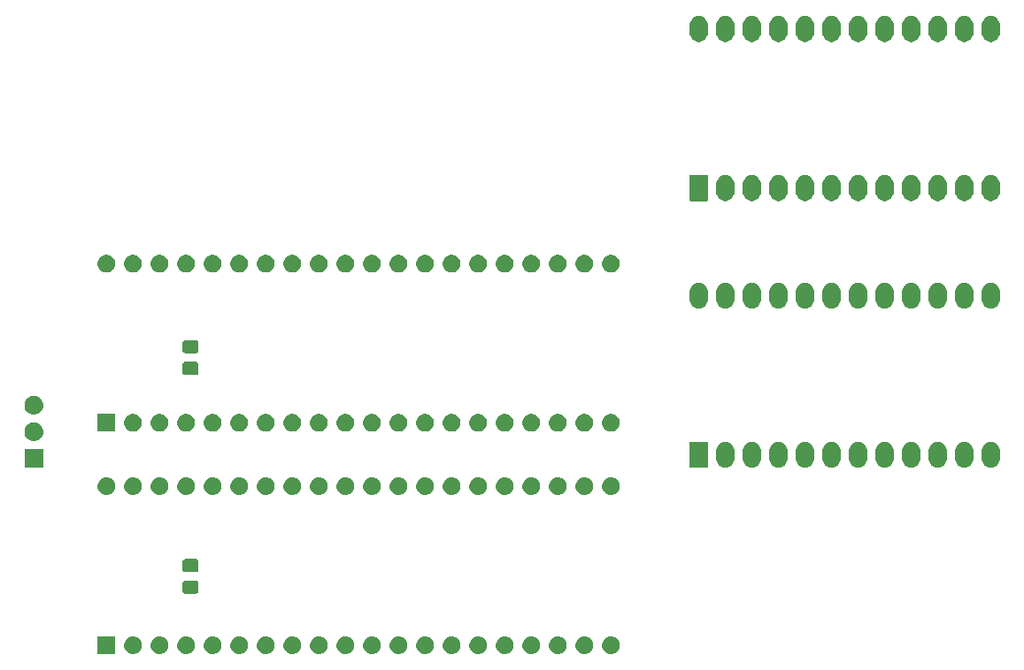
<source format=gbr>
%TF.GenerationSoftware,KiCad,Pcbnew,8.0.3*%
%TF.CreationDate,2024-06-29T10:30:53+02:00*%
%TF.ProjectId,adapter 8913-8910 triangle,61646170-7465-4722-9038-3931332d3839,rev?*%
%TF.SameCoordinates,Original*%
%TF.FileFunction,Soldermask,Bot*%
%TF.FilePolarity,Negative*%
%FSLAX46Y46*%
G04 Gerber Fmt 4.6, Leading zero omitted, Abs format (unit mm)*
G04 Created by KiCad (PCBNEW 8.0.3) date 2024-06-29 10:30:53*
%MOMM*%
%LPD*%
G01*
G04 APERTURE LIST*
G04 APERTURE END LIST*
G36*
X86344517Y-107087882D02*
G01*
X86361062Y-107098938D01*
X86372118Y-107115483D01*
X86376000Y-107135000D01*
X86376000Y-108735000D01*
X86372118Y-108754517D01*
X86361062Y-108771062D01*
X86344517Y-108782118D01*
X86325000Y-108786000D01*
X84725000Y-108786000D01*
X84705483Y-108782118D01*
X84688938Y-108771062D01*
X84677882Y-108754517D01*
X84674000Y-108735000D01*
X84674000Y-107135000D01*
X84677882Y-107115483D01*
X84688938Y-107098938D01*
X84705483Y-107087882D01*
X84725000Y-107084000D01*
X86325000Y-107084000D01*
X86344517Y-107087882D01*
G37*
G36*
X88106199Y-107088662D02*
G01*
X88153954Y-107088662D01*
X88195194Y-107097427D01*
X88230901Y-107100945D01*
X88275759Y-107114552D01*
X88327973Y-107125651D01*
X88361384Y-107140526D01*
X88390435Y-107149339D01*
X88436602Y-107174015D01*
X88490500Y-107198012D01*
X88515554Y-107216215D01*
X88537453Y-107227920D01*
X88582128Y-107264584D01*
X88634430Y-107302584D01*
X88651411Y-107321443D01*
X88666320Y-107333679D01*
X88706387Y-107382501D01*
X88753473Y-107434795D01*
X88763364Y-107451927D01*
X88772079Y-107462546D01*
X88804306Y-107522840D01*
X88842427Y-107588867D01*
X88846813Y-107602368D01*
X88850660Y-107609564D01*
X88871861Y-107679455D01*
X88897404Y-107758067D01*
X88898303Y-107766623D01*
X88899054Y-107769098D01*
X88906371Y-107843389D01*
X88916000Y-107935000D01*
X88906370Y-108026619D01*
X88899054Y-108100901D01*
X88898303Y-108103375D01*
X88897404Y-108111933D01*
X88871856Y-108190558D01*
X88850660Y-108260435D01*
X88846814Y-108267629D01*
X88842427Y-108281133D01*
X88804299Y-108347172D01*
X88772079Y-108407453D01*
X88763366Y-108418069D01*
X88753473Y-108435205D01*
X88706378Y-108487509D01*
X88666320Y-108536320D01*
X88651414Y-108548552D01*
X88634430Y-108567416D01*
X88582118Y-108605423D01*
X88537453Y-108642079D01*
X88515559Y-108653780D01*
X88490500Y-108671988D01*
X88436591Y-108695989D01*
X88390435Y-108720660D01*
X88361391Y-108729470D01*
X88327973Y-108744349D01*
X88275748Y-108755449D01*
X88230901Y-108769054D01*
X88195203Y-108772570D01*
X88153954Y-108781338D01*
X88106188Y-108781338D01*
X88065000Y-108785395D01*
X88023811Y-108781338D01*
X87976046Y-108781338D01*
X87934797Y-108772570D01*
X87899098Y-108769054D01*
X87854248Y-108755448D01*
X87802027Y-108744349D01*
X87768610Y-108729471D01*
X87739564Y-108720660D01*
X87693402Y-108695986D01*
X87639500Y-108671988D01*
X87614443Y-108653783D01*
X87592546Y-108642079D01*
X87547873Y-108605416D01*
X87495570Y-108567416D01*
X87478588Y-108548555D01*
X87463679Y-108536320D01*
X87423610Y-108487496D01*
X87376527Y-108435205D01*
X87366636Y-108418073D01*
X87357920Y-108407453D01*
X87325687Y-108347148D01*
X87287573Y-108281133D01*
X87283186Y-108267634D01*
X87279339Y-108260435D01*
X87258128Y-108190512D01*
X87232596Y-108111933D01*
X87231697Y-108103380D01*
X87230945Y-108100901D01*
X87223613Y-108026467D01*
X87214000Y-107935000D01*
X87223612Y-107843540D01*
X87230945Y-107769098D01*
X87231697Y-107766618D01*
X87232596Y-107758067D01*
X87258123Y-107679502D01*
X87279339Y-107609564D01*
X87283187Y-107602363D01*
X87287573Y-107588867D01*
X87325680Y-107522863D01*
X87357920Y-107462546D01*
X87366638Y-107451923D01*
X87376527Y-107434795D01*
X87423601Y-107382513D01*
X87463679Y-107333679D01*
X87478591Y-107321440D01*
X87495570Y-107302584D01*
X87547862Y-107264591D01*
X87592546Y-107227920D01*
X87614448Y-107216213D01*
X87639500Y-107198012D01*
X87693391Y-107174018D01*
X87739564Y-107149339D01*
X87768617Y-107140525D01*
X87802027Y-107125651D01*
X87854237Y-107114553D01*
X87899098Y-107100945D01*
X87934806Y-107097427D01*
X87976046Y-107088662D01*
X88023801Y-107088662D01*
X88065000Y-107084604D01*
X88106199Y-107088662D01*
G37*
G36*
X90646199Y-107088662D02*
G01*
X90693954Y-107088662D01*
X90735194Y-107097427D01*
X90770901Y-107100945D01*
X90815759Y-107114552D01*
X90867973Y-107125651D01*
X90901384Y-107140526D01*
X90930435Y-107149339D01*
X90976602Y-107174015D01*
X91030500Y-107198012D01*
X91055554Y-107216215D01*
X91077453Y-107227920D01*
X91122128Y-107264584D01*
X91174430Y-107302584D01*
X91191411Y-107321443D01*
X91206320Y-107333679D01*
X91246387Y-107382501D01*
X91293473Y-107434795D01*
X91303364Y-107451927D01*
X91312079Y-107462546D01*
X91344306Y-107522840D01*
X91382427Y-107588867D01*
X91386813Y-107602368D01*
X91390660Y-107609564D01*
X91411861Y-107679455D01*
X91437404Y-107758067D01*
X91438303Y-107766623D01*
X91439054Y-107769098D01*
X91446371Y-107843389D01*
X91456000Y-107935000D01*
X91446370Y-108026619D01*
X91439054Y-108100901D01*
X91438303Y-108103375D01*
X91437404Y-108111933D01*
X91411856Y-108190558D01*
X91390660Y-108260435D01*
X91386814Y-108267629D01*
X91382427Y-108281133D01*
X91344299Y-108347172D01*
X91312079Y-108407453D01*
X91303366Y-108418069D01*
X91293473Y-108435205D01*
X91246378Y-108487509D01*
X91206320Y-108536320D01*
X91191414Y-108548552D01*
X91174430Y-108567416D01*
X91122118Y-108605423D01*
X91077453Y-108642079D01*
X91055559Y-108653780D01*
X91030500Y-108671988D01*
X90976591Y-108695989D01*
X90930435Y-108720660D01*
X90901391Y-108729470D01*
X90867973Y-108744349D01*
X90815748Y-108755449D01*
X90770901Y-108769054D01*
X90735203Y-108772570D01*
X90693954Y-108781338D01*
X90646188Y-108781338D01*
X90605000Y-108785395D01*
X90563811Y-108781338D01*
X90516046Y-108781338D01*
X90474797Y-108772570D01*
X90439098Y-108769054D01*
X90394248Y-108755448D01*
X90342027Y-108744349D01*
X90308610Y-108729471D01*
X90279564Y-108720660D01*
X90233402Y-108695986D01*
X90179500Y-108671988D01*
X90154443Y-108653783D01*
X90132546Y-108642079D01*
X90087873Y-108605416D01*
X90035570Y-108567416D01*
X90018588Y-108548555D01*
X90003679Y-108536320D01*
X89963610Y-108487496D01*
X89916527Y-108435205D01*
X89906636Y-108418073D01*
X89897920Y-108407453D01*
X89865687Y-108347148D01*
X89827573Y-108281133D01*
X89823186Y-108267634D01*
X89819339Y-108260435D01*
X89798128Y-108190512D01*
X89772596Y-108111933D01*
X89771697Y-108103380D01*
X89770945Y-108100901D01*
X89763613Y-108026467D01*
X89754000Y-107935000D01*
X89763612Y-107843540D01*
X89770945Y-107769098D01*
X89771697Y-107766618D01*
X89772596Y-107758067D01*
X89798123Y-107679502D01*
X89819339Y-107609564D01*
X89823187Y-107602363D01*
X89827573Y-107588867D01*
X89865680Y-107522863D01*
X89897920Y-107462546D01*
X89906638Y-107451923D01*
X89916527Y-107434795D01*
X89963601Y-107382513D01*
X90003679Y-107333679D01*
X90018591Y-107321440D01*
X90035570Y-107302584D01*
X90087862Y-107264591D01*
X90132546Y-107227920D01*
X90154448Y-107216213D01*
X90179500Y-107198012D01*
X90233391Y-107174018D01*
X90279564Y-107149339D01*
X90308617Y-107140525D01*
X90342027Y-107125651D01*
X90394237Y-107114553D01*
X90439098Y-107100945D01*
X90474806Y-107097427D01*
X90516046Y-107088662D01*
X90563801Y-107088662D01*
X90605000Y-107084604D01*
X90646199Y-107088662D01*
G37*
G36*
X93186199Y-107088662D02*
G01*
X93233954Y-107088662D01*
X93275194Y-107097427D01*
X93310901Y-107100945D01*
X93355759Y-107114552D01*
X93407973Y-107125651D01*
X93441384Y-107140526D01*
X93470435Y-107149339D01*
X93516602Y-107174015D01*
X93570500Y-107198012D01*
X93595554Y-107216215D01*
X93617453Y-107227920D01*
X93662128Y-107264584D01*
X93714430Y-107302584D01*
X93731411Y-107321443D01*
X93746320Y-107333679D01*
X93786387Y-107382501D01*
X93833473Y-107434795D01*
X93843364Y-107451927D01*
X93852079Y-107462546D01*
X93884306Y-107522840D01*
X93922427Y-107588867D01*
X93926813Y-107602368D01*
X93930660Y-107609564D01*
X93951861Y-107679455D01*
X93977404Y-107758067D01*
X93978303Y-107766623D01*
X93979054Y-107769098D01*
X93986371Y-107843389D01*
X93996000Y-107935000D01*
X93986370Y-108026619D01*
X93979054Y-108100901D01*
X93978303Y-108103375D01*
X93977404Y-108111933D01*
X93951856Y-108190558D01*
X93930660Y-108260435D01*
X93926814Y-108267629D01*
X93922427Y-108281133D01*
X93884299Y-108347172D01*
X93852079Y-108407453D01*
X93843366Y-108418069D01*
X93833473Y-108435205D01*
X93786378Y-108487509D01*
X93746320Y-108536320D01*
X93731414Y-108548552D01*
X93714430Y-108567416D01*
X93662118Y-108605423D01*
X93617453Y-108642079D01*
X93595559Y-108653780D01*
X93570500Y-108671988D01*
X93516591Y-108695989D01*
X93470435Y-108720660D01*
X93441391Y-108729470D01*
X93407973Y-108744349D01*
X93355748Y-108755449D01*
X93310901Y-108769054D01*
X93275203Y-108772570D01*
X93233954Y-108781338D01*
X93186188Y-108781338D01*
X93145000Y-108785395D01*
X93103811Y-108781338D01*
X93056046Y-108781338D01*
X93014797Y-108772570D01*
X92979098Y-108769054D01*
X92934248Y-108755448D01*
X92882027Y-108744349D01*
X92848610Y-108729471D01*
X92819564Y-108720660D01*
X92773402Y-108695986D01*
X92719500Y-108671988D01*
X92694443Y-108653783D01*
X92672546Y-108642079D01*
X92627873Y-108605416D01*
X92575570Y-108567416D01*
X92558588Y-108548555D01*
X92543679Y-108536320D01*
X92503610Y-108487496D01*
X92456527Y-108435205D01*
X92446636Y-108418073D01*
X92437920Y-108407453D01*
X92405687Y-108347148D01*
X92367573Y-108281133D01*
X92363186Y-108267634D01*
X92359339Y-108260435D01*
X92338128Y-108190512D01*
X92312596Y-108111933D01*
X92311697Y-108103380D01*
X92310945Y-108100901D01*
X92303613Y-108026467D01*
X92294000Y-107935000D01*
X92303612Y-107843540D01*
X92310945Y-107769098D01*
X92311697Y-107766618D01*
X92312596Y-107758067D01*
X92338123Y-107679502D01*
X92359339Y-107609564D01*
X92363187Y-107602363D01*
X92367573Y-107588867D01*
X92405680Y-107522863D01*
X92437920Y-107462546D01*
X92446638Y-107451923D01*
X92456527Y-107434795D01*
X92503601Y-107382513D01*
X92543679Y-107333679D01*
X92558591Y-107321440D01*
X92575570Y-107302584D01*
X92627862Y-107264591D01*
X92672546Y-107227920D01*
X92694448Y-107216213D01*
X92719500Y-107198012D01*
X92773391Y-107174018D01*
X92819564Y-107149339D01*
X92848617Y-107140525D01*
X92882027Y-107125651D01*
X92934237Y-107114553D01*
X92979098Y-107100945D01*
X93014806Y-107097427D01*
X93056046Y-107088662D01*
X93103801Y-107088662D01*
X93145000Y-107084604D01*
X93186199Y-107088662D01*
G37*
G36*
X95726199Y-107088662D02*
G01*
X95773954Y-107088662D01*
X95815194Y-107097427D01*
X95850901Y-107100945D01*
X95895759Y-107114552D01*
X95947973Y-107125651D01*
X95981384Y-107140526D01*
X96010435Y-107149339D01*
X96056602Y-107174015D01*
X96110500Y-107198012D01*
X96135554Y-107216215D01*
X96157453Y-107227920D01*
X96202128Y-107264584D01*
X96254430Y-107302584D01*
X96271411Y-107321443D01*
X96286320Y-107333679D01*
X96326387Y-107382501D01*
X96373473Y-107434795D01*
X96383364Y-107451927D01*
X96392079Y-107462546D01*
X96424306Y-107522840D01*
X96462427Y-107588867D01*
X96466813Y-107602368D01*
X96470660Y-107609564D01*
X96491861Y-107679455D01*
X96517404Y-107758067D01*
X96518303Y-107766623D01*
X96519054Y-107769098D01*
X96526371Y-107843389D01*
X96536000Y-107935000D01*
X96526370Y-108026619D01*
X96519054Y-108100901D01*
X96518303Y-108103375D01*
X96517404Y-108111933D01*
X96491856Y-108190558D01*
X96470660Y-108260435D01*
X96466814Y-108267629D01*
X96462427Y-108281133D01*
X96424299Y-108347172D01*
X96392079Y-108407453D01*
X96383366Y-108418069D01*
X96373473Y-108435205D01*
X96326378Y-108487509D01*
X96286320Y-108536320D01*
X96271414Y-108548552D01*
X96254430Y-108567416D01*
X96202118Y-108605423D01*
X96157453Y-108642079D01*
X96135559Y-108653780D01*
X96110500Y-108671988D01*
X96056591Y-108695989D01*
X96010435Y-108720660D01*
X95981391Y-108729470D01*
X95947973Y-108744349D01*
X95895748Y-108755449D01*
X95850901Y-108769054D01*
X95815203Y-108772570D01*
X95773954Y-108781338D01*
X95726188Y-108781338D01*
X95685000Y-108785395D01*
X95643811Y-108781338D01*
X95596046Y-108781338D01*
X95554797Y-108772570D01*
X95519098Y-108769054D01*
X95474248Y-108755448D01*
X95422027Y-108744349D01*
X95388610Y-108729471D01*
X95359564Y-108720660D01*
X95313402Y-108695986D01*
X95259500Y-108671988D01*
X95234443Y-108653783D01*
X95212546Y-108642079D01*
X95167873Y-108605416D01*
X95115570Y-108567416D01*
X95098588Y-108548555D01*
X95083679Y-108536320D01*
X95043610Y-108487496D01*
X94996527Y-108435205D01*
X94986636Y-108418073D01*
X94977920Y-108407453D01*
X94945687Y-108347148D01*
X94907573Y-108281133D01*
X94903186Y-108267634D01*
X94899339Y-108260435D01*
X94878128Y-108190512D01*
X94852596Y-108111933D01*
X94851697Y-108103380D01*
X94850945Y-108100901D01*
X94843613Y-108026467D01*
X94834000Y-107935000D01*
X94843612Y-107843540D01*
X94850945Y-107769098D01*
X94851697Y-107766618D01*
X94852596Y-107758067D01*
X94878123Y-107679502D01*
X94899339Y-107609564D01*
X94903187Y-107602363D01*
X94907573Y-107588867D01*
X94945680Y-107522863D01*
X94977920Y-107462546D01*
X94986638Y-107451923D01*
X94996527Y-107434795D01*
X95043601Y-107382513D01*
X95083679Y-107333679D01*
X95098591Y-107321440D01*
X95115570Y-107302584D01*
X95167862Y-107264591D01*
X95212546Y-107227920D01*
X95234448Y-107216213D01*
X95259500Y-107198012D01*
X95313391Y-107174018D01*
X95359564Y-107149339D01*
X95388617Y-107140525D01*
X95422027Y-107125651D01*
X95474237Y-107114553D01*
X95519098Y-107100945D01*
X95554806Y-107097427D01*
X95596046Y-107088662D01*
X95643801Y-107088662D01*
X95685000Y-107084604D01*
X95726199Y-107088662D01*
G37*
G36*
X98266199Y-107088662D02*
G01*
X98313954Y-107088662D01*
X98355194Y-107097427D01*
X98390901Y-107100945D01*
X98435759Y-107114552D01*
X98487973Y-107125651D01*
X98521384Y-107140526D01*
X98550435Y-107149339D01*
X98596602Y-107174015D01*
X98650500Y-107198012D01*
X98675554Y-107216215D01*
X98697453Y-107227920D01*
X98742128Y-107264584D01*
X98794430Y-107302584D01*
X98811411Y-107321443D01*
X98826320Y-107333679D01*
X98866387Y-107382501D01*
X98913473Y-107434795D01*
X98923364Y-107451927D01*
X98932079Y-107462546D01*
X98964306Y-107522840D01*
X99002427Y-107588867D01*
X99006813Y-107602368D01*
X99010660Y-107609564D01*
X99031861Y-107679455D01*
X99057404Y-107758067D01*
X99058303Y-107766623D01*
X99059054Y-107769098D01*
X99066371Y-107843389D01*
X99076000Y-107935000D01*
X99066370Y-108026619D01*
X99059054Y-108100901D01*
X99058303Y-108103375D01*
X99057404Y-108111933D01*
X99031856Y-108190558D01*
X99010660Y-108260435D01*
X99006814Y-108267629D01*
X99002427Y-108281133D01*
X98964299Y-108347172D01*
X98932079Y-108407453D01*
X98923366Y-108418069D01*
X98913473Y-108435205D01*
X98866378Y-108487509D01*
X98826320Y-108536320D01*
X98811414Y-108548552D01*
X98794430Y-108567416D01*
X98742118Y-108605423D01*
X98697453Y-108642079D01*
X98675559Y-108653780D01*
X98650500Y-108671988D01*
X98596591Y-108695989D01*
X98550435Y-108720660D01*
X98521391Y-108729470D01*
X98487973Y-108744349D01*
X98435748Y-108755449D01*
X98390901Y-108769054D01*
X98355203Y-108772570D01*
X98313954Y-108781338D01*
X98266188Y-108781338D01*
X98225000Y-108785395D01*
X98183811Y-108781338D01*
X98136046Y-108781338D01*
X98094797Y-108772570D01*
X98059098Y-108769054D01*
X98014248Y-108755448D01*
X97962027Y-108744349D01*
X97928610Y-108729471D01*
X97899564Y-108720660D01*
X97853402Y-108695986D01*
X97799500Y-108671988D01*
X97774443Y-108653783D01*
X97752546Y-108642079D01*
X97707873Y-108605416D01*
X97655570Y-108567416D01*
X97638588Y-108548555D01*
X97623679Y-108536320D01*
X97583610Y-108487496D01*
X97536527Y-108435205D01*
X97526636Y-108418073D01*
X97517920Y-108407453D01*
X97485687Y-108347148D01*
X97447573Y-108281133D01*
X97443186Y-108267634D01*
X97439339Y-108260435D01*
X97418128Y-108190512D01*
X97392596Y-108111933D01*
X97391697Y-108103380D01*
X97390945Y-108100901D01*
X97383613Y-108026467D01*
X97374000Y-107935000D01*
X97383612Y-107843540D01*
X97390945Y-107769098D01*
X97391697Y-107766618D01*
X97392596Y-107758067D01*
X97418123Y-107679502D01*
X97439339Y-107609564D01*
X97443187Y-107602363D01*
X97447573Y-107588867D01*
X97485680Y-107522863D01*
X97517920Y-107462546D01*
X97526638Y-107451923D01*
X97536527Y-107434795D01*
X97583601Y-107382513D01*
X97623679Y-107333679D01*
X97638591Y-107321440D01*
X97655570Y-107302584D01*
X97707862Y-107264591D01*
X97752546Y-107227920D01*
X97774448Y-107216213D01*
X97799500Y-107198012D01*
X97853391Y-107174018D01*
X97899564Y-107149339D01*
X97928617Y-107140525D01*
X97962027Y-107125651D01*
X98014237Y-107114553D01*
X98059098Y-107100945D01*
X98094806Y-107097427D01*
X98136046Y-107088662D01*
X98183801Y-107088662D01*
X98225000Y-107084604D01*
X98266199Y-107088662D01*
G37*
G36*
X100806199Y-107088662D02*
G01*
X100853954Y-107088662D01*
X100895194Y-107097427D01*
X100930901Y-107100945D01*
X100975759Y-107114552D01*
X101027973Y-107125651D01*
X101061384Y-107140526D01*
X101090435Y-107149339D01*
X101136602Y-107174015D01*
X101190500Y-107198012D01*
X101215554Y-107216215D01*
X101237453Y-107227920D01*
X101282128Y-107264584D01*
X101334430Y-107302584D01*
X101351411Y-107321443D01*
X101366320Y-107333679D01*
X101406387Y-107382501D01*
X101453473Y-107434795D01*
X101463364Y-107451927D01*
X101472079Y-107462546D01*
X101504306Y-107522840D01*
X101542427Y-107588867D01*
X101546813Y-107602368D01*
X101550660Y-107609564D01*
X101571861Y-107679455D01*
X101597404Y-107758067D01*
X101598303Y-107766623D01*
X101599054Y-107769098D01*
X101606371Y-107843389D01*
X101616000Y-107935000D01*
X101606370Y-108026619D01*
X101599054Y-108100901D01*
X101598303Y-108103375D01*
X101597404Y-108111933D01*
X101571856Y-108190558D01*
X101550660Y-108260435D01*
X101546814Y-108267629D01*
X101542427Y-108281133D01*
X101504299Y-108347172D01*
X101472079Y-108407453D01*
X101463366Y-108418069D01*
X101453473Y-108435205D01*
X101406378Y-108487509D01*
X101366320Y-108536320D01*
X101351414Y-108548552D01*
X101334430Y-108567416D01*
X101282118Y-108605423D01*
X101237453Y-108642079D01*
X101215559Y-108653780D01*
X101190500Y-108671988D01*
X101136591Y-108695989D01*
X101090435Y-108720660D01*
X101061391Y-108729470D01*
X101027973Y-108744349D01*
X100975748Y-108755449D01*
X100930901Y-108769054D01*
X100895203Y-108772570D01*
X100853954Y-108781338D01*
X100806188Y-108781338D01*
X100765000Y-108785395D01*
X100723811Y-108781338D01*
X100676046Y-108781338D01*
X100634797Y-108772570D01*
X100599098Y-108769054D01*
X100554248Y-108755448D01*
X100502027Y-108744349D01*
X100468610Y-108729471D01*
X100439564Y-108720660D01*
X100393402Y-108695986D01*
X100339500Y-108671988D01*
X100314443Y-108653783D01*
X100292546Y-108642079D01*
X100247873Y-108605416D01*
X100195570Y-108567416D01*
X100178588Y-108548555D01*
X100163679Y-108536320D01*
X100123610Y-108487496D01*
X100076527Y-108435205D01*
X100066636Y-108418073D01*
X100057920Y-108407453D01*
X100025687Y-108347148D01*
X99987573Y-108281133D01*
X99983186Y-108267634D01*
X99979339Y-108260435D01*
X99958128Y-108190512D01*
X99932596Y-108111933D01*
X99931697Y-108103380D01*
X99930945Y-108100901D01*
X99923613Y-108026467D01*
X99914000Y-107935000D01*
X99923612Y-107843540D01*
X99930945Y-107769098D01*
X99931697Y-107766618D01*
X99932596Y-107758067D01*
X99958123Y-107679502D01*
X99979339Y-107609564D01*
X99983187Y-107602363D01*
X99987573Y-107588867D01*
X100025680Y-107522863D01*
X100057920Y-107462546D01*
X100066638Y-107451923D01*
X100076527Y-107434795D01*
X100123601Y-107382513D01*
X100163679Y-107333679D01*
X100178591Y-107321440D01*
X100195570Y-107302584D01*
X100247862Y-107264591D01*
X100292546Y-107227920D01*
X100314448Y-107216213D01*
X100339500Y-107198012D01*
X100393391Y-107174018D01*
X100439564Y-107149339D01*
X100468617Y-107140525D01*
X100502027Y-107125651D01*
X100554237Y-107114553D01*
X100599098Y-107100945D01*
X100634806Y-107097427D01*
X100676046Y-107088662D01*
X100723801Y-107088662D01*
X100765000Y-107084604D01*
X100806199Y-107088662D01*
G37*
G36*
X103346199Y-107088662D02*
G01*
X103393954Y-107088662D01*
X103435194Y-107097427D01*
X103470901Y-107100945D01*
X103515759Y-107114552D01*
X103567973Y-107125651D01*
X103601384Y-107140526D01*
X103630435Y-107149339D01*
X103676602Y-107174015D01*
X103730500Y-107198012D01*
X103755554Y-107216215D01*
X103777453Y-107227920D01*
X103822128Y-107264584D01*
X103874430Y-107302584D01*
X103891411Y-107321443D01*
X103906320Y-107333679D01*
X103946387Y-107382501D01*
X103993473Y-107434795D01*
X104003364Y-107451927D01*
X104012079Y-107462546D01*
X104044306Y-107522840D01*
X104082427Y-107588867D01*
X104086813Y-107602368D01*
X104090660Y-107609564D01*
X104111861Y-107679455D01*
X104137404Y-107758067D01*
X104138303Y-107766623D01*
X104139054Y-107769098D01*
X104146371Y-107843389D01*
X104156000Y-107935000D01*
X104146370Y-108026619D01*
X104139054Y-108100901D01*
X104138303Y-108103375D01*
X104137404Y-108111933D01*
X104111856Y-108190558D01*
X104090660Y-108260435D01*
X104086814Y-108267629D01*
X104082427Y-108281133D01*
X104044299Y-108347172D01*
X104012079Y-108407453D01*
X104003366Y-108418069D01*
X103993473Y-108435205D01*
X103946378Y-108487509D01*
X103906320Y-108536320D01*
X103891414Y-108548552D01*
X103874430Y-108567416D01*
X103822118Y-108605423D01*
X103777453Y-108642079D01*
X103755559Y-108653780D01*
X103730500Y-108671988D01*
X103676591Y-108695989D01*
X103630435Y-108720660D01*
X103601391Y-108729470D01*
X103567973Y-108744349D01*
X103515748Y-108755449D01*
X103470901Y-108769054D01*
X103435203Y-108772570D01*
X103393954Y-108781338D01*
X103346188Y-108781338D01*
X103305000Y-108785395D01*
X103263811Y-108781338D01*
X103216046Y-108781338D01*
X103174797Y-108772570D01*
X103139098Y-108769054D01*
X103094248Y-108755448D01*
X103042027Y-108744349D01*
X103008610Y-108729471D01*
X102979564Y-108720660D01*
X102933402Y-108695986D01*
X102879500Y-108671988D01*
X102854443Y-108653783D01*
X102832546Y-108642079D01*
X102787873Y-108605416D01*
X102735570Y-108567416D01*
X102718588Y-108548555D01*
X102703679Y-108536320D01*
X102663610Y-108487496D01*
X102616527Y-108435205D01*
X102606636Y-108418073D01*
X102597920Y-108407453D01*
X102565687Y-108347148D01*
X102527573Y-108281133D01*
X102523186Y-108267634D01*
X102519339Y-108260435D01*
X102498128Y-108190512D01*
X102472596Y-108111933D01*
X102471697Y-108103380D01*
X102470945Y-108100901D01*
X102463613Y-108026467D01*
X102454000Y-107935000D01*
X102463612Y-107843540D01*
X102470945Y-107769098D01*
X102471697Y-107766618D01*
X102472596Y-107758067D01*
X102498123Y-107679502D01*
X102519339Y-107609564D01*
X102523187Y-107602363D01*
X102527573Y-107588867D01*
X102565680Y-107522863D01*
X102597920Y-107462546D01*
X102606638Y-107451923D01*
X102616527Y-107434795D01*
X102663601Y-107382513D01*
X102703679Y-107333679D01*
X102718591Y-107321440D01*
X102735570Y-107302584D01*
X102787862Y-107264591D01*
X102832546Y-107227920D01*
X102854448Y-107216213D01*
X102879500Y-107198012D01*
X102933391Y-107174018D01*
X102979564Y-107149339D01*
X103008617Y-107140525D01*
X103042027Y-107125651D01*
X103094237Y-107114553D01*
X103139098Y-107100945D01*
X103174806Y-107097427D01*
X103216046Y-107088662D01*
X103263801Y-107088662D01*
X103305000Y-107084604D01*
X103346199Y-107088662D01*
G37*
G36*
X105886199Y-107088662D02*
G01*
X105933954Y-107088662D01*
X105975194Y-107097427D01*
X106010901Y-107100945D01*
X106055759Y-107114552D01*
X106107973Y-107125651D01*
X106141384Y-107140526D01*
X106170435Y-107149339D01*
X106216602Y-107174015D01*
X106270500Y-107198012D01*
X106295554Y-107216215D01*
X106317453Y-107227920D01*
X106362128Y-107264584D01*
X106414430Y-107302584D01*
X106431411Y-107321443D01*
X106446320Y-107333679D01*
X106486387Y-107382501D01*
X106533473Y-107434795D01*
X106543364Y-107451927D01*
X106552079Y-107462546D01*
X106584306Y-107522840D01*
X106622427Y-107588867D01*
X106626813Y-107602368D01*
X106630660Y-107609564D01*
X106651861Y-107679455D01*
X106677404Y-107758067D01*
X106678303Y-107766623D01*
X106679054Y-107769098D01*
X106686371Y-107843389D01*
X106696000Y-107935000D01*
X106686370Y-108026619D01*
X106679054Y-108100901D01*
X106678303Y-108103375D01*
X106677404Y-108111933D01*
X106651856Y-108190558D01*
X106630660Y-108260435D01*
X106626814Y-108267629D01*
X106622427Y-108281133D01*
X106584299Y-108347172D01*
X106552079Y-108407453D01*
X106543366Y-108418069D01*
X106533473Y-108435205D01*
X106486378Y-108487509D01*
X106446320Y-108536320D01*
X106431414Y-108548552D01*
X106414430Y-108567416D01*
X106362118Y-108605423D01*
X106317453Y-108642079D01*
X106295559Y-108653780D01*
X106270500Y-108671988D01*
X106216591Y-108695989D01*
X106170435Y-108720660D01*
X106141391Y-108729470D01*
X106107973Y-108744349D01*
X106055748Y-108755449D01*
X106010901Y-108769054D01*
X105975203Y-108772570D01*
X105933954Y-108781338D01*
X105886188Y-108781338D01*
X105845000Y-108785395D01*
X105803811Y-108781338D01*
X105756046Y-108781338D01*
X105714797Y-108772570D01*
X105679098Y-108769054D01*
X105634248Y-108755448D01*
X105582027Y-108744349D01*
X105548610Y-108729471D01*
X105519564Y-108720660D01*
X105473402Y-108695986D01*
X105419500Y-108671988D01*
X105394443Y-108653783D01*
X105372546Y-108642079D01*
X105327873Y-108605416D01*
X105275570Y-108567416D01*
X105258588Y-108548555D01*
X105243679Y-108536320D01*
X105203610Y-108487496D01*
X105156527Y-108435205D01*
X105146636Y-108418073D01*
X105137920Y-108407453D01*
X105105687Y-108347148D01*
X105067573Y-108281133D01*
X105063186Y-108267634D01*
X105059339Y-108260435D01*
X105038128Y-108190512D01*
X105012596Y-108111933D01*
X105011697Y-108103380D01*
X105010945Y-108100901D01*
X105003613Y-108026467D01*
X104994000Y-107935000D01*
X105003612Y-107843540D01*
X105010945Y-107769098D01*
X105011697Y-107766618D01*
X105012596Y-107758067D01*
X105038123Y-107679502D01*
X105059339Y-107609564D01*
X105063187Y-107602363D01*
X105067573Y-107588867D01*
X105105680Y-107522863D01*
X105137920Y-107462546D01*
X105146638Y-107451923D01*
X105156527Y-107434795D01*
X105203601Y-107382513D01*
X105243679Y-107333679D01*
X105258591Y-107321440D01*
X105275570Y-107302584D01*
X105327862Y-107264591D01*
X105372546Y-107227920D01*
X105394448Y-107216213D01*
X105419500Y-107198012D01*
X105473391Y-107174018D01*
X105519564Y-107149339D01*
X105548617Y-107140525D01*
X105582027Y-107125651D01*
X105634237Y-107114553D01*
X105679098Y-107100945D01*
X105714806Y-107097427D01*
X105756046Y-107088662D01*
X105803801Y-107088662D01*
X105845000Y-107084604D01*
X105886199Y-107088662D01*
G37*
G36*
X108426199Y-107088662D02*
G01*
X108473954Y-107088662D01*
X108515194Y-107097427D01*
X108550901Y-107100945D01*
X108595759Y-107114552D01*
X108647973Y-107125651D01*
X108681384Y-107140526D01*
X108710435Y-107149339D01*
X108756602Y-107174015D01*
X108810500Y-107198012D01*
X108835554Y-107216215D01*
X108857453Y-107227920D01*
X108902128Y-107264584D01*
X108954430Y-107302584D01*
X108971411Y-107321443D01*
X108986320Y-107333679D01*
X109026387Y-107382501D01*
X109073473Y-107434795D01*
X109083364Y-107451927D01*
X109092079Y-107462546D01*
X109124306Y-107522840D01*
X109162427Y-107588867D01*
X109166813Y-107602368D01*
X109170660Y-107609564D01*
X109191861Y-107679455D01*
X109217404Y-107758067D01*
X109218303Y-107766623D01*
X109219054Y-107769098D01*
X109226371Y-107843389D01*
X109236000Y-107935000D01*
X109226370Y-108026619D01*
X109219054Y-108100901D01*
X109218303Y-108103375D01*
X109217404Y-108111933D01*
X109191856Y-108190558D01*
X109170660Y-108260435D01*
X109166814Y-108267629D01*
X109162427Y-108281133D01*
X109124299Y-108347172D01*
X109092079Y-108407453D01*
X109083366Y-108418069D01*
X109073473Y-108435205D01*
X109026378Y-108487509D01*
X108986320Y-108536320D01*
X108971414Y-108548552D01*
X108954430Y-108567416D01*
X108902118Y-108605423D01*
X108857453Y-108642079D01*
X108835559Y-108653780D01*
X108810500Y-108671988D01*
X108756591Y-108695989D01*
X108710435Y-108720660D01*
X108681391Y-108729470D01*
X108647973Y-108744349D01*
X108595748Y-108755449D01*
X108550901Y-108769054D01*
X108515203Y-108772570D01*
X108473954Y-108781338D01*
X108426188Y-108781338D01*
X108385000Y-108785395D01*
X108343811Y-108781338D01*
X108296046Y-108781338D01*
X108254797Y-108772570D01*
X108219098Y-108769054D01*
X108174248Y-108755448D01*
X108122027Y-108744349D01*
X108088610Y-108729471D01*
X108059564Y-108720660D01*
X108013402Y-108695986D01*
X107959500Y-108671988D01*
X107934443Y-108653783D01*
X107912546Y-108642079D01*
X107867873Y-108605416D01*
X107815570Y-108567416D01*
X107798588Y-108548555D01*
X107783679Y-108536320D01*
X107743610Y-108487496D01*
X107696527Y-108435205D01*
X107686636Y-108418073D01*
X107677920Y-108407453D01*
X107645687Y-108347148D01*
X107607573Y-108281133D01*
X107603186Y-108267634D01*
X107599339Y-108260435D01*
X107578128Y-108190512D01*
X107552596Y-108111933D01*
X107551697Y-108103380D01*
X107550945Y-108100901D01*
X107543613Y-108026467D01*
X107534000Y-107935000D01*
X107543612Y-107843540D01*
X107550945Y-107769098D01*
X107551697Y-107766618D01*
X107552596Y-107758067D01*
X107578123Y-107679502D01*
X107599339Y-107609564D01*
X107603187Y-107602363D01*
X107607573Y-107588867D01*
X107645680Y-107522863D01*
X107677920Y-107462546D01*
X107686638Y-107451923D01*
X107696527Y-107434795D01*
X107743601Y-107382513D01*
X107783679Y-107333679D01*
X107798591Y-107321440D01*
X107815570Y-107302584D01*
X107867862Y-107264591D01*
X107912546Y-107227920D01*
X107934448Y-107216213D01*
X107959500Y-107198012D01*
X108013391Y-107174018D01*
X108059564Y-107149339D01*
X108088617Y-107140525D01*
X108122027Y-107125651D01*
X108174237Y-107114553D01*
X108219098Y-107100945D01*
X108254806Y-107097427D01*
X108296046Y-107088662D01*
X108343801Y-107088662D01*
X108385000Y-107084604D01*
X108426199Y-107088662D01*
G37*
G36*
X110966199Y-107088662D02*
G01*
X111013954Y-107088662D01*
X111055194Y-107097427D01*
X111090901Y-107100945D01*
X111135759Y-107114552D01*
X111187973Y-107125651D01*
X111221384Y-107140526D01*
X111250435Y-107149339D01*
X111296602Y-107174015D01*
X111350500Y-107198012D01*
X111375554Y-107216215D01*
X111397453Y-107227920D01*
X111442128Y-107264584D01*
X111494430Y-107302584D01*
X111511411Y-107321443D01*
X111526320Y-107333679D01*
X111566387Y-107382501D01*
X111613473Y-107434795D01*
X111623364Y-107451927D01*
X111632079Y-107462546D01*
X111664306Y-107522840D01*
X111702427Y-107588867D01*
X111706813Y-107602368D01*
X111710660Y-107609564D01*
X111731861Y-107679455D01*
X111757404Y-107758067D01*
X111758303Y-107766623D01*
X111759054Y-107769098D01*
X111766371Y-107843389D01*
X111776000Y-107935000D01*
X111766370Y-108026619D01*
X111759054Y-108100901D01*
X111758303Y-108103375D01*
X111757404Y-108111933D01*
X111731856Y-108190558D01*
X111710660Y-108260435D01*
X111706814Y-108267629D01*
X111702427Y-108281133D01*
X111664299Y-108347172D01*
X111632079Y-108407453D01*
X111623366Y-108418069D01*
X111613473Y-108435205D01*
X111566378Y-108487509D01*
X111526320Y-108536320D01*
X111511414Y-108548552D01*
X111494430Y-108567416D01*
X111442118Y-108605423D01*
X111397453Y-108642079D01*
X111375559Y-108653780D01*
X111350500Y-108671988D01*
X111296591Y-108695989D01*
X111250435Y-108720660D01*
X111221391Y-108729470D01*
X111187973Y-108744349D01*
X111135748Y-108755449D01*
X111090901Y-108769054D01*
X111055203Y-108772570D01*
X111013954Y-108781338D01*
X110966188Y-108781338D01*
X110925000Y-108785395D01*
X110883811Y-108781338D01*
X110836046Y-108781338D01*
X110794797Y-108772570D01*
X110759098Y-108769054D01*
X110714248Y-108755448D01*
X110662027Y-108744349D01*
X110628610Y-108729471D01*
X110599564Y-108720660D01*
X110553402Y-108695986D01*
X110499500Y-108671988D01*
X110474443Y-108653783D01*
X110452546Y-108642079D01*
X110407873Y-108605416D01*
X110355570Y-108567416D01*
X110338588Y-108548555D01*
X110323679Y-108536320D01*
X110283610Y-108487496D01*
X110236527Y-108435205D01*
X110226636Y-108418073D01*
X110217920Y-108407453D01*
X110185687Y-108347148D01*
X110147573Y-108281133D01*
X110143186Y-108267634D01*
X110139339Y-108260435D01*
X110118128Y-108190512D01*
X110092596Y-108111933D01*
X110091697Y-108103380D01*
X110090945Y-108100901D01*
X110083613Y-108026467D01*
X110074000Y-107935000D01*
X110083612Y-107843540D01*
X110090945Y-107769098D01*
X110091697Y-107766618D01*
X110092596Y-107758067D01*
X110118123Y-107679502D01*
X110139339Y-107609564D01*
X110143187Y-107602363D01*
X110147573Y-107588867D01*
X110185680Y-107522863D01*
X110217920Y-107462546D01*
X110226638Y-107451923D01*
X110236527Y-107434795D01*
X110283601Y-107382513D01*
X110323679Y-107333679D01*
X110338591Y-107321440D01*
X110355570Y-107302584D01*
X110407862Y-107264591D01*
X110452546Y-107227920D01*
X110474448Y-107216213D01*
X110499500Y-107198012D01*
X110553391Y-107174018D01*
X110599564Y-107149339D01*
X110628617Y-107140525D01*
X110662027Y-107125651D01*
X110714237Y-107114553D01*
X110759098Y-107100945D01*
X110794806Y-107097427D01*
X110836046Y-107088662D01*
X110883801Y-107088662D01*
X110925000Y-107084604D01*
X110966199Y-107088662D01*
G37*
G36*
X113506199Y-107088662D02*
G01*
X113553954Y-107088662D01*
X113595194Y-107097427D01*
X113630901Y-107100945D01*
X113675759Y-107114552D01*
X113727973Y-107125651D01*
X113761384Y-107140526D01*
X113790435Y-107149339D01*
X113836602Y-107174015D01*
X113890500Y-107198012D01*
X113915554Y-107216215D01*
X113937453Y-107227920D01*
X113982128Y-107264584D01*
X114034430Y-107302584D01*
X114051411Y-107321443D01*
X114066320Y-107333679D01*
X114106387Y-107382501D01*
X114153473Y-107434795D01*
X114163364Y-107451927D01*
X114172079Y-107462546D01*
X114204306Y-107522840D01*
X114242427Y-107588867D01*
X114246813Y-107602368D01*
X114250660Y-107609564D01*
X114271861Y-107679455D01*
X114297404Y-107758067D01*
X114298303Y-107766623D01*
X114299054Y-107769098D01*
X114306371Y-107843389D01*
X114316000Y-107935000D01*
X114306370Y-108026619D01*
X114299054Y-108100901D01*
X114298303Y-108103375D01*
X114297404Y-108111933D01*
X114271856Y-108190558D01*
X114250660Y-108260435D01*
X114246814Y-108267629D01*
X114242427Y-108281133D01*
X114204299Y-108347172D01*
X114172079Y-108407453D01*
X114163366Y-108418069D01*
X114153473Y-108435205D01*
X114106378Y-108487509D01*
X114066320Y-108536320D01*
X114051414Y-108548552D01*
X114034430Y-108567416D01*
X113982118Y-108605423D01*
X113937453Y-108642079D01*
X113915559Y-108653780D01*
X113890500Y-108671988D01*
X113836591Y-108695989D01*
X113790435Y-108720660D01*
X113761391Y-108729470D01*
X113727973Y-108744349D01*
X113675748Y-108755449D01*
X113630901Y-108769054D01*
X113595203Y-108772570D01*
X113553954Y-108781338D01*
X113506188Y-108781338D01*
X113465000Y-108785395D01*
X113423811Y-108781338D01*
X113376046Y-108781338D01*
X113334797Y-108772570D01*
X113299098Y-108769054D01*
X113254248Y-108755448D01*
X113202027Y-108744349D01*
X113168610Y-108729471D01*
X113139564Y-108720660D01*
X113093402Y-108695986D01*
X113039500Y-108671988D01*
X113014443Y-108653783D01*
X112992546Y-108642079D01*
X112947873Y-108605416D01*
X112895570Y-108567416D01*
X112878588Y-108548555D01*
X112863679Y-108536320D01*
X112823610Y-108487496D01*
X112776527Y-108435205D01*
X112766636Y-108418073D01*
X112757920Y-108407453D01*
X112725687Y-108347148D01*
X112687573Y-108281133D01*
X112683186Y-108267634D01*
X112679339Y-108260435D01*
X112658128Y-108190512D01*
X112632596Y-108111933D01*
X112631697Y-108103380D01*
X112630945Y-108100901D01*
X112623613Y-108026467D01*
X112614000Y-107935000D01*
X112623612Y-107843540D01*
X112630945Y-107769098D01*
X112631697Y-107766618D01*
X112632596Y-107758067D01*
X112658123Y-107679502D01*
X112679339Y-107609564D01*
X112683187Y-107602363D01*
X112687573Y-107588867D01*
X112725680Y-107522863D01*
X112757920Y-107462546D01*
X112766638Y-107451923D01*
X112776527Y-107434795D01*
X112823601Y-107382513D01*
X112863679Y-107333679D01*
X112878591Y-107321440D01*
X112895570Y-107302584D01*
X112947862Y-107264591D01*
X112992546Y-107227920D01*
X113014448Y-107216213D01*
X113039500Y-107198012D01*
X113093391Y-107174018D01*
X113139564Y-107149339D01*
X113168617Y-107140525D01*
X113202027Y-107125651D01*
X113254237Y-107114553D01*
X113299098Y-107100945D01*
X113334806Y-107097427D01*
X113376046Y-107088662D01*
X113423801Y-107088662D01*
X113465000Y-107084604D01*
X113506199Y-107088662D01*
G37*
G36*
X116046199Y-107088662D02*
G01*
X116093954Y-107088662D01*
X116135194Y-107097427D01*
X116170901Y-107100945D01*
X116215759Y-107114552D01*
X116267973Y-107125651D01*
X116301384Y-107140526D01*
X116330435Y-107149339D01*
X116376602Y-107174015D01*
X116430500Y-107198012D01*
X116455554Y-107216215D01*
X116477453Y-107227920D01*
X116522128Y-107264584D01*
X116574430Y-107302584D01*
X116591411Y-107321443D01*
X116606320Y-107333679D01*
X116646387Y-107382501D01*
X116693473Y-107434795D01*
X116703364Y-107451927D01*
X116712079Y-107462546D01*
X116744306Y-107522840D01*
X116782427Y-107588867D01*
X116786813Y-107602368D01*
X116790660Y-107609564D01*
X116811861Y-107679455D01*
X116837404Y-107758067D01*
X116838303Y-107766623D01*
X116839054Y-107769098D01*
X116846371Y-107843389D01*
X116856000Y-107935000D01*
X116846370Y-108026619D01*
X116839054Y-108100901D01*
X116838303Y-108103375D01*
X116837404Y-108111933D01*
X116811856Y-108190558D01*
X116790660Y-108260435D01*
X116786814Y-108267629D01*
X116782427Y-108281133D01*
X116744299Y-108347172D01*
X116712079Y-108407453D01*
X116703366Y-108418069D01*
X116693473Y-108435205D01*
X116646378Y-108487509D01*
X116606320Y-108536320D01*
X116591414Y-108548552D01*
X116574430Y-108567416D01*
X116522118Y-108605423D01*
X116477453Y-108642079D01*
X116455559Y-108653780D01*
X116430500Y-108671988D01*
X116376591Y-108695989D01*
X116330435Y-108720660D01*
X116301391Y-108729470D01*
X116267973Y-108744349D01*
X116215748Y-108755449D01*
X116170901Y-108769054D01*
X116135203Y-108772570D01*
X116093954Y-108781338D01*
X116046188Y-108781338D01*
X116005000Y-108785395D01*
X115963811Y-108781338D01*
X115916046Y-108781338D01*
X115874797Y-108772570D01*
X115839098Y-108769054D01*
X115794248Y-108755448D01*
X115742027Y-108744349D01*
X115708610Y-108729471D01*
X115679564Y-108720660D01*
X115633402Y-108695986D01*
X115579500Y-108671988D01*
X115554443Y-108653783D01*
X115532546Y-108642079D01*
X115487873Y-108605416D01*
X115435570Y-108567416D01*
X115418588Y-108548555D01*
X115403679Y-108536320D01*
X115363610Y-108487496D01*
X115316527Y-108435205D01*
X115306636Y-108418073D01*
X115297920Y-108407453D01*
X115265687Y-108347148D01*
X115227573Y-108281133D01*
X115223186Y-108267634D01*
X115219339Y-108260435D01*
X115198128Y-108190512D01*
X115172596Y-108111933D01*
X115171697Y-108103380D01*
X115170945Y-108100901D01*
X115163613Y-108026467D01*
X115154000Y-107935000D01*
X115163612Y-107843540D01*
X115170945Y-107769098D01*
X115171697Y-107766618D01*
X115172596Y-107758067D01*
X115198123Y-107679502D01*
X115219339Y-107609564D01*
X115223187Y-107602363D01*
X115227573Y-107588867D01*
X115265680Y-107522863D01*
X115297920Y-107462546D01*
X115306638Y-107451923D01*
X115316527Y-107434795D01*
X115363601Y-107382513D01*
X115403679Y-107333679D01*
X115418591Y-107321440D01*
X115435570Y-107302584D01*
X115487862Y-107264591D01*
X115532546Y-107227920D01*
X115554448Y-107216213D01*
X115579500Y-107198012D01*
X115633391Y-107174018D01*
X115679564Y-107149339D01*
X115708617Y-107140525D01*
X115742027Y-107125651D01*
X115794237Y-107114553D01*
X115839098Y-107100945D01*
X115874806Y-107097427D01*
X115916046Y-107088662D01*
X115963801Y-107088662D01*
X116005000Y-107084604D01*
X116046199Y-107088662D01*
G37*
G36*
X118586199Y-107088662D02*
G01*
X118633954Y-107088662D01*
X118675194Y-107097427D01*
X118710901Y-107100945D01*
X118755759Y-107114552D01*
X118807973Y-107125651D01*
X118841384Y-107140526D01*
X118870435Y-107149339D01*
X118916602Y-107174015D01*
X118970500Y-107198012D01*
X118995554Y-107216215D01*
X119017453Y-107227920D01*
X119062128Y-107264584D01*
X119114430Y-107302584D01*
X119131411Y-107321443D01*
X119146320Y-107333679D01*
X119186387Y-107382501D01*
X119233473Y-107434795D01*
X119243364Y-107451927D01*
X119252079Y-107462546D01*
X119284306Y-107522840D01*
X119322427Y-107588867D01*
X119326813Y-107602368D01*
X119330660Y-107609564D01*
X119351861Y-107679455D01*
X119377404Y-107758067D01*
X119378303Y-107766623D01*
X119379054Y-107769098D01*
X119386371Y-107843389D01*
X119396000Y-107935000D01*
X119386370Y-108026619D01*
X119379054Y-108100901D01*
X119378303Y-108103375D01*
X119377404Y-108111933D01*
X119351856Y-108190558D01*
X119330660Y-108260435D01*
X119326814Y-108267629D01*
X119322427Y-108281133D01*
X119284299Y-108347172D01*
X119252079Y-108407453D01*
X119243366Y-108418069D01*
X119233473Y-108435205D01*
X119186378Y-108487509D01*
X119146320Y-108536320D01*
X119131414Y-108548552D01*
X119114430Y-108567416D01*
X119062118Y-108605423D01*
X119017453Y-108642079D01*
X118995559Y-108653780D01*
X118970500Y-108671988D01*
X118916591Y-108695989D01*
X118870435Y-108720660D01*
X118841391Y-108729470D01*
X118807973Y-108744349D01*
X118755748Y-108755449D01*
X118710901Y-108769054D01*
X118675203Y-108772570D01*
X118633954Y-108781338D01*
X118586188Y-108781338D01*
X118545000Y-108785395D01*
X118503811Y-108781338D01*
X118456046Y-108781338D01*
X118414797Y-108772570D01*
X118379098Y-108769054D01*
X118334248Y-108755448D01*
X118282027Y-108744349D01*
X118248610Y-108729471D01*
X118219564Y-108720660D01*
X118173402Y-108695986D01*
X118119500Y-108671988D01*
X118094443Y-108653783D01*
X118072546Y-108642079D01*
X118027873Y-108605416D01*
X117975570Y-108567416D01*
X117958588Y-108548555D01*
X117943679Y-108536320D01*
X117903610Y-108487496D01*
X117856527Y-108435205D01*
X117846636Y-108418073D01*
X117837920Y-108407453D01*
X117805687Y-108347148D01*
X117767573Y-108281133D01*
X117763186Y-108267634D01*
X117759339Y-108260435D01*
X117738128Y-108190512D01*
X117712596Y-108111933D01*
X117711697Y-108103380D01*
X117710945Y-108100901D01*
X117703613Y-108026467D01*
X117694000Y-107935000D01*
X117703612Y-107843540D01*
X117710945Y-107769098D01*
X117711697Y-107766618D01*
X117712596Y-107758067D01*
X117738123Y-107679502D01*
X117759339Y-107609564D01*
X117763187Y-107602363D01*
X117767573Y-107588867D01*
X117805680Y-107522863D01*
X117837920Y-107462546D01*
X117846638Y-107451923D01*
X117856527Y-107434795D01*
X117903601Y-107382513D01*
X117943679Y-107333679D01*
X117958591Y-107321440D01*
X117975570Y-107302584D01*
X118027862Y-107264591D01*
X118072546Y-107227920D01*
X118094448Y-107216213D01*
X118119500Y-107198012D01*
X118173391Y-107174018D01*
X118219564Y-107149339D01*
X118248617Y-107140525D01*
X118282027Y-107125651D01*
X118334237Y-107114553D01*
X118379098Y-107100945D01*
X118414806Y-107097427D01*
X118456046Y-107088662D01*
X118503801Y-107088662D01*
X118545000Y-107084604D01*
X118586199Y-107088662D01*
G37*
G36*
X121126199Y-107088662D02*
G01*
X121173954Y-107088662D01*
X121215194Y-107097427D01*
X121250901Y-107100945D01*
X121295759Y-107114552D01*
X121347973Y-107125651D01*
X121381384Y-107140526D01*
X121410435Y-107149339D01*
X121456602Y-107174015D01*
X121510500Y-107198012D01*
X121535554Y-107216215D01*
X121557453Y-107227920D01*
X121602128Y-107264584D01*
X121654430Y-107302584D01*
X121671411Y-107321443D01*
X121686320Y-107333679D01*
X121726387Y-107382501D01*
X121773473Y-107434795D01*
X121783364Y-107451927D01*
X121792079Y-107462546D01*
X121824306Y-107522840D01*
X121862427Y-107588867D01*
X121866813Y-107602368D01*
X121870660Y-107609564D01*
X121891861Y-107679455D01*
X121917404Y-107758067D01*
X121918303Y-107766623D01*
X121919054Y-107769098D01*
X121926371Y-107843389D01*
X121936000Y-107935000D01*
X121926370Y-108026619D01*
X121919054Y-108100901D01*
X121918303Y-108103375D01*
X121917404Y-108111933D01*
X121891856Y-108190558D01*
X121870660Y-108260435D01*
X121866814Y-108267629D01*
X121862427Y-108281133D01*
X121824299Y-108347172D01*
X121792079Y-108407453D01*
X121783366Y-108418069D01*
X121773473Y-108435205D01*
X121726378Y-108487509D01*
X121686320Y-108536320D01*
X121671414Y-108548552D01*
X121654430Y-108567416D01*
X121602118Y-108605423D01*
X121557453Y-108642079D01*
X121535559Y-108653780D01*
X121510500Y-108671988D01*
X121456591Y-108695989D01*
X121410435Y-108720660D01*
X121381391Y-108729470D01*
X121347973Y-108744349D01*
X121295748Y-108755449D01*
X121250901Y-108769054D01*
X121215203Y-108772570D01*
X121173954Y-108781338D01*
X121126188Y-108781338D01*
X121085000Y-108785395D01*
X121043811Y-108781338D01*
X120996046Y-108781338D01*
X120954797Y-108772570D01*
X120919098Y-108769054D01*
X120874248Y-108755448D01*
X120822027Y-108744349D01*
X120788610Y-108729471D01*
X120759564Y-108720660D01*
X120713402Y-108695986D01*
X120659500Y-108671988D01*
X120634443Y-108653783D01*
X120612546Y-108642079D01*
X120567873Y-108605416D01*
X120515570Y-108567416D01*
X120498588Y-108548555D01*
X120483679Y-108536320D01*
X120443610Y-108487496D01*
X120396527Y-108435205D01*
X120386636Y-108418073D01*
X120377920Y-108407453D01*
X120345687Y-108347148D01*
X120307573Y-108281133D01*
X120303186Y-108267634D01*
X120299339Y-108260435D01*
X120278128Y-108190512D01*
X120252596Y-108111933D01*
X120251697Y-108103380D01*
X120250945Y-108100901D01*
X120243613Y-108026467D01*
X120234000Y-107935000D01*
X120243612Y-107843540D01*
X120250945Y-107769098D01*
X120251697Y-107766618D01*
X120252596Y-107758067D01*
X120278123Y-107679502D01*
X120299339Y-107609564D01*
X120303187Y-107602363D01*
X120307573Y-107588867D01*
X120345680Y-107522863D01*
X120377920Y-107462546D01*
X120386638Y-107451923D01*
X120396527Y-107434795D01*
X120443601Y-107382513D01*
X120483679Y-107333679D01*
X120498591Y-107321440D01*
X120515570Y-107302584D01*
X120567862Y-107264591D01*
X120612546Y-107227920D01*
X120634448Y-107216213D01*
X120659500Y-107198012D01*
X120713391Y-107174018D01*
X120759564Y-107149339D01*
X120788617Y-107140525D01*
X120822027Y-107125651D01*
X120874237Y-107114553D01*
X120919098Y-107100945D01*
X120954806Y-107097427D01*
X120996046Y-107088662D01*
X121043801Y-107088662D01*
X121085000Y-107084604D01*
X121126199Y-107088662D01*
G37*
G36*
X123666199Y-107088662D02*
G01*
X123713954Y-107088662D01*
X123755194Y-107097427D01*
X123790901Y-107100945D01*
X123835759Y-107114552D01*
X123887973Y-107125651D01*
X123921384Y-107140526D01*
X123950435Y-107149339D01*
X123996602Y-107174015D01*
X124050500Y-107198012D01*
X124075554Y-107216215D01*
X124097453Y-107227920D01*
X124142128Y-107264584D01*
X124194430Y-107302584D01*
X124211411Y-107321443D01*
X124226320Y-107333679D01*
X124266387Y-107382501D01*
X124313473Y-107434795D01*
X124323364Y-107451927D01*
X124332079Y-107462546D01*
X124364306Y-107522840D01*
X124402427Y-107588867D01*
X124406813Y-107602368D01*
X124410660Y-107609564D01*
X124431861Y-107679455D01*
X124457404Y-107758067D01*
X124458303Y-107766623D01*
X124459054Y-107769098D01*
X124466371Y-107843389D01*
X124476000Y-107935000D01*
X124466370Y-108026619D01*
X124459054Y-108100901D01*
X124458303Y-108103375D01*
X124457404Y-108111933D01*
X124431856Y-108190558D01*
X124410660Y-108260435D01*
X124406814Y-108267629D01*
X124402427Y-108281133D01*
X124364299Y-108347172D01*
X124332079Y-108407453D01*
X124323366Y-108418069D01*
X124313473Y-108435205D01*
X124266378Y-108487509D01*
X124226320Y-108536320D01*
X124211414Y-108548552D01*
X124194430Y-108567416D01*
X124142118Y-108605423D01*
X124097453Y-108642079D01*
X124075559Y-108653780D01*
X124050500Y-108671988D01*
X123996591Y-108695989D01*
X123950435Y-108720660D01*
X123921391Y-108729470D01*
X123887973Y-108744349D01*
X123835748Y-108755449D01*
X123790901Y-108769054D01*
X123755203Y-108772570D01*
X123713954Y-108781338D01*
X123666188Y-108781338D01*
X123625000Y-108785395D01*
X123583811Y-108781338D01*
X123536046Y-108781338D01*
X123494797Y-108772570D01*
X123459098Y-108769054D01*
X123414248Y-108755448D01*
X123362027Y-108744349D01*
X123328610Y-108729471D01*
X123299564Y-108720660D01*
X123253402Y-108695986D01*
X123199500Y-108671988D01*
X123174443Y-108653783D01*
X123152546Y-108642079D01*
X123107873Y-108605416D01*
X123055570Y-108567416D01*
X123038588Y-108548555D01*
X123023679Y-108536320D01*
X122983610Y-108487496D01*
X122936527Y-108435205D01*
X122926636Y-108418073D01*
X122917920Y-108407453D01*
X122885687Y-108347148D01*
X122847573Y-108281133D01*
X122843186Y-108267634D01*
X122839339Y-108260435D01*
X122818128Y-108190512D01*
X122792596Y-108111933D01*
X122791697Y-108103380D01*
X122790945Y-108100901D01*
X122783613Y-108026467D01*
X122774000Y-107935000D01*
X122783612Y-107843540D01*
X122790945Y-107769098D01*
X122791697Y-107766618D01*
X122792596Y-107758067D01*
X122818123Y-107679502D01*
X122839339Y-107609564D01*
X122843187Y-107602363D01*
X122847573Y-107588867D01*
X122885680Y-107522863D01*
X122917920Y-107462546D01*
X122926638Y-107451923D01*
X122936527Y-107434795D01*
X122983601Y-107382513D01*
X123023679Y-107333679D01*
X123038591Y-107321440D01*
X123055570Y-107302584D01*
X123107862Y-107264591D01*
X123152546Y-107227920D01*
X123174448Y-107216213D01*
X123199500Y-107198012D01*
X123253391Y-107174018D01*
X123299564Y-107149339D01*
X123328617Y-107140525D01*
X123362027Y-107125651D01*
X123414237Y-107114553D01*
X123459098Y-107100945D01*
X123494806Y-107097427D01*
X123536046Y-107088662D01*
X123583801Y-107088662D01*
X123625000Y-107084604D01*
X123666199Y-107088662D01*
G37*
G36*
X126206199Y-107088662D02*
G01*
X126253954Y-107088662D01*
X126295194Y-107097427D01*
X126330901Y-107100945D01*
X126375759Y-107114552D01*
X126427973Y-107125651D01*
X126461384Y-107140526D01*
X126490435Y-107149339D01*
X126536602Y-107174015D01*
X126590500Y-107198012D01*
X126615554Y-107216215D01*
X126637453Y-107227920D01*
X126682128Y-107264584D01*
X126734430Y-107302584D01*
X126751411Y-107321443D01*
X126766320Y-107333679D01*
X126806387Y-107382501D01*
X126853473Y-107434795D01*
X126863364Y-107451927D01*
X126872079Y-107462546D01*
X126904306Y-107522840D01*
X126942427Y-107588867D01*
X126946813Y-107602368D01*
X126950660Y-107609564D01*
X126971861Y-107679455D01*
X126997404Y-107758067D01*
X126998303Y-107766623D01*
X126999054Y-107769098D01*
X127006371Y-107843389D01*
X127016000Y-107935000D01*
X127006370Y-108026619D01*
X126999054Y-108100901D01*
X126998303Y-108103375D01*
X126997404Y-108111933D01*
X126971856Y-108190558D01*
X126950660Y-108260435D01*
X126946814Y-108267629D01*
X126942427Y-108281133D01*
X126904299Y-108347172D01*
X126872079Y-108407453D01*
X126863366Y-108418069D01*
X126853473Y-108435205D01*
X126806378Y-108487509D01*
X126766320Y-108536320D01*
X126751414Y-108548552D01*
X126734430Y-108567416D01*
X126682118Y-108605423D01*
X126637453Y-108642079D01*
X126615559Y-108653780D01*
X126590500Y-108671988D01*
X126536591Y-108695989D01*
X126490435Y-108720660D01*
X126461391Y-108729470D01*
X126427973Y-108744349D01*
X126375748Y-108755449D01*
X126330901Y-108769054D01*
X126295203Y-108772570D01*
X126253954Y-108781338D01*
X126206188Y-108781338D01*
X126165000Y-108785395D01*
X126123811Y-108781338D01*
X126076046Y-108781338D01*
X126034797Y-108772570D01*
X125999098Y-108769054D01*
X125954248Y-108755448D01*
X125902027Y-108744349D01*
X125868610Y-108729471D01*
X125839564Y-108720660D01*
X125793402Y-108695986D01*
X125739500Y-108671988D01*
X125714443Y-108653783D01*
X125692546Y-108642079D01*
X125647873Y-108605416D01*
X125595570Y-108567416D01*
X125578588Y-108548555D01*
X125563679Y-108536320D01*
X125523610Y-108487496D01*
X125476527Y-108435205D01*
X125466636Y-108418073D01*
X125457920Y-108407453D01*
X125425687Y-108347148D01*
X125387573Y-108281133D01*
X125383186Y-108267634D01*
X125379339Y-108260435D01*
X125358128Y-108190512D01*
X125332596Y-108111933D01*
X125331697Y-108103380D01*
X125330945Y-108100901D01*
X125323613Y-108026467D01*
X125314000Y-107935000D01*
X125323612Y-107843540D01*
X125330945Y-107769098D01*
X125331697Y-107766618D01*
X125332596Y-107758067D01*
X125358123Y-107679502D01*
X125379339Y-107609564D01*
X125383187Y-107602363D01*
X125387573Y-107588867D01*
X125425680Y-107522863D01*
X125457920Y-107462546D01*
X125466638Y-107451923D01*
X125476527Y-107434795D01*
X125523601Y-107382513D01*
X125563679Y-107333679D01*
X125578591Y-107321440D01*
X125595570Y-107302584D01*
X125647862Y-107264591D01*
X125692546Y-107227920D01*
X125714448Y-107216213D01*
X125739500Y-107198012D01*
X125793391Y-107174018D01*
X125839564Y-107149339D01*
X125868617Y-107140525D01*
X125902027Y-107125651D01*
X125954237Y-107114553D01*
X125999098Y-107100945D01*
X126034806Y-107097427D01*
X126076046Y-107088662D01*
X126123801Y-107088662D01*
X126165000Y-107084604D01*
X126206199Y-107088662D01*
G37*
G36*
X128746199Y-107088662D02*
G01*
X128793954Y-107088662D01*
X128835194Y-107097427D01*
X128870901Y-107100945D01*
X128915759Y-107114552D01*
X128967973Y-107125651D01*
X129001384Y-107140526D01*
X129030435Y-107149339D01*
X129076602Y-107174015D01*
X129130500Y-107198012D01*
X129155554Y-107216215D01*
X129177453Y-107227920D01*
X129222128Y-107264584D01*
X129274430Y-107302584D01*
X129291411Y-107321443D01*
X129306320Y-107333679D01*
X129346387Y-107382501D01*
X129393473Y-107434795D01*
X129403364Y-107451927D01*
X129412079Y-107462546D01*
X129444306Y-107522840D01*
X129482427Y-107588867D01*
X129486813Y-107602368D01*
X129490660Y-107609564D01*
X129511861Y-107679455D01*
X129537404Y-107758067D01*
X129538303Y-107766623D01*
X129539054Y-107769098D01*
X129546371Y-107843389D01*
X129556000Y-107935000D01*
X129546370Y-108026619D01*
X129539054Y-108100901D01*
X129538303Y-108103375D01*
X129537404Y-108111933D01*
X129511856Y-108190558D01*
X129490660Y-108260435D01*
X129486814Y-108267629D01*
X129482427Y-108281133D01*
X129444299Y-108347172D01*
X129412079Y-108407453D01*
X129403366Y-108418069D01*
X129393473Y-108435205D01*
X129346378Y-108487509D01*
X129306320Y-108536320D01*
X129291414Y-108548552D01*
X129274430Y-108567416D01*
X129222118Y-108605423D01*
X129177453Y-108642079D01*
X129155559Y-108653780D01*
X129130500Y-108671988D01*
X129076591Y-108695989D01*
X129030435Y-108720660D01*
X129001391Y-108729470D01*
X128967973Y-108744349D01*
X128915748Y-108755449D01*
X128870901Y-108769054D01*
X128835203Y-108772570D01*
X128793954Y-108781338D01*
X128746188Y-108781338D01*
X128705000Y-108785395D01*
X128663811Y-108781338D01*
X128616046Y-108781338D01*
X128574797Y-108772570D01*
X128539098Y-108769054D01*
X128494248Y-108755448D01*
X128442027Y-108744349D01*
X128408610Y-108729471D01*
X128379564Y-108720660D01*
X128333402Y-108695986D01*
X128279500Y-108671988D01*
X128254443Y-108653783D01*
X128232546Y-108642079D01*
X128187873Y-108605416D01*
X128135570Y-108567416D01*
X128118588Y-108548555D01*
X128103679Y-108536320D01*
X128063610Y-108487496D01*
X128016527Y-108435205D01*
X128006636Y-108418073D01*
X127997920Y-108407453D01*
X127965687Y-108347148D01*
X127927573Y-108281133D01*
X127923186Y-108267634D01*
X127919339Y-108260435D01*
X127898128Y-108190512D01*
X127872596Y-108111933D01*
X127871697Y-108103380D01*
X127870945Y-108100901D01*
X127863613Y-108026467D01*
X127854000Y-107935000D01*
X127863612Y-107843540D01*
X127870945Y-107769098D01*
X127871697Y-107766618D01*
X127872596Y-107758067D01*
X127898123Y-107679502D01*
X127919339Y-107609564D01*
X127923187Y-107602363D01*
X127927573Y-107588867D01*
X127965680Y-107522863D01*
X127997920Y-107462546D01*
X128006638Y-107451923D01*
X128016527Y-107434795D01*
X128063601Y-107382513D01*
X128103679Y-107333679D01*
X128118591Y-107321440D01*
X128135570Y-107302584D01*
X128187862Y-107264591D01*
X128232546Y-107227920D01*
X128254448Y-107216213D01*
X128279500Y-107198012D01*
X128333391Y-107174018D01*
X128379564Y-107149339D01*
X128408617Y-107140525D01*
X128442027Y-107125651D01*
X128494237Y-107114553D01*
X128539098Y-107100945D01*
X128574806Y-107097427D01*
X128616046Y-107088662D01*
X128663801Y-107088662D01*
X128705000Y-107084604D01*
X128746199Y-107088662D01*
G37*
G36*
X131286199Y-107088662D02*
G01*
X131333954Y-107088662D01*
X131375194Y-107097427D01*
X131410901Y-107100945D01*
X131455759Y-107114552D01*
X131507973Y-107125651D01*
X131541384Y-107140526D01*
X131570435Y-107149339D01*
X131616602Y-107174015D01*
X131670500Y-107198012D01*
X131695554Y-107216215D01*
X131717453Y-107227920D01*
X131762128Y-107264584D01*
X131814430Y-107302584D01*
X131831411Y-107321443D01*
X131846320Y-107333679D01*
X131886387Y-107382501D01*
X131933473Y-107434795D01*
X131943364Y-107451927D01*
X131952079Y-107462546D01*
X131984306Y-107522840D01*
X132022427Y-107588867D01*
X132026813Y-107602368D01*
X132030660Y-107609564D01*
X132051861Y-107679455D01*
X132077404Y-107758067D01*
X132078303Y-107766623D01*
X132079054Y-107769098D01*
X132086371Y-107843389D01*
X132096000Y-107935000D01*
X132086370Y-108026619D01*
X132079054Y-108100901D01*
X132078303Y-108103375D01*
X132077404Y-108111933D01*
X132051856Y-108190558D01*
X132030660Y-108260435D01*
X132026814Y-108267629D01*
X132022427Y-108281133D01*
X131984299Y-108347172D01*
X131952079Y-108407453D01*
X131943366Y-108418069D01*
X131933473Y-108435205D01*
X131886378Y-108487509D01*
X131846320Y-108536320D01*
X131831414Y-108548552D01*
X131814430Y-108567416D01*
X131762118Y-108605423D01*
X131717453Y-108642079D01*
X131695559Y-108653780D01*
X131670500Y-108671988D01*
X131616591Y-108695989D01*
X131570435Y-108720660D01*
X131541391Y-108729470D01*
X131507973Y-108744349D01*
X131455748Y-108755449D01*
X131410901Y-108769054D01*
X131375203Y-108772570D01*
X131333954Y-108781338D01*
X131286188Y-108781338D01*
X131245000Y-108785395D01*
X131203811Y-108781338D01*
X131156046Y-108781338D01*
X131114797Y-108772570D01*
X131079098Y-108769054D01*
X131034248Y-108755448D01*
X130982027Y-108744349D01*
X130948610Y-108729471D01*
X130919564Y-108720660D01*
X130873402Y-108695986D01*
X130819500Y-108671988D01*
X130794443Y-108653783D01*
X130772546Y-108642079D01*
X130727873Y-108605416D01*
X130675570Y-108567416D01*
X130658588Y-108548555D01*
X130643679Y-108536320D01*
X130603610Y-108487496D01*
X130556527Y-108435205D01*
X130546636Y-108418073D01*
X130537920Y-108407453D01*
X130505687Y-108347148D01*
X130467573Y-108281133D01*
X130463186Y-108267634D01*
X130459339Y-108260435D01*
X130438128Y-108190512D01*
X130412596Y-108111933D01*
X130411697Y-108103380D01*
X130410945Y-108100901D01*
X130403613Y-108026467D01*
X130394000Y-107935000D01*
X130403612Y-107843540D01*
X130410945Y-107769098D01*
X130411697Y-107766618D01*
X130412596Y-107758067D01*
X130438123Y-107679502D01*
X130459339Y-107609564D01*
X130463187Y-107602363D01*
X130467573Y-107588867D01*
X130505680Y-107522863D01*
X130537920Y-107462546D01*
X130546638Y-107451923D01*
X130556527Y-107434795D01*
X130603601Y-107382513D01*
X130643679Y-107333679D01*
X130658591Y-107321440D01*
X130675570Y-107302584D01*
X130727862Y-107264591D01*
X130772546Y-107227920D01*
X130794448Y-107216213D01*
X130819500Y-107198012D01*
X130873391Y-107174018D01*
X130919564Y-107149339D01*
X130948617Y-107140525D01*
X130982027Y-107125651D01*
X131034237Y-107114553D01*
X131079098Y-107100945D01*
X131114806Y-107097427D01*
X131156046Y-107088662D01*
X131203801Y-107088662D01*
X131245000Y-107084604D01*
X131286199Y-107088662D01*
G37*
G36*
X133826199Y-107088662D02*
G01*
X133873954Y-107088662D01*
X133915194Y-107097427D01*
X133950901Y-107100945D01*
X133995759Y-107114552D01*
X134047973Y-107125651D01*
X134081384Y-107140526D01*
X134110435Y-107149339D01*
X134156602Y-107174015D01*
X134210500Y-107198012D01*
X134235554Y-107216215D01*
X134257453Y-107227920D01*
X134302128Y-107264584D01*
X134354430Y-107302584D01*
X134371411Y-107321443D01*
X134386320Y-107333679D01*
X134426387Y-107382501D01*
X134473473Y-107434795D01*
X134483364Y-107451927D01*
X134492079Y-107462546D01*
X134524306Y-107522840D01*
X134562427Y-107588867D01*
X134566813Y-107602368D01*
X134570660Y-107609564D01*
X134591861Y-107679455D01*
X134617404Y-107758067D01*
X134618303Y-107766623D01*
X134619054Y-107769098D01*
X134626371Y-107843389D01*
X134636000Y-107935000D01*
X134626370Y-108026619D01*
X134619054Y-108100901D01*
X134618303Y-108103375D01*
X134617404Y-108111933D01*
X134591856Y-108190558D01*
X134570660Y-108260435D01*
X134566814Y-108267629D01*
X134562427Y-108281133D01*
X134524299Y-108347172D01*
X134492079Y-108407453D01*
X134483366Y-108418069D01*
X134473473Y-108435205D01*
X134426378Y-108487509D01*
X134386320Y-108536320D01*
X134371414Y-108548552D01*
X134354430Y-108567416D01*
X134302118Y-108605423D01*
X134257453Y-108642079D01*
X134235559Y-108653780D01*
X134210500Y-108671988D01*
X134156591Y-108695989D01*
X134110435Y-108720660D01*
X134081391Y-108729470D01*
X134047973Y-108744349D01*
X133995748Y-108755449D01*
X133950901Y-108769054D01*
X133915203Y-108772570D01*
X133873954Y-108781338D01*
X133826188Y-108781338D01*
X133785000Y-108785395D01*
X133743811Y-108781338D01*
X133696046Y-108781338D01*
X133654797Y-108772570D01*
X133619098Y-108769054D01*
X133574248Y-108755448D01*
X133522027Y-108744349D01*
X133488610Y-108729471D01*
X133459564Y-108720660D01*
X133413402Y-108695986D01*
X133359500Y-108671988D01*
X133334443Y-108653783D01*
X133312546Y-108642079D01*
X133267873Y-108605416D01*
X133215570Y-108567416D01*
X133198588Y-108548555D01*
X133183679Y-108536320D01*
X133143610Y-108487496D01*
X133096527Y-108435205D01*
X133086636Y-108418073D01*
X133077920Y-108407453D01*
X133045687Y-108347148D01*
X133007573Y-108281133D01*
X133003186Y-108267634D01*
X132999339Y-108260435D01*
X132978128Y-108190512D01*
X132952596Y-108111933D01*
X132951697Y-108103380D01*
X132950945Y-108100901D01*
X132943613Y-108026467D01*
X132934000Y-107935000D01*
X132943612Y-107843540D01*
X132950945Y-107769098D01*
X132951697Y-107766618D01*
X132952596Y-107758067D01*
X132978123Y-107679502D01*
X132999339Y-107609564D01*
X133003187Y-107602363D01*
X133007573Y-107588867D01*
X133045680Y-107522863D01*
X133077920Y-107462546D01*
X133086638Y-107451923D01*
X133096527Y-107434795D01*
X133143601Y-107382513D01*
X133183679Y-107333679D01*
X133198591Y-107321440D01*
X133215570Y-107302584D01*
X133267862Y-107264591D01*
X133312546Y-107227920D01*
X133334448Y-107216213D01*
X133359500Y-107198012D01*
X133413391Y-107174018D01*
X133459564Y-107149339D01*
X133488617Y-107140525D01*
X133522027Y-107125651D01*
X133574237Y-107114553D01*
X133619098Y-107100945D01*
X133654806Y-107097427D01*
X133696046Y-107088662D01*
X133743801Y-107088662D01*
X133785000Y-107084604D01*
X133826199Y-107088662D01*
G37*
G36*
X94108914Y-101741995D02*
G01*
X94124726Y-101748976D01*
X94132531Y-101750213D01*
X94165039Y-101766776D01*
X94210106Y-101786676D01*
X94288324Y-101864894D01*
X94308226Y-101909967D01*
X94324786Y-101942468D01*
X94326021Y-101950270D01*
X94333005Y-101966086D01*
X94341000Y-102035000D01*
X94341000Y-102710000D01*
X94333005Y-102778914D01*
X94326021Y-102794729D01*
X94324786Y-102802531D01*
X94308229Y-102835024D01*
X94288324Y-102880106D01*
X94210106Y-102958324D01*
X94165024Y-102978229D01*
X94132531Y-102994786D01*
X94124729Y-102996021D01*
X94108914Y-103003005D01*
X94040000Y-103011000D01*
X93090000Y-103011000D01*
X93021086Y-103003005D01*
X93005270Y-102996021D01*
X92997468Y-102994786D01*
X92964967Y-102978226D01*
X92919894Y-102958324D01*
X92841676Y-102880106D01*
X92821776Y-102835039D01*
X92805213Y-102802531D01*
X92803976Y-102794726D01*
X92796995Y-102778914D01*
X92789000Y-102710000D01*
X92789000Y-102035000D01*
X92796995Y-101966086D01*
X92803976Y-101950274D01*
X92805213Y-101942468D01*
X92821780Y-101909953D01*
X92841676Y-101864894D01*
X92919894Y-101786676D01*
X92964953Y-101766780D01*
X92997468Y-101750213D01*
X93005274Y-101748976D01*
X93021086Y-101741995D01*
X93090000Y-101734000D01*
X94040000Y-101734000D01*
X94108914Y-101741995D01*
G37*
G36*
X94108914Y-99666995D02*
G01*
X94124726Y-99673976D01*
X94132531Y-99675213D01*
X94165039Y-99691776D01*
X94210106Y-99711676D01*
X94288324Y-99789894D01*
X94308226Y-99834967D01*
X94324786Y-99867468D01*
X94326021Y-99875270D01*
X94333005Y-99891086D01*
X94341000Y-99960000D01*
X94341000Y-100635000D01*
X94333005Y-100703914D01*
X94326021Y-100719729D01*
X94324786Y-100727531D01*
X94308229Y-100760024D01*
X94288324Y-100805106D01*
X94210106Y-100883324D01*
X94165024Y-100903229D01*
X94132531Y-100919786D01*
X94124729Y-100921021D01*
X94108914Y-100928005D01*
X94040000Y-100936000D01*
X93090000Y-100936000D01*
X93021086Y-100928005D01*
X93005270Y-100921021D01*
X92997468Y-100919786D01*
X92964967Y-100903226D01*
X92919894Y-100883324D01*
X92841676Y-100805106D01*
X92821776Y-100760039D01*
X92805213Y-100727531D01*
X92803976Y-100719726D01*
X92796995Y-100703914D01*
X92789000Y-100635000D01*
X92789000Y-99960000D01*
X92796995Y-99891086D01*
X92803976Y-99875274D01*
X92805213Y-99867468D01*
X92821780Y-99834953D01*
X92841676Y-99789894D01*
X92919894Y-99711676D01*
X92964953Y-99691780D01*
X92997468Y-99675213D01*
X93005274Y-99673976D01*
X93021086Y-99666995D01*
X93090000Y-99659000D01*
X94040000Y-99659000D01*
X94108914Y-99666995D01*
G37*
G36*
X85566199Y-91848662D02*
G01*
X85613954Y-91848662D01*
X85655194Y-91857427D01*
X85690901Y-91860945D01*
X85735759Y-91874552D01*
X85787973Y-91885651D01*
X85821384Y-91900526D01*
X85850435Y-91909339D01*
X85896602Y-91934015D01*
X85950500Y-91958012D01*
X85975554Y-91976215D01*
X85997453Y-91987920D01*
X86042128Y-92024584D01*
X86094430Y-92062584D01*
X86111411Y-92081443D01*
X86126320Y-92093679D01*
X86166387Y-92142501D01*
X86213473Y-92194795D01*
X86223364Y-92211927D01*
X86232079Y-92222546D01*
X86264306Y-92282840D01*
X86302427Y-92348867D01*
X86306813Y-92362368D01*
X86310660Y-92369564D01*
X86331861Y-92439455D01*
X86357404Y-92518067D01*
X86358303Y-92526623D01*
X86359054Y-92529098D01*
X86366371Y-92603389D01*
X86376000Y-92695000D01*
X86366370Y-92786619D01*
X86359054Y-92860901D01*
X86358303Y-92863375D01*
X86357404Y-92871933D01*
X86331856Y-92950558D01*
X86310660Y-93020435D01*
X86306814Y-93027629D01*
X86302427Y-93041133D01*
X86264299Y-93107172D01*
X86232079Y-93167453D01*
X86223366Y-93178069D01*
X86213473Y-93195205D01*
X86166378Y-93247509D01*
X86126320Y-93296320D01*
X86111414Y-93308552D01*
X86094430Y-93327416D01*
X86042118Y-93365423D01*
X85997453Y-93402079D01*
X85975559Y-93413780D01*
X85950500Y-93431988D01*
X85896591Y-93455989D01*
X85850435Y-93480660D01*
X85821391Y-93489470D01*
X85787973Y-93504349D01*
X85735748Y-93515449D01*
X85690901Y-93529054D01*
X85655203Y-93532570D01*
X85613954Y-93541338D01*
X85566188Y-93541338D01*
X85525000Y-93545395D01*
X85483811Y-93541338D01*
X85436046Y-93541338D01*
X85394797Y-93532570D01*
X85359098Y-93529054D01*
X85314248Y-93515448D01*
X85262027Y-93504349D01*
X85228610Y-93489471D01*
X85199564Y-93480660D01*
X85153402Y-93455986D01*
X85099500Y-93431988D01*
X85074443Y-93413783D01*
X85052546Y-93402079D01*
X85007873Y-93365416D01*
X84955570Y-93327416D01*
X84938588Y-93308555D01*
X84923679Y-93296320D01*
X84883610Y-93247496D01*
X84836527Y-93195205D01*
X84826636Y-93178073D01*
X84817920Y-93167453D01*
X84785687Y-93107148D01*
X84747573Y-93041133D01*
X84743186Y-93027634D01*
X84739339Y-93020435D01*
X84718128Y-92950512D01*
X84692596Y-92871933D01*
X84691697Y-92863380D01*
X84690945Y-92860901D01*
X84683613Y-92786467D01*
X84674000Y-92695000D01*
X84683612Y-92603540D01*
X84690945Y-92529098D01*
X84691697Y-92526618D01*
X84692596Y-92518067D01*
X84718123Y-92439502D01*
X84739339Y-92369564D01*
X84743187Y-92362363D01*
X84747573Y-92348867D01*
X84785680Y-92282863D01*
X84817920Y-92222546D01*
X84826638Y-92211923D01*
X84836527Y-92194795D01*
X84883601Y-92142513D01*
X84923679Y-92093679D01*
X84938591Y-92081440D01*
X84955570Y-92062584D01*
X85007862Y-92024591D01*
X85052546Y-91987920D01*
X85074448Y-91976213D01*
X85099500Y-91958012D01*
X85153391Y-91934018D01*
X85199564Y-91909339D01*
X85228617Y-91900525D01*
X85262027Y-91885651D01*
X85314237Y-91874553D01*
X85359098Y-91860945D01*
X85394806Y-91857427D01*
X85436046Y-91848662D01*
X85483801Y-91848662D01*
X85525000Y-91844604D01*
X85566199Y-91848662D01*
G37*
G36*
X88106199Y-91848662D02*
G01*
X88153954Y-91848662D01*
X88195194Y-91857427D01*
X88230901Y-91860945D01*
X88275759Y-91874552D01*
X88327973Y-91885651D01*
X88361384Y-91900526D01*
X88390435Y-91909339D01*
X88436602Y-91934015D01*
X88490500Y-91958012D01*
X88515554Y-91976215D01*
X88537453Y-91987920D01*
X88582128Y-92024584D01*
X88634430Y-92062584D01*
X88651411Y-92081443D01*
X88666320Y-92093679D01*
X88706387Y-92142501D01*
X88753473Y-92194795D01*
X88763364Y-92211927D01*
X88772079Y-92222546D01*
X88804306Y-92282840D01*
X88842427Y-92348867D01*
X88846813Y-92362368D01*
X88850660Y-92369564D01*
X88871861Y-92439455D01*
X88897404Y-92518067D01*
X88898303Y-92526623D01*
X88899054Y-92529098D01*
X88906371Y-92603389D01*
X88916000Y-92695000D01*
X88906370Y-92786619D01*
X88899054Y-92860901D01*
X88898303Y-92863375D01*
X88897404Y-92871933D01*
X88871856Y-92950558D01*
X88850660Y-93020435D01*
X88846814Y-93027629D01*
X88842427Y-93041133D01*
X88804299Y-93107172D01*
X88772079Y-93167453D01*
X88763366Y-93178069D01*
X88753473Y-93195205D01*
X88706378Y-93247509D01*
X88666320Y-93296320D01*
X88651414Y-93308552D01*
X88634430Y-93327416D01*
X88582118Y-93365423D01*
X88537453Y-93402079D01*
X88515559Y-93413780D01*
X88490500Y-93431988D01*
X88436591Y-93455989D01*
X88390435Y-93480660D01*
X88361391Y-93489470D01*
X88327973Y-93504349D01*
X88275748Y-93515449D01*
X88230901Y-93529054D01*
X88195203Y-93532570D01*
X88153954Y-93541338D01*
X88106188Y-93541338D01*
X88065000Y-93545395D01*
X88023811Y-93541338D01*
X87976046Y-93541338D01*
X87934797Y-93532570D01*
X87899098Y-93529054D01*
X87854248Y-93515448D01*
X87802027Y-93504349D01*
X87768610Y-93489471D01*
X87739564Y-93480660D01*
X87693402Y-93455986D01*
X87639500Y-93431988D01*
X87614443Y-93413783D01*
X87592546Y-93402079D01*
X87547873Y-93365416D01*
X87495570Y-93327416D01*
X87478588Y-93308555D01*
X87463679Y-93296320D01*
X87423610Y-93247496D01*
X87376527Y-93195205D01*
X87366636Y-93178073D01*
X87357920Y-93167453D01*
X87325687Y-93107148D01*
X87287573Y-93041133D01*
X87283186Y-93027634D01*
X87279339Y-93020435D01*
X87258128Y-92950512D01*
X87232596Y-92871933D01*
X87231697Y-92863380D01*
X87230945Y-92860901D01*
X87223613Y-92786467D01*
X87214000Y-92695000D01*
X87223612Y-92603540D01*
X87230945Y-92529098D01*
X87231697Y-92526618D01*
X87232596Y-92518067D01*
X87258123Y-92439502D01*
X87279339Y-92369564D01*
X87283187Y-92362363D01*
X87287573Y-92348867D01*
X87325680Y-92282863D01*
X87357920Y-92222546D01*
X87366638Y-92211923D01*
X87376527Y-92194795D01*
X87423601Y-92142513D01*
X87463679Y-92093679D01*
X87478591Y-92081440D01*
X87495570Y-92062584D01*
X87547862Y-92024591D01*
X87592546Y-91987920D01*
X87614448Y-91976213D01*
X87639500Y-91958012D01*
X87693391Y-91934018D01*
X87739564Y-91909339D01*
X87768617Y-91900525D01*
X87802027Y-91885651D01*
X87854237Y-91874553D01*
X87899098Y-91860945D01*
X87934806Y-91857427D01*
X87976046Y-91848662D01*
X88023801Y-91848662D01*
X88065000Y-91844604D01*
X88106199Y-91848662D01*
G37*
G36*
X90646199Y-91848662D02*
G01*
X90693954Y-91848662D01*
X90735194Y-91857427D01*
X90770901Y-91860945D01*
X90815759Y-91874552D01*
X90867973Y-91885651D01*
X90901384Y-91900526D01*
X90930435Y-91909339D01*
X90976602Y-91934015D01*
X91030500Y-91958012D01*
X91055554Y-91976215D01*
X91077453Y-91987920D01*
X91122128Y-92024584D01*
X91174430Y-92062584D01*
X91191411Y-92081443D01*
X91206320Y-92093679D01*
X91246387Y-92142501D01*
X91293473Y-92194795D01*
X91303364Y-92211927D01*
X91312079Y-92222546D01*
X91344306Y-92282840D01*
X91382427Y-92348867D01*
X91386813Y-92362368D01*
X91390660Y-92369564D01*
X91411861Y-92439455D01*
X91437404Y-92518067D01*
X91438303Y-92526623D01*
X91439054Y-92529098D01*
X91446371Y-92603389D01*
X91456000Y-92695000D01*
X91446370Y-92786619D01*
X91439054Y-92860901D01*
X91438303Y-92863375D01*
X91437404Y-92871933D01*
X91411856Y-92950558D01*
X91390660Y-93020435D01*
X91386814Y-93027629D01*
X91382427Y-93041133D01*
X91344299Y-93107172D01*
X91312079Y-93167453D01*
X91303366Y-93178069D01*
X91293473Y-93195205D01*
X91246378Y-93247509D01*
X91206320Y-93296320D01*
X91191414Y-93308552D01*
X91174430Y-93327416D01*
X91122118Y-93365423D01*
X91077453Y-93402079D01*
X91055559Y-93413780D01*
X91030500Y-93431988D01*
X90976591Y-93455989D01*
X90930435Y-93480660D01*
X90901391Y-93489470D01*
X90867973Y-93504349D01*
X90815748Y-93515449D01*
X90770901Y-93529054D01*
X90735203Y-93532570D01*
X90693954Y-93541338D01*
X90646188Y-93541338D01*
X90605000Y-93545395D01*
X90563811Y-93541338D01*
X90516046Y-93541338D01*
X90474797Y-93532570D01*
X90439098Y-93529054D01*
X90394248Y-93515448D01*
X90342027Y-93504349D01*
X90308610Y-93489471D01*
X90279564Y-93480660D01*
X90233402Y-93455986D01*
X90179500Y-93431988D01*
X90154443Y-93413783D01*
X90132546Y-93402079D01*
X90087873Y-93365416D01*
X90035570Y-93327416D01*
X90018588Y-93308555D01*
X90003679Y-93296320D01*
X89963610Y-93247496D01*
X89916527Y-93195205D01*
X89906636Y-93178073D01*
X89897920Y-93167453D01*
X89865687Y-93107148D01*
X89827573Y-93041133D01*
X89823186Y-93027634D01*
X89819339Y-93020435D01*
X89798128Y-92950512D01*
X89772596Y-92871933D01*
X89771697Y-92863380D01*
X89770945Y-92860901D01*
X89763613Y-92786467D01*
X89754000Y-92695000D01*
X89763612Y-92603540D01*
X89770945Y-92529098D01*
X89771697Y-92526618D01*
X89772596Y-92518067D01*
X89798123Y-92439502D01*
X89819339Y-92369564D01*
X89823187Y-92362363D01*
X89827573Y-92348867D01*
X89865680Y-92282863D01*
X89897920Y-92222546D01*
X89906638Y-92211923D01*
X89916527Y-92194795D01*
X89963601Y-92142513D01*
X90003679Y-92093679D01*
X90018591Y-92081440D01*
X90035570Y-92062584D01*
X90087862Y-92024591D01*
X90132546Y-91987920D01*
X90154448Y-91976213D01*
X90179500Y-91958012D01*
X90233391Y-91934018D01*
X90279564Y-91909339D01*
X90308617Y-91900525D01*
X90342027Y-91885651D01*
X90394237Y-91874553D01*
X90439098Y-91860945D01*
X90474806Y-91857427D01*
X90516046Y-91848662D01*
X90563801Y-91848662D01*
X90605000Y-91844604D01*
X90646199Y-91848662D01*
G37*
G36*
X93186199Y-91848662D02*
G01*
X93233954Y-91848662D01*
X93275194Y-91857427D01*
X93310901Y-91860945D01*
X93355759Y-91874552D01*
X93407973Y-91885651D01*
X93441384Y-91900526D01*
X93470435Y-91909339D01*
X93516602Y-91934015D01*
X93570500Y-91958012D01*
X93595554Y-91976215D01*
X93617453Y-91987920D01*
X93662128Y-92024584D01*
X93714430Y-92062584D01*
X93731411Y-92081443D01*
X93746320Y-92093679D01*
X93786387Y-92142501D01*
X93833473Y-92194795D01*
X93843364Y-92211927D01*
X93852079Y-92222546D01*
X93884306Y-92282840D01*
X93922427Y-92348867D01*
X93926813Y-92362368D01*
X93930660Y-92369564D01*
X93951861Y-92439455D01*
X93977404Y-92518067D01*
X93978303Y-92526623D01*
X93979054Y-92529098D01*
X93986371Y-92603389D01*
X93996000Y-92695000D01*
X93986370Y-92786619D01*
X93979054Y-92860901D01*
X93978303Y-92863375D01*
X93977404Y-92871933D01*
X93951856Y-92950558D01*
X93930660Y-93020435D01*
X93926814Y-93027629D01*
X93922427Y-93041133D01*
X93884299Y-93107172D01*
X93852079Y-93167453D01*
X93843366Y-93178069D01*
X93833473Y-93195205D01*
X93786378Y-93247509D01*
X93746320Y-93296320D01*
X93731414Y-93308552D01*
X93714430Y-93327416D01*
X93662118Y-93365423D01*
X93617453Y-93402079D01*
X93595559Y-93413780D01*
X93570500Y-93431988D01*
X93516591Y-93455989D01*
X93470435Y-93480660D01*
X93441391Y-93489470D01*
X93407973Y-93504349D01*
X93355748Y-93515449D01*
X93310901Y-93529054D01*
X93275203Y-93532570D01*
X93233954Y-93541338D01*
X93186188Y-93541338D01*
X93145000Y-93545395D01*
X93103811Y-93541338D01*
X93056046Y-93541338D01*
X93014797Y-93532570D01*
X92979098Y-93529054D01*
X92934248Y-93515448D01*
X92882027Y-93504349D01*
X92848610Y-93489471D01*
X92819564Y-93480660D01*
X92773402Y-93455986D01*
X92719500Y-93431988D01*
X92694443Y-93413783D01*
X92672546Y-93402079D01*
X92627873Y-93365416D01*
X92575570Y-93327416D01*
X92558588Y-93308555D01*
X92543679Y-93296320D01*
X92503610Y-93247496D01*
X92456527Y-93195205D01*
X92446636Y-93178073D01*
X92437920Y-93167453D01*
X92405687Y-93107148D01*
X92367573Y-93041133D01*
X92363186Y-93027634D01*
X92359339Y-93020435D01*
X92338128Y-92950512D01*
X92312596Y-92871933D01*
X92311697Y-92863380D01*
X92310945Y-92860901D01*
X92303613Y-92786467D01*
X92294000Y-92695000D01*
X92303612Y-92603540D01*
X92310945Y-92529098D01*
X92311697Y-92526618D01*
X92312596Y-92518067D01*
X92338123Y-92439502D01*
X92359339Y-92369564D01*
X92363187Y-92362363D01*
X92367573Y-92348867D01*
X92405680Y-92282863D01*
X92437920Y-92222546D01*
X92446638Y-92211923D01*
X92456527Y-92194795D01*
X92503601Y-92142513D01*
X92543679Y-92093679D01*
X92558591Y-92081440D01*
X92575570Y-92062584D01*
X92627862Y-92024591D01*
X92672546Y-91987920D01*
X92694448Y-91976213D01*
X92719500Y-91958012D01*
X92773391Y-91934018D01*
X92819564Y-91909339D01*
X92848617Y-91900525D01*
X92882027Y-91885651D01*
X92934237Y-91874553D01*
X92979098Y-91860945D01*
X93014806Y-91857427D01*
X93056046Y-91848662D01*
X93103801Y-91848662D01*
X93145000Y-91844604D01*
X93186199Y-91848662D01*
G37*
G36*
X95726199Y-91848662D02*
G01*
X95773954Y-91848662D01*
X95815194Y-91857427D01*
X95850901Y-91860945D01*
X95895759Y-91874552D01*
X95947973Y-91885651D01*
X95981384Y-91900526D01*
X96010435Y-91909339D01*
X96056602Y-91934015D01*
X96110500Y-91958012D01*
X96135554Y-91976215D01*
X96157453Y-91987920D01*
X96202128Y-92024584D01*
X96254430Y-92062584D01*
X96271411Y-92081443D01*
X96286320Y-92093679D01*
X96326387Y-92142501D01*
X96373473Y-92194795D01*
X96383364Y-92211927D01*
X96392079Y-92222546D01*
X96424306Y-92282840D01*
X96462427Y-92348867D01*
X96466813Y-92362368D01*
X96470660Y-92369564D01*
X96491861Y-92439455D01*
X96517404Y-92518067D01*
X96518303Y-92526623D01*
X96519054Y-92529098D01*
X96526371Y-92603389D01*
X96536000Y-92695000D01*
X96526370Y-92786619D01*
X96519054Y-92860901D01*
X96518303Y-92863375D01*
X96517404Y-92871933D01*
X96491856Y-92950558D01*
X96470660Y-93020435D01*
X96466814Y-93027629D01*
X96462427Y-93041133D01*
X96424299Y-93107172D01*
X96392079Y-93167453D01*
X96383366Y-93178069D01*
X96373473Y-93195205D01*
X96326378Y-93247509D01*
X96286320Y-93296320D01*
X96271414Y-93308552D01*
X96254430Y-93327416D01*
X96202118Y-93365423D01*
X96157453Y-93402079D01*
X96135559Y-93413780D01*
X96110500Y-93431988D01*
X96056591Y-93455989D01*
X96010435Y-93480660D01*
X95981391Y-93489470D01*
X95947973Y-93504349D01*
X95895748Y-93515449D01*
X95850901Y-93529054D01*
X95815203Y-93532570D01*
X95773954Y-93541338D01*
X95726188Y-93541338D01*
X95685000Y-93545395D01*
X95643811Y-93541338D01*
X95596046Y-93541338D01*
X95554797Y-93532570D01*
X95519098Y-93529054D01*
X95474248Y-93515448D01*
X95422027Y-93504349D01*
X95388610Y-93489471D01*
X95359564Y-93480660D01*
X95313402Y-93455986D01*
X95259500Y-93431988D01*
X95234443Y-93413783D01*
X95212546Y-93402079D01*
X95167873Y-93365416D01*
X95115570Y-93327416D01*
X95098588Y-93308555D01*
X95083679Y-93296320D01*
X95043610Y-93247496D01*
X94996527Y-93195205D01*
X94986636Y-93178073D01*
X94977920Y-93167453D01*
X94945687Y-93107148D01*
X94907573Y-93041133D01*
X94903186Y-93027634D01*
X94899339Y-93020435D01*
X94878128Y-92950512D01*
X94852596Y-92871933D01*
X94851697Y-92863380D01*
X94850945Y-92860901D01*
X94843613Y-92786467D01*
X94834000Y-92695000D01*
X94843612Y-92603540D01*
X94850945Y-92529098D01*
X94851697Y-92526618D01*
X94852596Y-92518067D01*
X94878123Y-92439502D01*
X94899339Y-92369564D01*
X94903187Y-92362363D01*
X94907573Y-92348867D01*
X94945680Y-92282863D01*
X94977920Y-92222546D01*
X94986638Y-92211923D01*
X94996527Y-92194795D01*
X95043601Y-92142513D01*
X95083679Y-92093679D01*
X95098591Y-92081440D01*
X95115570Y-92062584D01*
X95167862Y-92024591D01*
X95212546Y-91987920D01*
X95234448Y-91976213D01*
X95259500Y-91958012D01*
X95313391Y-91934018D01*
X95359564Y-91909339D01*
X95388617Y-91900525D01*
X95422027Y-91885651D01*
X95474237Y-91874553D01*
X95519098Y-91860945D01*
X95554806Y-91857427D01*
X95596046Y-91848662D01*
X95643801Y-91848662D01*
X95685000Y-91844604D01*
X95726199Y-91848662D01*
G37*
G36*
X98266199Y-91848662D02*
G01*
X98313954Y-91848662D01*
X98355194Y-91857427D01*
X98390901Y-91860945D01*
X98435759Y-91874552D01*
X98487973Y-91885651D01*
X98521384Y-91900526D01*
X98550435Y-91909339D01*
X98596602Y-91934015D01*
X98650500Y-91958012D01*
X98675554Y-91976215D01*
X98697453Y-91987920D01*
X98742128Y-92024584D01*
X98794430Y-92062584D01*
X98811411Y-92081443D01*
X98826320Y-92093679D01*
X98866387Y-92142501D01*
X98913473Y-92194795D01*
X98923364Y-92211927D01*
X98932079Y-92222546D01*
X98964306Y-92282840D01*
X99002427Y-92348867D01*
X99006813Y-92362368D01*
X99010660Y-92369564D01*
X99031861Y-92439455D01*
X99057404Y-92518067D01*
X99058303Y-92526623D01*
X99059054Y-92529098D01*
X99066371Y-92603389D01*
X99076000Y-92695000D01*
X99066370Y-92786619D01*
X99059054Y-92860901D01*
X99058303Y-92863375D01*
X99057404Y-92871933D01*
X99031856Y-92950558D01*
X99010660Y-93020435D01*
X99006814Y-93027629D01*
X99002427Y-93041133D01*
X98964299Y-93107172D01*
X98932079Y-93167453D01*
X98923366Y-93178069D01*
X98913473Y-93195205D01*
X98866378Y-93247509D01*
X98826320Y-93296320D01*
X98811414Y-93308552D01*
X98794430Y-93327416D01*
X98742118Y-93365423D01*
X98697453Y-93402079D01*
X98675559Y-93413780D01*
X98650500Y-93431988D01*
X98596591Y-93455989D01*
X98550435Y-93480660D01*
X98521391Y-93489470D01*
X98487973Y-93504349D01*
X98435748Y-93515449D01*
X98390901Y-93529054D01*
X98355203Y-93532570D01*
X98313954Y-93541338D01*
X98266188Y-93541338D01*
X98225000Y-93545395D01*
X98183811Y-93541338D01*
X98136046Y-93541338D01*
X98094797Y-93532570D01*
X98059098Y-93529054D01*
X98014248Y-93515448D01*
X97962027Y-93504349D01*
X97928610Y-93489471D01*
X97899564Y-93480660D01*
X97853402Y-93455986D01*
X97799500Y-93431988D01*
X97774443Y-93413783D01*
X97752546Y-93402079D01*
X97707873Y-93365416D01*
X97655570Y-93327416D01*
X97638588Y-93308555D01*
X97623679Y-93296320D01*
X97583610Y-93247496D01*
X97536527Y-93195205D01*
X97526636Y-93178073D01*
X97517920Y-93167453D01*
X97485687Y-93107148D01*
X97447573Y-93041133D01*
X97443186Y-93027634D01*
X97439339Y-93020435D01*
X97418128Y-92950512D01*
X97392596Y-92871933D01*
X97391697Y-92863380D01*
X97390945Y-92860901D01*
X97383613Y-92786467D01*
X97374000Y-92695000D01*
X97383612Y-92603540D01*
X97390945Y-92529098D01*
X97391697Y-92526618D01*
X97392596Y-92518067D01*
X97418123Y-92439502D01*
X97439339Y-92369564D01*
X97443187Y-92362363D01*
X97447573Y-92348867D01*
X97485680Y-92282863D01*
X97517920Y-92222546D01*
X97526638Y-92211923D01*
X97536527Y-92194795D01*
X97583601Y-92142513D01*
X97623679Y-92093679D01*
X97638591Y-92081440D01*
X97655570Y-92062584D01*
X97707862Y-92024591D01*
X97752546Y-91987920D01*
X97774448Y-91976213D01*
X97799500Y-91958012D01*
X97853391Y-91934018D01*
X97899564Y-91909339D01*
X97928617Y-91900525D01*
X97962027Y-91885651D01*
X98014237Y-91874553D01*
X98059098Y-91860945D01*
X98094806Y-91857427D01*
X98136046Y-91848662D01*
X98183801Y-91848662D01*
X98225000Y-91844604D01*
X98266199Y-91848662D01*
G37*
G36*
X100806199Y-91848662D02*
G01*
X100853954Y-91848662D01*
X100895194Y-91857427D01*
X100930901Y-91860945D01*
X100975759Y-91874552D01*
X101027973Y-91885651D01*
X101061384Y-91900526D01*
X101090435Y-91909339D01*
X101136602Y-91934015D01*
X101190500Y-91958012D01*
X101215554Y-91976215D01*
X101237453Y-91987920D01*
X101282128Y-92024584D01*
X101334430Y-92062584D01*
X101351411Y-92081443D01*
X101366320Y-92093679D01*
X101406387Y-92142501D01*
X101453473Y-92194795D01*
X101463364Y-92211927D01*
X101472079Y-92222546D01*
X101504306Y-92282840D01*
X101542427Y-92348867D01*
X101546813Y-92362368D01*
X101550660Y-92369564D01*
X101571861Y-92439455D01*
X101597404Y-92518067D01*
X101598303Y-92526623D01*
X101599054Y-92529098D01*
X101606371Y-92603389D01*
X101616000Y-92695000D01*
X101606370Y-92786619D01*
X101599054Y-92860901D01*
X101598303Y-92863375D01*
X101597404Y-92871933D01*
X101571856Y-92950558D01*
X101550660Y-93020435D01*
X101546814Y-93027629D01*
X101542427Y-93041133D01*
X101504299Y-93107172D01*
X101472079Y-93167453D01*
X101463366Y-93178069D01*
X101453473Y-93195205D01*
X101406378Y-93247509D01*
X101366320Y-93296320D01*
X101351414Y-93308552D01*
X101334430Y-93327416D01*
X101282118Y-93365423D01*
X101237453Y-93402079D01*
X101215559Y-93413780D01*
X101190500Y-93431988D01*
X101136591Y-93455989D01*
X101090435Y-93480660D01*
X101061391Y-93489470D01*
X101027973Y-93504349D01*
X100975748Y-93515449D01*
X100930901Y-93529054D01*
X100895203Y-93532570D01*
X100853954Y-93541338D01*
X100806188Y-93541338D01*
X100765000Y-93545395D01*
X100723811Y-93541338D01*
X100676046Y-93541338D01*
X100634797Y-93532570D01*
X100599098Y-93529054D01*
X100554248Y-93515448D01*
X100502027Y-93504349D01*
X100468610Y-93489471D01*
X100439564Y-93480660D01*
X100393402Y-93455986D01*
X100339500Y-93431988D01*
X100314443Y-93413783D01*
X100292546Y-93402079D01*
X100247873Y-93365416D01*
X100195570Y-93327416D01*
X100178588Y-93308555D01*
X100163679Y-93296320D01*
X100123610Y-93247496D01*
X100076527Y-93195205D01*
X100066636Y-93178073D01*
X100057920Y-93167453D01*
X100025687Y-93107148D01*
X99987573Y-93041133D01*
X99983186Y-93027634D01*
X99979339Y-93020435D01*
X99958128Y-92950512D01*
X99932596Y-92871933D01*
X99931697Y-92863380D01*
X99930945Y-92860901D01*
X99923613Y-92786467D01*
X99914000Y-92695000D01*
X99923612Y-92603540D01*
X99930945Y-92529098D01*
X99931697Y-92526618D01*
X99932596Y-92518067D01*
X99958123Y-92439502D01*
X99979339Y-92369564D01*
X99983187Y-92362363D01*
X99987573Y-92348867D01*
X100025680Y-92282863D01*
X100057920Y-92222546D01*
X100066638Y-92211923D01*
X100076527Y-92194795D01*
X100123601Y-92142513D01*
X100163679Y-92093679D01*
X100178591Y-92081440D01*
X100195570Y-92062584D01*
X100247862Y-92024591D01*
X100292546Y-91987920D01*
X100314448Y-91976213D01*
X100339500Y-91958012D01*
X100393391Y-91934018D01*
X100439564Y-91909339D01*
X100468617Y-91900525D01*
X100502027Y-91885651D01*
X100554237Y-91874553D01*
X100599098Y-91860945D01*
X100634806Y-91857427D01*
X100676046Y-91848662D01*
X100723801Y-91848662D01*
X100765000Y-91844604D01*
X100806199Y-91848662D01*
G37*
G36*
X103346199Y-91848662D02*
G01*
X103393954Y-91848662D01*
X103435194Y-91857427D01*
X103470901Y-91860945D01*
X103515759Y-91874552D01*
X103567973Y-91885651D01*
X103601384Y-91900526D01*
X103630435Y-91909339D01*
X103676602Y-91934015D01*
X103730500Y-91958012D01*
X103755554Y-91976215D01*
X103777453Y-91987920D01*
X103822128Y-92024584D01*
X103874430Y-92062584D01*
X103891411Y-92081443D01*
X103906320Y-92093679D01*
X103946387Y-92142501D01*
X103993473Y-92194795D01*
X104003364Y-92211927D01*
X104012079Y-92222546D01*
X104044306Y-92282840D01*
X104082427Y-92348867D01*
X104086813Y-92362368D01*
X104090660Y-92369564D01*
X104111861Y-92439455D01*
X104137404Y-92518067D01*
X104138303Y-92526623D01*
X104139054Y-92529098D01*
X104146371Y-92603389D01*
X104156000Y-92695000D01*
X104146370Y-92786619D01*
X104139054Y-92860901D01*
X104138303Y-92863375D01*
X104137404Y-92871933D01*
X104111856Y-92950558D01*
X104090660Y-93020435D01*
X104086814Y-93027629D01*
X104082427Y-93041133D01*
X104044299Y-93107172D01*
X104012079Y-93167453D01*
X104003366Y-93178069D01*
X103993473Y-93195205D01*
X103946378Y-93247509D01*
X103906320Y-93296320D01*
X103891414Y-93308552D01*
X103874430Y-93327416D01*
X103822118Y-93365423D01*
X103777453Y-93402079D01*
X103755559Y-93413780D01*
X103730500Y-93431988D01*
X103676591Y-93455989D01*
X103630435Y-93480660D01*
X103601391Y-93489470D01*
X103567973Y-93504349D01*
X103515748Y-93515449D01*
X103470901Y-93529054D01*
X103435203Y-93532570D01*
X103393954Y-93541338D01*
X103346188Y-93541338D01*
X103305000Y-93545395D01*
X103263811Y-93541338D01*
X103216046Y-93541338D01*
X103174797Y-93532570D01*
X103139098Y-93529054D01*
X103094248Y-93515448D01*
X103042027Y-93504349D01*
X103008610Y-93489471D01*
X102979564Y-93480660D01*
X102933402Y-93455986D01*
X102879500Y-93431988D01*
X102854443Y-93413783D01*
X102832546Y-93402079D01*
X102787873Y-93365416D01*
X102735570Y-93327416D01*
X102718588Y-93308555D01*
X102703679Y-93296320D01*
X102663610Y-93247496D01*
X102616527Y-93195205D01*
X102606636Y-93178073D01*
X102597920Y-93167453D01*
X102565687Y-93107148D01*
X102527573Y-93041133D01*
X102523186Y-93027634D01*
X102519339Y-93020435D01*
X102498128Y-92950512D01*
X102472596Y-92871933D01*
X102471697Y-92863380D01*
X102470945Y-92860901D01*
X102463613Y-92786467D01*
X102454000Y-92695000D01*
X102463612Y-92603540D01*
X102470945Y-92529098D01*
X102471697Y-92526618D01*
X102472596Y-92518067D01*
X102498123Y-92439502D01*
X102519339Y-92369564D01*
X102523187Y-92362363D01*
X102527573Y-92348867D01*
X102565680Y-92282863D01*
X102597920Y-92222546D01*
X102606638Y-92211923D01*
X102616527Y-92194795D01*
X102663601Y-92142513D01*
X102703679Y-92093679D01*
X102718591Y-92081440D01*
X102735570Y-92062584D01*
X102787862Y-92024591D01*
X102832546Y-91987920D01*
X102854448Y-91976213D01*
X102879500Y-91958012D01*
X102933391Y-91934018D01*
X102979564Y-91909339D01*
X103008617Y-91900525D01*
X103042027Y-91885651D01*
X103094237Y-91874553D01*
X103139098Y-91860945D01*
X103174806Y-91857427D01*
X103216046Y-91848662D01*
X103263801Y-91848662D01*
X103305000Y-91844604D01*
X103346199Y-91848662D01*
G37*
G36*
X105886199Y-91848662D02*
G01*
X105933954Y-91848662D01*
X105975194Y-91857427D01*
X106010901Y-91860945D01*
X106055759Y-91874552D01*
X106107973Y-91885651D01*
X106141384Y-91900526D01*
X106170435Y-91909339D01*
X106216602Y-91934015D01*
X106270500Y-91958012D01*
X106295554Y-91976215D01*
X106317453Y-91987920D01*
X106362128Y-92024584D01*
X106414430Y-92062584D01*
X106431411Y-92081443D01*
X106446320Y-92093679D01*
X106486387Y-92142501D01*
X106533473Y-92194795D01*
X106543364Y-92211927D01*
X106552079Y-92222546D01*
X106584306Y-92282840D01*
X106622427Y-92348867D01*
X106626813Y-92362368D01*
X106630660Y-92369564D01*
X106651861Y-92439455D01*
X106677404Y-92518067D01*
X106678303Y-92526623D01*
X106679054Y-92529098D01*
X106686371Y-92603389D01*
X106696000Y-92695000D01*
X106686370Y-92786619D01*
X106679054Y-92860901D01*
X106678303Y-92863375D01*
X106677404Y-92871933D01*
X106651856Y-92950558D01*
X106630660Y-93020435D01*
X106626814Y-93027629D01*
X106622427Y-93041133D01*
X106584299Y-93107172D01*
X106552079Y-93167453D01*
X106543366Y-93178069D01*
X106533473Y-93195205D01*
X106486378Y-93247509D01*
X106446320Y-93296320D01*
X106431414Y-93308552D01*
X106414430Y-93327416D01*
X106362118Y-93365423D01*
X106317453Y-93402079D01*
X106295559Y-93413780D01*
X106270500Y-93431988D01*
X106216591Y-93455989D01*
X106170435Y-93480660D01*
X106141391Y-93489470D01*
X106107973Y-93504349D01*
X106055748Y-93515449D01*
X106010901Y-93529054D01*
X105975203Y-93532570D01*
X105933954Y-93541338D01*
X105886188Y-93541338D01*
X105845000Y-93545395D01*
X105803811Y-93541338D01*
X105756046Y-93541338D01*
X105714797Y-93532570D01*
X105679098Y-93529054D01*
X105634248Y-93515448D01*
X105582027Y-93504349D01*
X105548610Y-93489471D01*
X105519564Y-93480660D01*
X105473402Y-93455986D01*
X105419500Y-93431988D01*
X105394443Y-93413783D01*
X105372546Y-93402079D01*
X105327873Y-93365416D01*
X105275570Y-93327416D01*
X105258588Y-93308555D01*
X105243679Y-93296320D01*
X105203610Y-93247496D01*
X105156527Y-93195205D01*
X105146636Y-93178073D01*
X105137920Y-93167453D01*
X105105687Y-93107148D01*
X105067573Y-93041133D01*
X105063186Y-93027634D01*
X105059339Y-93020435D01*
X105038128Y-92950512D01*
X105012596Y-92871933D01*
X105011697Y-92863380D01*
X105010945Y-92860901D01*
X105003613Y-92786467D01*
X104994000Y-92695000D01*
X105003612Y-92603540D01*
X105010945Y-92529098D01*
X105011697Y-92526618D01*
X105012596Y-92518067D01*
X105038123Y-92439502D01*
X105059339Y-92369564D01*
X105063187Y-92362363D01*
X105067573Y-92348867D01*
X105105680Y-92282863D01*
X105137920Y-92222546D01*
X105146638Y-92211923D01*
X105156527Y-92194795D01*
X105203601Y-92142513D01*
X105243679Y-92093679D01*
X105258591Y-92081440D01*
X105275570Y-92062584D01*
X105327862Y-92024591D01*
X105372546Y-91987920D01*
X105394448Y-91976213D01*
X105419500Y-91958012D01*
X105473391Y-91934018D01*
X105519564Y-91909339D01*
X105548617Y-91900525D01*
X105582027Y-91885651D01*
X105634237Y-91874553D01*
X105679098Y-91860945D01*
X105714806Y-91857427D01*
X105756046Y-91848662D01*
X105803801Y-91848662D01*
X105845000Y-91844604D01*
X105886199Y-91848662D01*
G37*
G36*
X108426199Y-91848662D02*
G01*
X108473954Y-91848662D01*
X108515194Y-91857427D01*
X108550901Y-91860945D01*
X108595759Y-91874552D01*
X108647973Y-91885651D01*
X108681384Y-91900526D01*
X108710435Y-91909339D01*
X108756602Y-91934015D01*
X108810500Y-91958012D01*
X108835554Y-91976215D01*
X108857453Y-91987920D01*
X108902128Y-92024584D01*
X108954430Y-92062584D01*
X108971411Y-92081443D01*
X108986320Y-92093679D01*
X109026387Y-92142501D01*
X109073473Y-92194795D01*
X109083364Y-92211927D01*
X109092079Y-92222546D01*
X109124306Y-92282840D01*
X109162427Y-92348867D01*
X109166813Y-92362368D01*
X109170660Y-92369564D01*
X109191861Y-92439455D01*
X109217404Y-92518067D01*
X109218303Y-92526623D01*
X109219054Y-92529098D01*
X109226371Y-92603389D01*
X109236000Y-92695000D01*
X109226370Y-92786619D01*
X109219054Y-92860901D01*
X109218303Y-92863375D01*
X109217404Y-92871933D01*
X109191856Y-92950558D01*
X109170660Y-93020435D01*
X109166814Y-93027629D01*
X109162427Y-93041133D01*
X109124299Y-93107172D01*
X109092079Y-93167453D01*
X109083366Y-93178069D01*
X109073473Y-93195205D01*
X109026378Y-93247509D01*
X108986320Y-93296320D01*
X108971414Y-93308552D01*
X108954430Y-93327416D01*
X108902118Y-93365423D01*
X108857453Y-93402079D01*
X108835559Y-93413780D01*
X108810500Y-93431988D01*
X108756591Y-93455989D01*
X108710435Y-93480660D01*
X108681391Y-93489470D01*
X108647973Y-93504349D01*
X108595748Y-93515449D01*
X108550901Y-93529054D01*
X108515203Y-93532570D01*
X108473954Y-93541338D01*
X108426188Y-93541338D01*
X108385000Y-93545395D01*
X108343811Y-93541338D01*
X108296046Y-93541338D01*
X108254797Y-93532570D01*
X108219098Y-93529054D01*
X108174248Y-93515448D01*
X108122027Y-93504349D01*
X108088610Y-93489471D01*
X108059564Y-93480660D01*
X108013402Y-93455986D01*
X107959500Y-93431988D01*
X107934443Y-93413783D01*
X107912546Y-93402079D01*
X107867873Y-93365416D01*
X107815570Y-93327416D01*
X107798588Y-93308555D01*
X107783679Y-93296320D01*
X107743610Y-93247496D01*
X107696527Y-93195205D01*
X107686636Y-93178073D01*
X107677920Y-93167453D01*
X107645687Y-93107148D01*
X107607573Y-93041133D01*
X107603186Y-93027634D01*
X107599339Y-93020435D01*
X107578128Y-92950512D01*
X107552596Y-92871933D01*
X107551697Y-92863380D01*
X107550945Y-92860901D01*
X107543613Y-92786467D01*
X107534000Y-92695000D01*
X107543612Y-92603540D01*
X107550945Y-92529098D01*
X107551697Y-92526618D01*
X107552596Y-92518067D01*
X107578123Y-92439502D01*
X107599339Y-92369564D01*
X107603187Y-92362363D01*
X107607573Y-92348867D01*
X107645680Y-92282863D01*
X107677920Y-92222546D01*
X107686638Y-92211923D01*
X107696527Y-92194795D01*
X107743601Y-92142513D01*
X107783679Y-92093679D01*
X107798591Y-92081440D01*
X107815570Y-92062584D01*
X107867862Y-92024591D01*
X107912546Y-91987920D01*
X107934448Y-91976213D01*
X107959500Y-91958012D01*
X108013391Y-91934018D01*
X108059564Y-91909339D01*
X108088617Y-91900525D01*
X108122027Y-91885651D01*
X108174237Y-91874553D01*
X108219098Y-91860945D01*
X108254806Y-91857427D01*
X108296046Y-91848662D01*
X108343801Y-91848662D01*
X108385000Y-91844604D01*
X108426199Y-91848662D01*
G37*
G36*
X110966199Y-91848662D02*
G01*
X111013954Y-91848662D01*
X111055194Y-91857427D01*
X111090901Y-91860945D01*
X111135759Y-91874552D01*
X111187973Y-91885651D01*
X111221384Y-91900526D01*
X111250435Y-91909339D01*
X111296602Y-91934015D01*
X111350500Y-91958012D01*
X111375554Y-91976215D01*
X111397453Y-91987920D01*
X111442128Y-92024584D01*
X111494430Y-92062584D01*
X111511411Y-92081443D01*
X111526320Y-92093679D01*
X111566387Y-92142501D01*
X111613473Y-92194795D01*
X111623364Y-92211927D01*
X111632079Y-92222546D01*
X111664306Y-92282840D01*
X111702427Y-92348867D01*
X111706813Y-92362368D01*
X111710660Y-92369564D01*
X111731861Y-92439455D01*
X111757404Y-92518067D01*
X111758303Y-92526623D01*
X111759054Y-92529098D01*
X111766371Y-92603389D01*
X111776000Y-92695000D01*
X111766370Y-92786619D01*
X111759054Y-92860901D01*
X111758303Y-92863375D01*
X111757404Y-92871933D01*
X111731856Y-92950558D01*
X111710660Y-93020435D01*
X111706814Y-93027629D01*
X111702427Y-93041133D01*
X111664299Y-93107172D01*
X111632079Y-93167453D01*
X111623366Y-93178069D01*
X111613473Y-93195205D01*
X111566378Y-93247509D01*
X111526320Y-93296320D01*
X111511414Y-93308552D01*
X111494430Y-93327416D01*
X111442118Y-93365423D01*
X111397453Y-93402079D01*
X111375559Y-93413780D01*
X111350500Y-93431988D01*
X111296591Y-93455989D01*
X111250435Y-93480660D01*
X111221391Y-93489470D01*
X111187973Y-93504349D01*
X111135748Y-93515449D01*
X111090901Y-93529054D01*
X111055203Y-93532570D01*
X111013954Y-93541338D01*
X110966188Y-93541338D01*
X110925000Y-93545395D01*
X110883811Y-93541338D01*
X110836046Y-93541338D01*
X110794797Y-93532570D01*
X110759098Y-93529054D01*
X110714248Y-93515448D01*
X110662027Y-93504349D01*
X110628610Y-93489471D01*
X110599564Y-93480660D01*
X110553402Y-93455986D01*
X110499500Y-93431988D01*
X110474443Y-93413783D01*
X110452546Y-93402079D01*
X110407873Y-93365416D01*
X110355570Y-93327416D01*
X110338588Y-93308555D01*
X110323679Y-93296320D01*
X110283610Y-93247496D01*
X110236527Y-93195205D01*
X110226636Y-93178073D01*
X110217920Y-93167453D01*
X110185687Y-93107148D01*
X110147573Y-93041133D01*
X110143186Y-93027634D01*
X110139339Y-93020435D01*
X110118128Y-92950512D01*
X110092596Y-92871933D01*
X110091697Y-92863380D01*
X110090945Y-92860901D01*
X110083613Y-92786467D01*
X110074000Y-92695000D01*
X110083612Y-92603540D01*
X110090945Y-92529098D01*
X110091697Y-92526618D01*
X110092596Y-92518067D01*
X110118123Y-92439502D01*
X110139339Y-92369564D01*
X110143187Y-92362363D01*
X110147573Y-92348867D01*
X110185680Y-92282863D01*
X110217920Y-92222546D01*
X110226638Y-92211923D01*
X110236527Y-92194795D01*
X110283601Y-92142513D01*
X110323679Y-92093679D01*
X110338591Y-92081440D01*
X110355570Y-92062584D01*
X110407862Y-92024591D01*
X110452546Y-91987920D01*
X110474448Y-91976213D01*
X110499500Y-91958012D01*
X110553391Y-91934018D01*
X110599564Y-91909339D01*
X110628617Y-91900525D01*
X110662027Y-91885651D01*
X110714237Y-91874553D01*
X110759098Y-91860945D01*
X110794806Y-91857427D01*
X110836046Y-91848662D01*
X110883801Y-91848662D01*
X110925000Y-91844604D01*
X110966199Y-91848662D01*
G37*
G36*
X113506199Y-91848662D02*
G01*
X113553954Y-91848662D01*
X113595194Y-91857427D01*
X113630901Y-91860945D01*
X113675759Y-91874552D01*
X113727973Y-91885651D01*
X113761384Y-91900526D01*
X113790435Y-91909339D01*
X113836602Y-91934015D01*
X113890500Y-91958012D01*
X113915554Y-91976215D01*
X113937453Y-91987920D01*
X113982128Y-92024584D01*
X114034430Y-92062584D01*
X114051411Y-92081443D01*
X114066320Y-92093679D01*
X114106387Y-92142501D01*
X114153473Y-92194795D01*
X114163364Y-92211927D01*
X114172079Y-92222546D01*
X114204306Y-92282840D01*
X114242427Y-92348867D01*
X114246813Y-92362368D01*
X114250660Y-92369564D01*
X114271861Y-92439455D01*
X114297404Y-92518067D01*
X114298303Y-92526623D01*
X114299054Y-92529098D01*
X114306371Y-92603389D01*
X114316000Y-92695000D01*
X114306370Y-92786619D01*
X114299054Y-92860901D01*
X114298303Y-92863375D01*
X114297404Y-92871933D01*
X114271856Y-92950558D01*
X114250660Y-93020435D01*
X114246814Y-93027629D01*
X114242427Y-93041133D01*
X114204299Y-93107172D01*
X114172079Y-93167453D01*
X114163366Y-93178069D01*
X114153473Y-93195205D01*
X114106378Y-93247509D01*
X114066320Y-93296320D01*
X114051414Y-93308552D01*
X114034430Y-93327416D01*
X113982118Y-93365423D01*
X113937453Y-93402079D01*
X113915559Y-93413780D01*
X113890500Y-93431988D01*
X113836591Y-93455989D01*
X113790435Y-93480660D01*
X113761391Y-93489470D01*
X113727973Y-93504349D01*
X113675748Y-93515449D01*
X113630901Y-93529054D01*
X113595203Y-93532570D01*
X113553954Y-93541338D01*
X113506188Y-93541338D01*
X113465000Y-93545395D01*
X113423811Y-93541338D01*
X113376046Y-93541338D01*
X113334797Y-93532570D01*
X113299098Y-93529054D01*
X113254248Y-93515448D01*
X113202027Y-93504349D01*
X113168610Y-93489471D01*
X113139564Y-93480660D01*
X113093402Y-93455986D01*
X113039500Y-93431988D01*
X113014443Y-93413783D01*
X112992546Y-93402079D01*
X112947873Y-93365416D01*
X112895570Y-93327416D01*
X112878588Y-93308555D01*
X112863679Y-93296320D01*
X112823610Y-93247496D01*
X112776527Y-93195205D01*
X112766636Y-93178073D01*
X112757920Y-93167453D01*
X112725687Y-93107148D01*
X112687573Y-93041133D01*
X112683186Y-93027634D01*
X112679339Y-93020435D01*
X112658128Y-92950512D01*
X112632596Y-92871933D01*
X112631697Y-92863380D01*
X112630945Y-92860901D01*
X112623613Y-92786467D01*
X112614000Y-92695000D01*
X112623612Y-92603540D01*
X112630945Y-92529098D01*
X112631697Y-92526618D01*
X112632596Y-92518067D01*
X112658123Y-92439502D01*
X112679339Y-92369564D01*
X112683187Y-92362363D01*
X112687573Y-92348867D01*
X112725680Y-92282863D01*
X112757920Y-92222546D01*
X112766638Y-92211923D01*
X112776527Y-92194795D01*
X112823601Y-92142513D01*
X112863679Y-92093679D01*
X112878591Y-92081440D01*
X112895570Y-92062584D01*
X112947862Y-92024591D01*
X112992546Y-91987920D01*
X113014448Y-91976213D01*
X113039500Y-91958012D01*
X113093391Y-91934018D01*
X113139564Y-91909339D01*
X113168617Y-91900525D01*
X113202027Y-91885651D01*
X113254237Y-91874553D01*
X113299098Y-91860945D01*
X113334806Y-91857427D01*
X113376046Y-91848662D01*
X113423801Y-91848662D01*
X113465000Y-91844604D01*
X113506199Y-91848662D01*
G37*
G36*
X116046199Y-91848662D02*
G01*
X116093954Y-91848662D01*
X116135194Y-91857427D01*
X116170901Y-91860945D01*
X116215759Y-91874552D01*
X116267973Y-91885651D01*
X116301384Y-91900526D01*
X116330435Y-91909339D01*
X116376602Y-91934015D01*
X116430500Y-91958012D01*
X116455554Y-91976215D01*
X116477453Y-91987920D01*
X116522128Y-92024584D01*
X116574430Y-92062584D01*
X116591411Y-92081443D01*
X116606320Y-92093679D01*
X116646387Y-92142501D01*
X116693473Y-92194795D01*
X116703364Y-92211927D01*
X116712079Y-92222546D01*
X116744306Y-92282840D01*
X116782427Y-92348867D01*
X116786813Y-92362368D01*
X116790660Y-92369564D01*
X116811861Y-92439455D01*
X116837404Y-92518067D01*
X116838303Y-92526623D01*
X116839054Y-92529098D01*
X116846371Y-92603389D01*
X116856000Y-92695000D01*
X116846370Y-92786619D01*
X116839054Y-92860901D01*
X116838303Y-92863375D01*
X116837404Y-92871933D01*
X116811856Y-92950558D01*
X116790660Y-93020435D01*
X116786814Y-93027629D01*
X116782427Y-93041133D01*
X116744299Y-93107172D01*
X116712079Y-93167453D01*
X116703366Y-93178069D01*
X116693473Y-93195205D01*
X116646378Y-93247509D01*
X116606320Y-93296320D01*
X116591414Y-93308552D01*
X116574430Y-93327416D01*
X116522118Y-93365423D01*
X116477453Y-93402079D01*
X116455559Y-93413780D01*
X116430500Y-93431988D01*
X116376591Y-93455989D01*
X116330435Y-93480660D01*
X116301391Y-93489470D01*
X116267973Y-93504349D01*
X116215748Y-93515449D01*
X116170901Y-93529054D01*
X116135203Y-93532570D01*
X116093954Y-93541338D01*
X116046188Y-93541338D01*
X116005000Y-93545395D01*
X115963811Y-93541338D01*
X115916046Y-93541338D01*
X115874797Y-93532570D01*
X115839098Y-93529054D01*
X115794248Y-93515448D01*
X115742027Y-93504349D01*
X115708610Y-93489471D01*
X115679564Y-93480660D01*
X115633402Y-93455986D01*
X115579500Y-93431988D01*
X115554443Y-93413783D01*
X115532546Y-93402079D01*
X115487873Y-93365416D01*
X115435570Y-93327416D01*
X115418588Y-93308555D01*
X115403679Y-93296320D01*
X115363610Y-93247496D01*
X115316527Y-93195205D01*
X115306636Y-93178073D01*
X115297920Y-93167453D01*
X115265687Y-93107148D01*
X115227573Y-93041133D01*
X115223186Y-93027634D01*
X115219339Y-93020435D01*
X115198128Y-92950512D01*
X115172596Y-92871933D01*
X115171697Y-92863380D01*
X115170945Y-92860901D01*
X115163613Y-92786467D01*
X115154000Y-92695000D01*
X115163612Y-92603540D01*
X115170945Y-92529098D01*
X115171697Y-92526618D01*
X115172596Y-92518067D01*
X115198123Y-92439502D01*
X115219339Y-92369564D01*
X115223187Y-92362363D01*
X115227573Y-92348867D01*
X115265680Y-92282863D01*
X115297920Y-92222546D01*
X115306638Y-92211923D01*
X115316527Y-92194795D01*
X115363601Y-92142513D01*
X115403679Y-92093679D01*
X115418591Y-92081440D01*
X115435570Y-92062584D01*
X115487862Y-92024591D01*
X115532546Y-91987920D01*
X115554448Y-91976213D01*
X115579500Y-91958012D01*
X115633391Y-91934018D01*
X115679564Y-91909339D01*
X115708617Y-91900525D01*
X115742027Y-91885651D01*
X115794237Y-91874553D01*
X115839098Y-91860945D01*
X115874806Y-91857427D01*
X115916046Y-91848662D01*
X115963801Y-91848662D01*
X116005000Y-91844604D01*
X116046199Y-91848662D01*
G37*
G36*
X118586199Y-91848662D02*
G01*
X118633954Y-91848662D01*
X118675194Y-91857427D01*
X118710901Y-91860945D01*
X118755759Y-91874552D01*
X118807973Y-91885651D01*
X118841384Y-91900526D01*
X118870435Y-91909339D01*
X118916602Y-91934015D01*
X118970500Y-91958012D01*
X118995554Y-91976215D01*
X119017453Y-91987920D01*
X119062128Y-92024584D01*
X119114430Y-92062584D01*
X119131411Y-92081443D01*
X119146320Y-92093679D01*
X119186387Y-92142501D01*
X119233473Y-92194795D01*
X119243364Y-92211927D01*
X119252079Y-92222546D01*
X119284306Y-92282840D01*
X119322427Y-92348867D01*
X119326813Y-92362368D01*
X119330660Y-92369564D01*
X119351861Y-92439455D01*
X119377404Y-92518067D01*
X119378303Y-92526623D01*
X119379054Y-92529098D01*
X119386371Y-92603389D01*
X119396000Y-92695000D01*
X119386370Y-92786619D01*
X119379054Y-92860901D01*
X119378303Y-92863375D01*
X119377404Y-92871933D01*
X119351856Y-92950558D01*
X119330660Y-93020435D01*
X119326814Y-93027629D01*
X119322427Y-93041133D01*
X119284299Y-93107172D01*
X119252079Y-93167453D01*
X119243366Y-93178069D01*
X119233473Y-93195205D01*
X119186378Y-93247509D01*
X119146320Y-93296320D01*
X119131414Y-93308552D01*
X119114430Y-93327416D01*
X119062118Y-93365423D01*
X119017453Y-93402079D01*
X118995559Y-93413780D01*
X118970500Y-93431988D01*
X118916591Y-93455989D01*
X118870435Y-93480660D01*
X118841391Y-93489470D01*
X118807973Y-93504349D01*
X118755748Y-93515449D01*
X118710901Y-93529054D01*
X118675203Y-93532570D01*
X118633954Y-93541338D01*
X118586188Y-93541338D01*
X118545000Y-93545395D01*
X118503811Y-93541338D01*
X118456046Y-93541338D01*
X118414797Y-93532570D01*
X118379098Y-93529054D01*
X118334248Y-93515448D01*
X118282027Y-93504349D01*
X118248610Y-93489471D01*
X118219564Y-93480660D01*
X118173402Y-93455986D01*
X118119500Y-93431988D01*
X118094443Y-93413783D01*
X118072546Y-93402079D01*
X118027873Y-93365416D01*
X117975570Y-93327416D01*
X117958588Y-93308555D01*
X117943679Y-93296320D01*
X117903610Y-93247496D01*
X117856527Y-93195205D01*
X117846636Y-93178073D01*
X117837920Y-93167453D01*
X117805687Y-93107148D01*
X117767573Y-93041133D01*
X117763186Y-93027634D01*
X117759339Y-93020435D01*
X117738128Y-92950512D01*
X117712596Y-92871933D01*
X117711697Y-92863380D01*
X117710945Y-92860901D01*
X117703613Y-92786467D01*
X117694000Y-92695000D01*
X117703612Y-92603540D01*
X117710945Y-92529098D01*
X117711697Y-92526618D01*
X117712596Y-92518067D01*
X117738123Y-92439502D01*
X117759339Y-92369564D01*
X117763187Y-92362363D01*
X117767573Y-92348867D01*
X117805680Y-92282863D01*
X117837920Y-92222546D01*
X117846638Y-92211923D01*
X117856527Y-92194795D01*
X117903601Y-92142513D01*
X117943679Y-92093679D01*
X117958591Y-92081440D01*
X117975570Y-92062584D01*
X118027862Y-92024591D01*
X118072546Y-91987920D01*
X118094448Y-91976213D01*
X118119500Y-91958012D01*
X118173391Y-91934018D01*
X118219564Y-91909339D01*
X118248617Y-91900525D01*
X118282027Y-91885651D01*
X118334237Y-91874553D01*
X118379098Y-91860945D01*
X118414806Y-91857427D01*
X118456046Y-91848662D01*
X118503801Y-91848662D01*
X118545000Y-91844604D01*
X118586199Y-91848662D01*
G37*
G36*
X121126199Y-91848662D02*
G01*
X121173954Y-91848662D01*
X121215194Y-91857427D01*
X121250901Y-91860945D01*
X121295759Y-91874552D01*
X121347973Y-91885651D01*
X121381384Y-91900526D01*
X121410435Y-91909339D01*
X121456602Y-91934015D01*
X121510500Y-91958012D01*
X121535554Y-91976215D01*
X121557453Y-91987920D01*
X121602128Y-92024584D01*
X121654430Y-92062584D01*
X121671411Y-92081443D01*
X121686320Y-92093679D01*
X121726387Y-92142501D01*
X121773473Y-92194795D01*
X121783364Y-92211927D01*
X121792079Y-92222546D01*
X121824306Y-92282840D01*
X121862427Y-92348867D01*
X121866813Y-92362368D01*
X121870660Y-92369564D01*
X121891861Y-92439455D01*
X121917404Y-92518067D01*
X121918303Y-92526623D01*
X121919054Y-92529098D01*
X121926371Y-92603389D01*
X121936000Y-92695000D01*
X121926370Y-92786619D01*
X121919054Y-92860901D01*
X121918303Y-92863375D01*
X121917404Y-92871933D01*
X121891856Y-92950558D01*
X121870660Y-93020435D01*
X121866814Y-93027629D01*
X121862427Y-93041133D01*
X121824299Y-93107172D01*
X121792079Y-93167453D01*
X121783366Y-93178069D01*
X121773473Y-93195205D01*
X121726378Y-93247509D01*
X121686320Y-93296320D01*
X121671414Y-93308552D01*
X121654430Y-93327416D01*
X121602118Y-93365423D01*
X121557453Y-93402079D01*
X121535559Y-93413780D01*
X121510500Y-93431988D01*
X121456591Y-93455989D01*
X121410435Y-93480660D01*
X121381391Y-93489470D01*
X121347973Y-93504349D01*
X121295748Y-93515449D01*
X121250901Y-93529054D01*
X121215203Y-93532570D01*
X121173954Y-93541338D01*
X121126188Y-93541338D01*
X121085000Y-93545395D01*
X121043811Y-93541338D01*
X120996046Y-93541338D01*
X120954797Y-93532570D01*
X120919098Y-93529054D01*
X120874248Y-93515448D01*
X120822027Y-93504349D01*
X120788610Y-93489471D01*
X120759564Y-93480660D01*
X120713402Y-93455986D01*
X120659500Y-93431988D01*
X120634443Y-93413783D01*
X120612546Y-93402079D01*
X120567873Y-93365416D01*
X120515570Y-93327416D01*
X120498588Y-93308555D01*
X120483679Y-93296320D01*
X120443610Y-93247496D01*
X120396527Y-93195205D01*
X120386636Y-93178073D01*
X120377920Y-93167453D01*
X120345687Y-93107148D01*
X120307573Y-93041133D01*
X120303186Y-93027634D01*
X120299339Y-93020435D01*
X120278128Y-92950512D01*
X120252596Y-92871933D01*
X120251697Y-92863380D01*
X120250945Y-92860901D01*
X120243613Y-92786467D01*
X120234000Y-92695000D01*
X120243612Y-92603540D01*
X120250945Y-92529098D01*
X120251697Y-92526618D01*
X120252596Y-92518067D01*
X120278123Y-92439502D01*
X120299339Y-92369564D01*
X120303187Y-92362363D01*
X120307573Y-92348867D01*
X120345680Y-92282863D01*
X120377920Y-92222546D01*
X120386638Y-92211923D01*
X120396527Y-92194795D01*
X120443601Y-92142513D01*
X120483679Y-92093679D01*
X120498591Y-92081440D01*
X120515570Y-92062584D01*
X120567862Y-92024591D01*
X120612546Y-91987920D01*
X120634448Y-91976213D01*
X120659500Y-91958012D01*
X120713391Y-91934018D01*
X120759564Y-91909339D01*
X120788617Y-91900525D01*
X120822027Y-91885651D01*
X120874237Y-91874553D01*
X120919098Y-91860945D01*
X120954806Y-91857427D01*
X120996046Y-91848662D01*
X121043801Y-91848662D01*
X121085000Y-91844604D01*
X121126199Y-91848662D01*
G37*
G36*
X123666199Y-91848662D02*
G01*
X123713954Y-91848662D01*
X123755194Y-91857427D01*
X123790901Y-91860945D01*
X123835759Y-91874552D01*
X123887973Y-91885651D01*
X123921384Y-91900526D01*
X123950435Y-91909339D01*
X123996602Y-91934015D01*
X124050500Y-91958012D01*
X124075554Y-91976215D01*
X124097453Y-91987920D01*
X124142128Y-92024584D01*
X124194430Y-92062584D01*
X124211411Y-92081443D01*
X124226320Y-92093679D01*
X124266387Y-92142501D01*
X124313473Y-92194795D01*
X124323364Y-92211927D01*
X124332079Y-92222546D01*
X124364306Y-92282840D01*
X124402427Y-92348867D01*
X124406813Y-92362368D01*
X124410660Y-92369564D01*
X124431861Y-92439455D01*
X124457404Y-92518067D01*
X124458303Y-92526623D01*
X124459054Y-92529098D01*
X124466371Y-92603389D01*
X124476000Y-92695000D01*
X124466370Y-92786619D01*
X124459054Y-92860901D01*
X124458303Y-92863375D01*
X124457404Y-92871933D01*
X124431856Y-92950558D01*
X124410660Y-93020435D01*
X124406814Y-93027629D01*
X124402427Y-93041133D01*
X124364299Y-93107172D01*
X124332079Y-93167453D01*
X124323366Y-93178069D01*
X124313473Y-93195205D01*
X124266378Y-93247509D01*
X124226320Y-93296320D01*
X124211414Y-93308552D01*
X124194430Y-93327416D01*
X124142118Y-93365423D01*
X124097453Y-93402079D01*
X124075559Y-93413780D01*
X124050500Y-93431988D01*
X123996591Y-93455989D01*
X123950435Y-93480660D01*
X123921391Y-93489470D01*
X123887973Y-93504349D01*
X123835748Y-93515449D01*
X123790901Y-93529054D01*
X123755203Y-93532570D01*
X123713954Y-93541338D01*
X123666188Y-93541338D01*
X123625000Y-93545395D01*
X123583811Y-93541338D01*
X123536046Y-93541338D01*
X123494797Y-93532570D01*
X123459098Y-93529054D01*
X123414248Y-93515448D01*
X123362027Y-93504349D01*
X123328610Y-93489471D01*
X123299564Y-93480660D01*
X123253402Y-93455986D01*
X123199500Y-93431988D01*
X123174443Y-93413783D01*
X123152546Y-93402079D01*
X123107873Y-93365416D01*
X123055570Y-93327416D01*
X123038588Y-93308555D01*
X123023679Y-93296320D01*
X122983610Y-93247496D01*
X122936527Y-93195205D01*
X122926636Y-93178073D01*
X122917920Y-93167453D01*
X122885687Y-93107148D01*
X122847573Y-93041133D01*
X122843186Y-93027634D01*
X122839339Y-93020435D01*
X122818128Y-92950512D01*
X122792596Y-92871933D01*
X122791697Y-92863380D01*
X122790945Y-92860901D01*
X122783613Y-92786467D01*
X122774000Y-92695000D01*
X122783612Y-92603540D01*
X122790945Y-92529098D01*
X122791697Y-92526618D01*
X122792596Y-92518067D01*
X122818123Y-92439502D01*
X122839339Y-92369564D01*
X122843187Y-92362363D01*
X122847573Y-92348867D01*
X122885680Y-92282863D01*
X122917920Y-92222546D01*
X122926638Y-92211923D01*
X122936527Y-92194795D01*
X122983601Y-92142513D01*
X123023679Y-92093679D01*
X123038591Y-92081440D01*
X123055570Y-92062584D01*
X123107862Y-92024591D01*
X123152546Y-91987920D01*
X123174448Y-91976213D01*
X123199500Y-91958012D01*
X123253391Y-91934018D01*
X123299564Y-91909339D01*
X123328617Y-91900525D01*
X123362027Y-91885651D01*
X123414237Y-91874553D01*
X123459098Y-91860945D01*
X123494806Y-91857427D01*
X123536046Y-91848662D01*
X123583801Y-91848662D01*
X123625000Y-91844604D01*
X123666199Y-91848662D01*
G37*
G36*
X126206199Y-91848662D02*
G01*
X126253954Y-91848662D01*
X126295194Y-91857427D01*
X126330901Y-91860945D01*
X126375759Y-91874552D01*
X126427973Y-91885651D01*
X126461384Y-91900526D01*
X126490435Y-91909339D01*
X126536602Y-91934015D01*
X126590500Y-91958012D01*
X126615554Y-91976215D01*
X126637453Y-91987920D01*
X126682128Y-92024584D01*
X126734430Y-92062584D01*
X126751411Y-92081443D01*
X126766320Y-92093679D01*
X126806387Y-92142501D01*
X126853473Y-92194795D01*
X126863364Y-92211927D01*
X126872079Y-92222546D01*
X126904306Y-92282840D01*
X126942427Y-92348867D01*
X126946813Y-92362368D01*
X126950660Y-92369564D01*
X126971861Y-92439455D01*
X126997404Y-92518067D01*
X126998303Y-92526623D01*
X126999054Y-92529098D01*
X127006371Y-92603389D01*
X127016000Y-92695000D01*
X127006370Y-92786619D01*
X126999054Y-92860901D01*
X126998303Y-92863375D01*
X126997404Y-92871933D01*
X126971856Y-92950558D01*
X126950660Y-93020435D01*
X126946814Y-93027629D01*
X126942427Y-93041133D01*
X126904299Y-93107172D01*
X126872079Y-93167453D01*
X126863366Y-93178069D01*
X126853473Y-93195205D01*
X126806378Y-93247509D01*
X126766320Y-93296320D01*
X126751414Y-93308552D01*
X126734430Y-93327416D01*
X126682118Y-93365423D01*
X126637453Y-93402079D01*
X126615559Y-93413780D01*
X126590500Y-93431988D01*
X126536591Y-93455989D01*
X126490435Y-93480660D01*
X126461391Y-93489470D01*
X126427973Y-93504349D01*
X126375748Y-93515449D01*
X126330901Y-93529054D01*
X126295203Y-93532570D01*
X126253954Y-93541338D01*
X126206188Y-93541338D01*
X126165000Y-93545395D01*
X126123811Y-93541338D01*
X126076046Y-93541338D01*
X126034797Y-93532570D01*
X125999098Y-93529054D01*
X125954248Y-93515448D01*
X125902027Y-93504349D01*
X125868610Y-93489471D01*
X125839564Y-93480660D01*
X125793402Y-93455986D01*
X125739500Y-93431988D01*
X125714443Y-93413783D01*
X125692546Y-93402079D01*
X125647873Y-93365416D01*
X125595570Y-93327416D01*
X125578588Y-93308555D01*
X125563679Y-93296320D01*
X125523610Y-93247496D01*
X125476527Y-93195205D01*
X125466636Y-93178073D01*
X125457920Y-93167453D01*
X125425687Y-93107148D01*
X125387573Y-93041133D01*
X125383186Y-93027634D01*
X125379339Y-93020435D01*
X125358128Y-92950512D01*
X125332596Y-92871933D01*
X125331697Y-92863380D01*
X125330945Y-92860901D01*
X125323613Y-92786467D01*
X125314000Y-92695000D01*
X125323612Y-92603540D01*
X125330945Y-92529098D01*
X125331697Y-92526618D01*
X125332596Y-92518067D01*
X125358123Y-92439502D01*
X125379339Y-92369564D01*
X125383187Y-92362363D01*
X125387573Y-92348867D01*
X125425680Y-92282863D01*
X125457920Y-92222546D01*
X125466638Y-92211923D01*
X125476527Y-92194795D01*
X125523601Y-92142513D01*
X125563679Y-92093679D01*
X125578591Y-92081440D01*
X125595570Y-92062584D01*
X125647862Y-92024591D01*
X125692546Y-91987920D01*
X125714448Y-91976213D01*
X125739500Y-91958012D01*
X125793391Y-91934018D01*
X125839564Y-91909339D01*
X125868617Y-91900525D01*
X125902027Y-91885651D01*
X125954237Y-91874553D01*
X125999098Y-91860945D01*
X126034806Y-91857427D01*
X126076046Y-91848662D01*
X126123801Y-91848662D01*
X126165000Y-91844604D01*
X126206199Y-91848662D01*
G37*
G36*
X128746199Y-91848662D02*
G01*
X128793954Y-91848662D01*
X128835194Y-91857427D01*
X128870901Y-91860945D01*
X128915759Y-91874552D01*
X128967973Y-91885651D01*
X129001384Y-91900526D01*
X129030435Y-91909339D01*
X129076602Y-91934015D01*
X129130500Y-91958012D01*
X129155554Y-91976215D01*
X129177453Y-91987920D01*
X129222128Y-92024584D01*
X129274430Y-92062584D01*
X129291411Y-92081443D01*
X129306320Y-92093679D01*
X129346387Y-92142501D01*
X129393473Y-92194795D01*
X129403364Y-92211927D01*
X129412079Y-92222546D01*
X129444306Y-92282840D01*
X129482427Y-92348867D01*
X129486813Y-92362368D01*
X129490660Y-92369564D01*
X129511861Y-92439455D01*
X129537404Y-92518067D01*
X129538303Y-92526623D01*
X129539054Y-92529098D01*
X129546371Y-92603389D01*
X129556000Y-92695000D01*
X129546370Y-92786619D01*
X129539054Y-92860901D01*
X129538303Y-92863375D01*
X129537404Y-92871933D01*
X129511856Y-92950558D01*
X129490660Y-93020435D01*
X129486814Y-93027629D01*
X129482427Y-93041133D01*
X129444299Y-93107172D01*
X129412079Y-93167453D01*
X129403366Y-93178069D01*
X129393473Y-93195205D01*
X129346378Y-93247509D01*
X129306320Y-93296320D01*
X129291414Y-93308552D01*
X129274430Y-93327416D01*
X129222118Y-93365423D01*
X129177453Y-93402079D01*
X129155559Y-93413780D01*
X129130500Y-93431988D01*
X129076591Y-93455989D01*
X129030435Y-93480660D01*
X129001391Y-93489470D01*
X128967973Y-93504349D01*
X128915748Y-93515449D01*
X128870901Y-93529054D01*
X128835203Y-93532570D01*
X128793954Y-93541338D01*
X128746188Y-93541338D01*
X128705000Y-93545395D01*
X128663811Y-93541338D01*
X128616046Y-93541338D01*
X128574797Y-93532570D01*
X128539098Y-93529054D01*
X128494248Y-93515448D01*
X128442027Y-93504349D01*
X128408610Y-93489471D01*
X128379564Y-93480660D01*
X128333402Y-93455986D01*
X128279500Y-93431988D01*
X128254443Y-93413783D01*
X128232546Y-93402079D01*
X128187873Y-93365416D01*
X128135570Y-93327416D01*
X128118588Y-93308555D01*
X128103679Y-93296320D01*
X128063610Y-93247496D01*
X128016527Y-93195205D01*
X128006636Y-93178073D01*
X127997920Y-93167453D01*
X127965687Y-93107148D01*
X127927573Y-93041133D01*
X127923186Y-93027634D01*
X127919339Y-93020435D01*
X127898128Y-92950512D01*
X127872596Y-92871933D01*
X127871697Y-92863380D01*
X127870945Y-92860901D01*
X127863613Y-92786467D01*
X127854000Y-92695000D01*
X127863612Y-92603540D01*
X127870945Y-92529098D01*
X127871697Y-92526618D01*
X127872596Y-92518067D01*
X127898123Y-92439502D01*
X127919339Y-92369564D01*
X127923187Y-92362363D01*
X127927573Y-92348867D01*
X127965680Y-92282863D01*
X127997920Y-92222546D01*
X128006638Y-92211923D01*
X128016527Y-92194795D01*
X128063601Y-92142513D01*
X128103679Y-92093679D01*
X128118591Y-92081440D01*
X128135570Y-92062584D01*
X128187862Y-92024591D01*
X128232546Y-91987920D01*
X128254448Y-91976213D01*
X128279500Y-91958012D01*
X128333391Y-91934018D01*
X128379564Y-91909339D01*
X128408617Y-91900525D01*
X128442027Y-91885651D01*
X128494237Y-91874553D01*
X128539098Y-91860945D01*
X128574806Y-91857427D01*
X128616046Y-91848662D01*
X128663801Y-91848662D01*
X128705000Y-91844604D01*
X128746199Y-91848662D01*
G37*
G36*
X131286199Y-91848662D02*
G01*
X131333954Y-91848662D01*
X131375194Y-91857427D01*
X131410901Y-91860945D01*
X131455759Y-91874552D01*
X131507973Y-91885651D01*
X131541384Y-91900526D01*
X131570435Y-91909339D01*
X131616602Y-91934015D01*
X131670500Y-91958012D01*
X131695554Y-91976215D01*
X131717453Y-91987920D01*
X131762128Y-92024584D01*
X131814430Y-92062584D01*
X131831411Y-92081443D01*
X131846320Y-92093679D01*
X131886387Y-92142501D01*
X131933473Y-92194795D01*
X131943364Y-92211927D01*
X131952079Y-92222546D01*
X131984306Y-92282840D01*
X132022427Y-92348867D01*
X132026813Y-92362368D01*
X132030660Y-92369564D01*
X132051861Y-92439455D01*
X132077404Y-92518067D01*
X132078303Y-92526623D01*
X132079054Y-92529098D01*
X132086371Y-92603389D01*
X132096000Y-92695000D01*
X132086370Y-92786619D01*
X132079054Y-92860901D01*
X132078303Y-92863375D01*
X132077404Y-92871933D01*
X132051856Y-92950558D01*
X132030660Y-93020435D01*
X132026814Y-93027629D01*
X132022427Y-93041133D01*
X131984299Y-93107172D01*
X131952079Y-93167453D01*
X131943366Y-93178069D01*
X131933473Y-93195205D01*
X131886378Y-93247509D01*
X131846320Y-93296320D01*
X131831414Y-93308552D01*
X131814430Y-93327416D01*
X131762118Y-93365423D01*
X131717453Y-93402079D01*
X131695559Y-93413780D01*
X131670500Y-93431988D01*
X131616591Y-93455989D01*
X131570435Y-93480660D01*
X131541391Y-93489470D01*
X131507973Y-93504349D01*
X131455748Y-93515449D01*
X131410901Y-93529054D01*
X131375203Y-93532570D01*
X131333954Y-93541338D01*
X131286188Y-93541338D01*
X131245000Y-93545395D01*
X131203811Y-93541338D01*
X131156046Y-93541338D01*
X131114797Y-93532570D01*
X131079098Y-93529054D01*
X131034248Y-93515448D01*
X130982027Y-93504349D01*
X130948610Y-93489471D01*
X130919564Y-93480660D01*
X130873402Y-93455986D01*
X130819500Y-93431988D01*
X130794443Y-93413783D01*
X130772546Y-93402079D01*
X130727873Y-93365416D01*
X130675570Y-93327416D01*
X130658588Y-93308555D01*
X130643679Y-93296320D01*
X130603610Y-93247496D01*
X130556527Y-93195205D01*
X130546636Y-93178073D01*
X130537920Y-93167453D01*
X130505687Y-93107148D01*
X130467573Y-93041133D01*
X130463186Y-93027634D01*
X130459339Y-93020435D01*
X130438128Y-92950512D01*
X130412596Y-92871933D01*
X130411697Y-92863380D01*
X130410945Y-92860901D01*
X130403613Y-92786467D01*
X130394000Y-92695000D01*
X130403612Y-92603540D01*
X130410945Y-92529098D01*
X130411697Y-92526618D01*
X130412596Y-92518067D01*
X130438123Y-92439502D01*
X130459339Y-92369564D01*
X130463187Y-92362363D01*
X130467573Y-92348867D01*
X130505680Y-92282863D01*
X130537920Y-92222546D01*
X130546638Y-92211923D01*
X130556527Y-92194795D01*
X130603601Y-92142513D01*
X130643679Y-92093679D01*
X130658591Y-92081440D01*
X130675570Y-92062584D01*
X130727862Y-92024591D01*
X130772546Y-91987920D01*
X130794448Y-91976213D01*
X130819500Y-91958012D01*
X130873391Y-91934018D01*
X130919564Y-91909339D01*
X130948617Y-91900525D01*
X130982027Y-91885651D01*
X131034237Y-91874553D01*
X131079098Y-91860945D01*
X131114806Y-91857427D01*
X131156046Y-91848662D01*
X131203801Y-91848662D01*
X131245000Y-91844604D01*
X131286199Y-91848662D01*
G37*
G36*
X133826199Y-91848662D02*
G01*
X133873954Y-91848662D01*
X133915194Y-91857427D01*
X133950901Y-91860945D01*
X133995759Y-91874552D01*
X134047973Y-91885651D01*
X134081384Y-91900526D01*
X134110435Y-91909339D01*
X134156602Y-91934015D01*
X134210500Y-91958012D01*
X134235554Y-91976215D01*
X134257453Y-91987920D01*
X134302128Y-92024584D01*
X134354430Y-92062584D01*
X134371411Y-92081443D01*
X134386320Y-92093679D01*
X134426387Y-92142501D01*
X134473473Y-92194795D01*
X134483364Y-92211927D01*
X134492079Y-92222546D01*
X134524306Y-92282840D01*
X134562427Y-92348867D01*
X134566813Y-92362368D01*
X134570660Y-92369564D01*
X134591861Y-92439455D01*
X134617404Y-92518067D01*
X134618303Y-92526623D01*
X134619054Y-92529098D01*
X134626371Y-92603389D01*
X134636000Y-92695000D01*
X134626370Y-92786619D01*
X134619054Y-92860901D01*
X134618303Y-92863375D01*
X134617404Y-92871933D01*
X134591856Y-92950558D01*
X134570660Y-93020435D01*
X134566814Y-93027629D01*
X134562427Y-93041133D01*
X134524299Y-93107172D01*
X134492079Y-93167453D01*
X134483366Y-93178069D01*
X134473473Y-93195205D01*
X134426378Y-93247509D01*
X134386320Y-93296320D01*
X134371414Y-93308552D01*
X134354430Y-93327416D01*
X134302118Y-93365423D01*
X134257453Y-93402079D01*
X134235559Y-93413780D01*
X134210500Y-93431988D01*
X134156591Y-93455989D01*
X134110435Y-93480660D01*
X134081391Y-93489470D01*
X134047973Y-93504349D01*
X133995748Y-93515449D01*
X133950901Y-93529054D01*
X133915203Y-93532570D01*
X133873954Y-93541338D01*
X133826188Y-93541338D01*
X133785000Y-93545395D01*
X133743811Y-93541338D01*
X133696046Y-93541338D01*
X133654797Y-93532570D01*
X133619098Y-93529054D01*
X133574248Y-93515448D01*
X133522027Y-93504349D01*
X133488610Y-93489471D01*
X133459564Y-93480660D01*
X133413402Y-93455986D01*
X133359500Y-93431988D01*
X133334443Y-93413783D01*
X133312546Y-93402079D01*
X133267873Y-93365416D01*
X133215570Y-93327416D01*
X133198588Y-93308555D01*
X133183679Y-93296320D01*
X133143610Y-93247496D01*
X133096527Y-93195205D01*
X133086636Y-93178073D01*
X133077920Y-93167453D01*
X133045687Y-93107148D01*
X133007573Y-93041133D01*
X133003186Y-93027634D01*
X132999339Y-93020435D01*
X132978128Y-92950512D01*
X132952596Y-92871933D01*
X132951697Y-92863380D01*
X132950945Y-92860901D01*
X132943613Y-92786467D01*
X132934000Y-92695000D01*
X132943612Y-92603540D01*
X132950945Y-92529098D01*
X132951697Y-92526618D01*
X132952596Y-92518067D01*
X132978123Y-92439502D01*
X132999339Y-92369564D01*
X133003187Y-92362363D01*
X133007573Y-92348867D01*
X133045680Y-92282863D01*
X133077920Y-92222546D01*
X133086638Y-92211923D01*
X133096527Y-92194795D01*
X133143601Y-92142513D01*
X133183679Y-92093679D01*
X133198591Y-92081440D01*
X133215570Y-92062584D01*
X133267862Y-92024591D01*
X133312546Y-91987920D01*
X133334448Y-91976213D01*
X133359500Y-91958012D01*
X133413391Y-91934018D01*
X133459564Y-91909339D01*
X133488617Y-91900525D01*
X133522027Y-91885651D01*
X133574237Y-91874553D01*
X133619098Y-91860945D01*
X133654806Y-91857427D01*
X133696046Y-91848662D01*
X133743801Y-91848662D01*
X133785000Y-91844604D01*
X133826199Y-91848662D01*
G37*
G36*
X143004517Y-88447882D02*
G01*
X143021062Y-88458938D01*
X143032118Y-88475483D01*
X143036000Y-88495000D01*
X143036000Y-90895000D01*
X143032118Y-90914517D01*
X143021062Y-90931062D01*
X143004517Y-90942118D01*
X142985000Y-90946000D01*
X141385000Y-90946000D01*
X141365483Y-90942118D01*
X141348938Y-90931062D01*
X141337882Y-90914517D01*
X141334000Y-90895000D01*
X141334000Y-88495000D01*
X141337882Y-88475483D01*
X141348938Y-88458938D01*
X141365483Y-88447882D01*
X141385000Y-88444000D01*
X142985000Y-88444000D01*
X143004517Y-88447882D01*
G37*
G36*
X144972032Y-88480644D02*
G01*
X145126159Y-88544485D01*
X145264869Y-88637168D01*
X145382832Y-88755131D01*
X145475515Y-88893841D01*
X145539356Y-89047968D01*
X145571902Y-89211587D01*
X145576000Y-90095000D01*
X145571902Y-90178413D01*
X145539356Y-90342032D01*
X145475515Y-90496159D01*
X145382832Y-90634869D01*
X145264869Y-90752832D01*
X145126159Y-90845515D01*
X144972032Y-90909356D01*
X144808413Y-90941902D01*
X144641587Y-90941902D01*
X144477968Y-90909356D01*
X144323841Y-90845515D01*
X144185131Y-90752832D01*
X144067168Y-90634869D01*
X143974485Y-90496159D01*
X143910644Y-90342032D01*
X143878098Y-90178413D01*
X143874000Y-89295000D01*
X143878098Y-89211587D01*
X143910644Y-89047968D01*
X143974485Y-88893841D01*
X144067168Y-88755131D01*
X144185131Y-88637168D01*
X144323841Y-88544485D01*
X144477968Y-88480644D01*
X144641587Y-88448098D01*
X144808413Y-88448098D01*
X144972032Y-88480644D01*
G37*
G36*
X147512032Y-88480644D02*
G01*
X147666159Y-88544485D01*
X147804869Y-88637168D01*
X147922832Y-88755131D01*
X148015515Y-88893841D01*
X148079356Y-89047968D01*
X148111902Y-89211587D01*
X148116000Y-90095000D01*
X148111902Y-90178413D01*
X148079356Y-90342032D01*
X148015515Y-90496159D01*
X147922832Y-90634869D01*
X147804869Y-90752832D01*
X147666159Y-90845515D01*
X147512032Y-90909356D01*
X147348413Y-90941902D01*
X147181587Y-90941902D01*
X147017968Y-90909356D01*
X146863841Y-90845515D01*
X146725131Y-90752832D01*
X146607168Y-90634869D01*
X146514485Y-90496159D01*
X146450644Y-90342032D01*
X146418098Y-90178413D01*
X146414000Y-89295000D01*
X146418098Y-89211587D01*
X146450644Y-89047968D01*
X146514485Y-88893841D01*
X146607168Y-88755131D01*
X146725131Y-88637168D01*
X146863841Y-88544485D01*
X147017968Y-88480644D01*
X147181587Y-88448098D01*
X147348413Y-88448098D01*
X147512032Y-88480644D01*
G37*
G36*
X150052032Y-88480644D02*
G01*
X150206159Y-88544485D01*
X150344869Y-88637168D01*
X150462832Y-88755131D01*
X150555515Y-88893841D01*
X150619356Y-89047968D01*
X150651902Y-89211587D01*
X150656000Y-90095000D01*
X150651902Y-90178413D01*
X150619356Y-90342032D01*
X150555515Y-90496159D01*
X150462832Y-90634869D01*
X150344869Y-90752832D01*
X150206159Y-90845515D01*
X150052032Y-90909356D01*
X149888413Y-90941902D01*
X149721587Y-90941902D01*
X149557968Y-90909356D01*
X149403841Y-90845515D01*
X149265131Y-90752832D01*
X149147168Y-90634869D01*
X149054485Y-90496159D01*
X148990644Y-90342032D01*
X148958098Y-90178413D01*
X148954000Y-89295000D01*
X148958098Y-89211587D01*
X148990644Y-89047968D01*
X149054485Y-88893841D01*
X149147168Y-88755131D01*
X149265131Y-88637168D01*
X149403841Y-88544485D01*
X149557968Y-88480644D01*
X149721587Y-88448098D01*
X149888413Y-88448098D01*
X150052032Y-88480644D01*
G37*
G36*
X152592032Y-88480644D02*
G01*
X152746159Y-88544485D01*
X152884869Y-88637168D01*
X153002832Y-88755131D01*
X153095515Y-88893841D01*
X153159356Y-89047968D01*
X153191902Y-89211587D01*
X153196000Y-90095000D01*
X153191902Y-90178413D01*
X153159356Y-90342032D01*
X153095515Y-90496159D01*
X153002832Y-90634869D01*
X152884869Y-90752832D01*
X152746159Y-90845515D01*
X152592032Y-90909356D01*
X152428413Y-90941902D01*
X152261587Y-90941902D01*
X152097968Y-90909356D01*
X151943841Y-90845515D01*
X151805131Y-90752832D01*
X151687168Y-90634869D01*
X151594485Y-90496159D01*
X151530644Y-90342032D01*
X151498098Y-90178413D01*
X151494000Y-89295000D01*
X151498098Y-89211587D01*
X151530644Y-89047968D01*
X151594485Y-88893841D01*
X151687168Y-88755131D01*
X151805131Y-88637168D01*
X151943841Y-88544485D01*
X152097968Y-88480644D01*
X152261587Y-88448098D01*
X152428413Y-88448098D01*
X152592032Y-88480644D01*
G37*
G36*
X155132032Y-88480644D02*
G01*
X155286159Y-88544485D01*
X155424869Y-88637168D01*
X155542832Y-88755131D01*
X155635515Y-88893841D01*
X155699356Y-89047968D01*
X155731902Y-89211587D01*
X155736000Y-90095000D01*
X155731902Y-90178413D01*
X155699356Y-90342032D01*
X155635515Y-90496159D01*
X155542832Y-90634869D01*
X155424869Y-90752832D01*
X155286159Y-90845515D01*
X155132032Y-90909356D01*
X154968413Y-90941902D01*
X154801587Y-90941902D01*
X154637968Y-90909356D01*
X154483841Y-90845515D01*
X154345131Y-90752832D01*
X154227168Y-90634869D01*
X154134485Y-90496159D01*
X154070644Y-90342032D01*
X154038098Y-90178413D01*
X154034000Y-89295000D01*
X154038098Y-89211587D01*
X154070644Y-89047968D01*
X154134485Y-88893841D01*
X154227168Y-88755131D01*
X154345131Y-88637168D01*
X154483841Y-88544485D01*
X154637968Y-88480644D01*
X154801587Y-88448098D01*
X154968413Y-88448098D01*
X155132032Y-88480644D01*
G37*
G36*
X157672032Y-88480644D02*
G01*
X157826159Y-88544485D01*
X157964869Y-88637168D01*
X158082832Y-88755131D01*
X158175515Y-88893841D01*
X158239356Y-89047968D01*
X158271902Y-89211587D01*
X158276000Y-90095000D01*
X158271902Y-90178413D01*
X158239356Y-90342032D01*
X158175515Y-90496159D01*
X158082832Y-90634869D01*
X157964869Y-90752832D01*
X157826159Y-90845515D01*
X157672032Y-90909356D01*
X157508413Y-90941902D01*
X157341587Y-90941902D01*
X157177968Y-90909356D01*
X157023841Y-90845515D01*
X156885131Y-90752832D01*
X156767168Y-90634869D01*
X156674485Y-90496159D01*
X156610644Y-90342032D01*
X156578098Y-90178413D01*
X156574000Y-89295000D01*
X156578098Y-89211587D01*
X156610644Y-89047968D01*
X156674485Y-88893841D01*
X156767168Y-88755131D01*
X156885131Y-88637168D01*
X157023841Y-88544485D01*
X157177968Y-88480644D01*
X157341587Y-88448098D01*
X157508413Y-88448098D01*
X157672032Y-88480644D01*
G37*
G36*
X160212032Y-88480644D02*
G01*
X160366159Y-88544485D01*
X160504869Y-88637168D01*
X160622832Y-88755131D01*
X160715515Y-88893841D01*
X160779356Y-89047968D01*
X160811902Y-89211587D01*
X160816000Y-90095000D01*
X160811902Y-90178413D01*
X160779356Y-90342032D01*
X160715515Y-90496159D01*
X160622832Y-90634869D01*
X160504869Y-90752832D01*
X160366159Y-90845515D01*
X160212032Y-90909356D01*
X160048413Y-90941902D01*
X159881587Y-90941902D01*
X159717968Y-90909356D01*
X159563841Y-90845515D01*
X159425131Y-90752832D01*
X159307168Y-90634869D01*
X159214485Y-90496159D01*
X159150644Y-90342032D01*
X159118098Y-90178413D01*
X159114000Y-89295000D01*
X159118098Y-89211587D01*
X159150644Y-89047968D01*
X159214485Y-88893841D01*
X159307168Y-88755131D01*
X159425131Y-88637168D01*
X159563841Y-88544485D01*
X159717968Y-88480644D01*
X159881587Y-88448098D01*
X160048413Y-88448098D01*
X160212032Y-88480644D01*
G37*
G36*
X162752032Y-88480644D02*
G01*
X162906159Y-88544485D01*
X163044869Y-88637168D01*
X163162832Y-88755131D01*
X163255515Y-88893841D01*
X163319356Y-89047968D01*
X163351902Y-89211587D01*
X163356000Y-90095000D01*
X163351902Y-90178413D01*
X163319356Y-90342032D01*
X163255515Y-90496159D01*
X163162832Y-90634869D01*
X163044869Y-90752832D01*
X162906159Y-90845515D01*
X162752032Y-90909356D01*
X162588413Y-90941902D01*
X162421587Y-90941902D01*
X162257968Y-90909356D01*
X162103841Y-90845515D01*
X161965131Y-90752832D01*
X161847168Y-90634869D01*
X161754485Y-90496159D01*
X161690644Y-90342032D01*
X161658098Y-90178413D01*
X161654000Y-89295000D01*
X161658098Y-89211587D01*
X161690644Y-89047968D01*
X161754485Y-88893841D01*
X161847168Y-88755131D01*
X161965131Y-88637168D01*
X162103841Y-88544485D01*
X162257968Y-88480644D01*
X162421587Y-88448098D01*
X162588413Y-88448098D01*
X162752032Y-88480644D01*
G37*
G36*
X165292032Y-88480644D02*
G01*
X165446159Y-88544485D01*
X165584869Y-88637168D01*
X165702832Y-88755131D01*
X165795515Y-88893841D01*
X165859356Y-89047968D01*
X165891902Y-89211587D01*
X165896000Y-90095000D01*
X165891902Y-90178413D01*
X165859356Y-90342032D01*
X165795515Y-90496159D01*
X165702832Y-90634869D01*
X165584869Y-90752832D01*
X165446159Y-90845515D01*
X165292032Y-90909356D01*
X165128413Y-90941902D01*
X164961587Y-90941902D01*
X164797968Y-90909356D01*
X164643841Y-90845515D01*
X164505131Y-90752832D01*
X164387168Y-90634869D01*
X164294485Y-90496159D01*
X164230644Y-90342032D01*
X164198098Y-90178413D01*
X164194000Y-89295000D01*
X164198098Y-89211587D01*
X164230644Y-89047968D01*
X164294485Y-88893841D01*
X164387168Y-88755131D01*
X164505131Y-88637168D01*
X164643841Y-88544485D01*
X164797968Y-88480644D01*
X164961587Y-88448098D01*
X165128413Y-88448098D01*
X165292032Y-88480644D01*
G37*
G36*
X167832032Y-88480644D02*
G01*
X167986159Y-88544485D01*
X168124869Y-88637168D01*
X168242832Y-88755131D01*
X168335515Y-88893841D01*
X168399356Y-89047968D01*
X168431902Y-89211587D01*
X168436000Y-90095000D01*
X168431902Y-90178413D01*
X168399356Y-90342032D01*
X168335515Y-90496159D01*
X168242832Y-90634869D01*
X168124869Y-90752832D01*
X167986159Y-90845515D01*
X167832032Y-90909356D01*
X167668413Y-90941902D01*
X167501587Y-90941902D01*
X167337968Y-90909356D01*
X167183841Y-90845515D01*
X167045131Y-90752832D01*
X166927168Y-90634869D01*
X166834485Y-90496159D01*
X166770644Y-90342032D01*
X166738098Y-90178413D01*
X166734000Y-89295000D01*
X166738098Y-89211587D01*
X166770644Y-89047968D01*
X166834485Y-88893841D01*
X166927168Y-88755131D01*
X167045131Y-88637168D01*
X167183841Y-88544485D01*
X167337968Y-88480644D01*
X167501587Y-88448098D01*
X167668413Y-88448098D01*
X167832032Y-88480644D01*
G37*
G36*
X170372032Y-88480644D02*
G01*
X170526159Y-88544485D01*
X170664869Y-88637168D01*
X170782832Y-88755131D01*
X170875515Y-88893841D01*
X170939356Y-89047968D01*
X170971902Y-89211587D01*
X170976000Y-90095000D01*
X170971902Y-90178413D01*
X170939356Y-90342032D01*
X170875515Y-90496159D01*
X170782832Y-90634869D01*
X170664869Y-90752832D01*
X170526159Y-90845515D01*
X170372032Y-90909356D01*
X170208413Y-90941902D01*
X170041587Y-90941902D01*
X169877968Y-90909356D01*
X169723841Y-90845515D01*
X169585131Y-90752832D01*
X169467168Y-90634869D01*
X169374485Y-90496159D01*
X169310644Y-90342032D01*
X169278098Y-90178413D01*
X169274000Y-89295000D01*
X169278098Y-89211587D01*
X169310644Y-89047968D01*
X169374485Y-88893841D01*
X169467168Y-88755131D01*
X169585131Y-88637168D01*
X169723841Y-88544485D01*
X169877968Y-88480644D01*
X170041587Y-88448098D01*
X170208413Y-88448098D01*
X170372032Y-88480644D01*
G37*
G36*
X79444517Y-89127882D02*
G01*
X79461062Y-89138938D01*
X79472118Y-89155483D01*
X79476000Y-89175000D01*
X79476000Y-90875000D01*
X79472118Y-90894517D01*
X79461062Y-90911062D01*
X79444517Y-90922118D01*
X79425000Y-90926000D01*
X77725000Y-90926000D01*
X77705483Y-90922118D01*
X77688938Y-90911062D01*
X77677882Y-90894517D01*
X77674000Y-90875000D01*
X77674000Y-89175000D01*
X77677882Y-89155483D01*
X77688938Y-89138938D01*
X77705483Y-89127882D01*
X77725000Y-89124000D01*
X79425000Y-89124000D01*
X79444517Y-89127882D01*
G37*
G36*
X78618983Y-86588936D02*
G01*
X78669180Y-86588936D01*
X78712524Y-86598149D01*
X78750659Y-86601905D01*
X78798566Y-86616437D01*
X78853424Y-86628098D01*
X78888530Y-86643728D01*
X78919566Y-86653143D01*
X78968884Y-86679504D01*
X79025500Y-86704711D01*
X79051822Y-86723835D01*
X79075232Y-86736348D01*
X79122988Y-86775540D01*
X79177887Y-86815427D01*
X79195711Y-86835223D01*
X79211675Y-86848324D01*
X79254572Y-86900594D01*
X79303924Y-86955405D01*
X79314292Y-86973363D01*
X79323651Y-86984767D01*
X79358273Y-87049542D01*
X79398104Y-87118530D01*
X79402685Y-87132630D01*
X79406856Y-87140433D01*
X79429852Y-87216242D01*
X79456311Y-87297672D01*
X79457242Y-87306532D01*
X79458094Y-87309340D01*
X79466384Y-87393513D01*
X79476000Y-87485000D01*
X79466383Y-87576494D01*
X79458094Y-87660659D01*
X79457242Y-87663466D01*
X79456311Y-87672328D01*
X79429848Y-87753771D01*
X79406856Y-87829566D01*
X79402686Y-87837366D01*
X79398104Y-87851470D01*
X79358266Y-87920470D01*
X79323651Y-87985232D01*
X79314294Y-87996633D01*
X79303924Y-88014595D01*
X79254563Y-88069415D01*
X79211675Y-88121675D01*
X79195714Y-88134773D01*
X79177887Y-88154573D01*
X79122977Y-88194467D01*
X79075232Y-88233651D01*
X79051827Y-88246161D01*
X79025500Y-88265289D01*
X78968873Y-88290500D01*
X78919566Y-88316856D01*
X78888537Y-88326268D01*
X78853424Y-88341902D01*
X78798555Y-88353564D01*
X78750659Y-88368094D01*
X78712532Y-88371849D01*
X78669180Y-88381064D01*
X78618973Y-88381064D01*
X78575000Y-88385395D01*
X78531027Y-88381064D01*
X78480820Y-88381064D01*
X78437467Y-88371849D01*
X78399340Y-88368094D01*
X78351441Y-88353563D01*
X78296576Y-88341902D01*
X78261464Y-88326269D01*
X78230433Y-88316856D01*
X78181120Y-88290498D01*
X78124500Y-88265289D01*
X78098175Y-88246163D01*
X78074767Y-88233651D01*
X78027013Y-88194460D01*
X77972113Y-88154573D01*
X77954287Y-88134776D01*
X77938324Y-88121675D01*
X77895425Y-88069402D01*
X77846076Y-88014595D01*
X77835708Y-87996637D01*
X77826348Y-87985232D01*
X77791719Y-87920447D01*
X77751896Y-87851470D01*
X77747315Y-87837371D01*
X77743143Y-87829566D01*
X77720136Y-87753725D01*
X77693689Y-87672328D01*
X77692758Y-87663471D01*
X77691905Y-87660659D01*
X77683600Y-87576342D01*
X77674000Y-87485000D01*
X77683599Y-87393664D01*
X77691905Y-87309340D01*
X77692758Y-87306527D01*
X77693689Y-87297672D01*
X77720132Y-87216288D01*
X77743143Y-87140433D01*
X77747315Y-87132626D01*
X77751896Y-87118530D01*
X77791712Y-87049565D01*
X77826348Y-86984767D01*
X77835710Y-86973359D01*
X77846076Y-86955405D01*
X77895416Y-86900607D01*
X77938324Y-86848324D01*
X77954291Y-86835219D01*
X77972113Y-86815427D01*
X78027002Y-86775546D01*
X78074767Y-86736348D01*
X78098180Y-86723833D01*
X78124500Y-86704711D01*
X78181109Y-86679506D01*
X78230433Y-86653143D01*
X78261471Y-86643727D01*
X78296576Y-86628098D01*
X78351430Y-86616438D01*
X78399340Y-86601905D01*
X78437476Y-86598148D01*
X78480820Y-86588936D01*
X78531016Y-86588936D01*
X78575000Y-86584604D01*
X78618983Y-86588936D01*
G37*
G36*
X86344517Y-85787882D02*
G01*
X86361062Y-85798938D01*
X86372118Y-85815483D01*
X86376000Y-85835000D01*
X86376000Y-87435000D01*
X86372118Y-87454517D01*
X86361062Y-87471062D01*
X86344517Y-87482118D01*
X86325000Y-87486000D01*
X84725000Y-87486000D01*
X84705483Y-87482118D01*
X84688938Y-87471062D01*
X84677882Y-87454517D01*
X84674000Y-87435000D01*
X84674000Y-85835000D01*
X84677882Y-85815483D01*
X84688938Y-85798938D01*
X84705483Y-85787882D01*
X84725000Y-85784000D01*
X86325000Y-85784000D01*
X86344517Y-85787882D01*
G37*
G36*
X88106199Y-85788662D02*
G01*
X88153954Y-85788662D01*
X88195194Y-85797427D01*
X88230901Y-85800945D01*
X88275759Y-85814552D01*
X88327973Y-85825651D01*
X88361384Y-85840526D01*
X88390435Y-85849339D01*
X88436602Y-85874015D01*
X88490500Y-85898012D01*
X88515554Y-85916215D01*
X88537453Y-85927920D01*
X88582128Y-85964584D01*
X88634430Y-86002584D01*
X88651411Y-86021443D01*
X88666320Y-86033679D01*
X88706387Y-86082501D01*
X88753473Y-86134795D01*
X88763364Y-86151927D01*
X88772079Y-86162546D01*
X88804306Y-86222840D01*
X88842427Y-86288867D01*
X88846813Y-86302368D01*
X88850660Y-86309564D01*
X88871861Y-86379455D01*
X88897404Y-86458067D01*
X88898303Y-86466623D01*
X88899054Y-86469098D01*
X88906371Y-86543389D01*
X88916000Y-86635000D01*
X88906370Y-86726619D01*
X88899054Y-86800901D01*
X88898303Y-86803375D01*
X88897404Y-86811933D01*
X88871856Y-86890558D01*
X88850660Y-86960435D01*
X88846814Y-86967629D01*
X88842427Y-86981133D01*
X88804299Y-87047172D01*
X88772079Y-87107453D01*
X88763366Y-87118069D01*
X88753473Y-87135205D01*
X88706378Y-87187509D01*
X88666320Y-87236320D01*
X88651414Y-87248552D01*
X88634430Y-87267416D01*
X88582118Y-87305423D01*
X88537453Y-87342079D01*
X88515559Y-87353780D01*
X88490500Y-87371988D01*
X88436591Y-87395989D01*
X88390435Y-87420660D01*
X88361391Y-87429470D01*
X88327973Y-87444349D01*
X88275748Y-87455449D01*
X88230901Y-87469054D01*
X88195203Y-87472570D01*
X88153954Y-87481338D01*
X88106188Y-87481338D01*
X88065000Y-87485395D01*
X88023811Y-87481338D01*
X87976046Y-87481338D01*
X87934797Y-87472570D01*
X87899098Y-87469054D01*
X87854248Y-87455448D01*
X87802027Y-87444349D01*
X87768610Y-87429471D01*
X87739564Y-87420660D01*
X87693402Y-87395986D01*
X87639500Y-87371988D01*
X87614443Y-87353783D01*
X87592546Y-87342079D01*
X87547873Y-87305416D01*
X87495570Y-87267416D01*
X87478588Y-87248555D01*
X87463679Y-87236320D01*
X87423610Y-87187496D01*
X87376527Y-87135205D01*
X87366636Y-87118073D01*
X87357920Y-87107453D01*
X87325687Y-87047148D01*
X87287573Y-86981133D01*
X87283186Y-86967634D01*
X87279339Y-86960435D01*
X87258128Y-86890512D01*
X87232596Y-86811933D01*
X87231697Y-86803380D01*
X87230945Y-86800901D01*
X87223613Y-86726467D01*
X87214000Y-86635000D01*
X87223612Y-86543540D01*
X87230945Y-86469098D01*
X87231697Y-86466618D01*
X87232596Y-86458067D01*
X87258123Y-86379502D01*
X87279339Y-86309564D01*
X87283187Y-86302363D01*
X87287573Y-86288867D01*
X87325680Y-86222863D01*
X87357920Y-86162546D01*
X87366638Y-86151923D01*
X87376527Y-86134795D01*
X87423601Y-86082513D01*
X87463679Y-86033679D01*
X87478591Y-86021440D01*
X87495570Y-86002584D01*
X87547862Y-85964591D01*
X87592546Y-85927920D01*
X87614448Y-85916213D01*
X87639500Y-85898012D01*
X87693391Y-85874018D01*
X87739564Y-85849339D01*
X87768617Y-85840525D01*
X87802027Y-85825651D01*
X87854237Y-85814553D01*
X87899098Y-85800945D01*
X87934806Y-85797427D01*
X87976046Y-85788662D01*
X88023801Y-85788662D01*
X88065000Y-85784604D01*
X88106199Y-85788662D01*
G37*
G36*
X90646199Y-85788662D02*
G01*
X90693954Y-85788662D01*
X90735194Y-85797427D01*
X90770901Y-85800945D01*
X90815759Y-85814552D01*
X90867973Y-85825651D01*
X90901384Y-85840526D01*
X90930435Y-85849339D01*
X90976602Y-85874015D01*
X91030500Y-85898012D01*
X91055554Y-85916215D01*
X91077453Y-85927920D01*
X91122128Y-85964584D01*
X91174430Y-86002584D01*
X91191411Y-86021443D01*
X91206320Y-86033679D01*
X91246387Y-86082501D01*
X91293473Y-86134795D01*
X91303364Y-86151927D01*
X91312079Y-86162546D01*
X91344306Y-86222840D01*
X91382427Y-86288867D01*
X91386813Y-86302368D01*
X91390660Y-86309564D01*
X91411861Y-86379455D01*
X91437404Y-86458067D01*
X91438303Y-86466623D01*
X91439054Y-86469098D01*
X91446371Y-86543389D01*
X91456000Y-86635000D01*
X91446370Y-86726619D01*
X91439054Y-86800901D01*
X91438303Y-86803375D01*
X91437404Y-86811933D01*
X91411856Y-86890558D01*
X91390660Y-86960435D01*
X91386814Y-86967629D01*
X91382427Y-86981133D01*
X91344299Y-87047172D01*
X91312079Y-87107453D01*
X91303366Y-87118069D01*
X91293473Y-87135205D01*
X91246378Y-87187509D01*
X91206320Y-87236320D01*
X91191414Y-87248552D01*
X91174430Y-87267416D01*
X91122118Y-87305423D01*
X91077453Y-87342079D01*
X91055559Y-87353780D01*
X91030500Y-87371988D01*
X90976591Y-87395989D01*
X90930435Y-87420660D01*
X90901391Y-87429470D01*
X90867973Y-87444349D01*
X90815748Y-87455449D01*
X90770901Y-87469054D01*
X90735203Y-87472570D01*
X90693954Y-87481338D01*
X90646188Y-87481338D01*
X90605000Y-87485395D01*
X90563811Y-87481338D01*
X90516046Y-87481338D01*
X90474797Y-87472570D01*
X90439098Y-87469054D01*
X90394248Y-87455448D01*
X90342027Y-87444349D01*
X90308610Y-87429471D01*
X90279564Y-87420660D01*
X90233402Y-87395986D01*
X90179500Y-87371988D01*
X90154443Y-87353783D01*
X90132546Y-87342079D01*
X90087873Y-87305416D01*
X90035570Y-87267416D01*
X90018588Y-87248555D01*
X90003679Y-87236320D01*
X89963610Y-87187496D01*
X89916527Y-87135205D01*
X89906636Y-87118073D01*
X89897920Y-87107453D01*
X89865687Y-87047148D01*
X89827573Y-86981133D01*
X89823186Y-86967634D01*
X89819339Y-86960435D01*
X89798128Y-86890512D01*
X89772596Y-86811933D01*
X89771697Y-86803380D01*
X89770945Y-86800901D01*
X89763613Y-86726467D01*
X89754000Y-86635000D01*
X89763612Y-86543540D01*
X89770945Y-86469098D01*
X89771697Y-86466618D01*
X89772596Y-86458067D01*
X89798123Y-86379502D01*
X89819339Y-86309564D01*
X89823187Y-86302363D01*
X89827573Y-86288867D01*
X89865680Y-86222863D01*
X89897920Y-86162546D01*
X89906638Y-86151923D01*
X89916527Y-86134795D01*
X89963601Y-86082513D01*
X90003679Y-86033679D01*
X90018591Y-86021440D01*
X90035570Y-86002584D01*
X90087862Y-85964591D01*
X90132546Y-85927920D01*
X90154448Y-85916213D01*
X90179500Y-85898012D01*
X90233391Y-85874018D01*
X90279564Y-85849339D01*
X90308617Y-85840525D01*
X90342027Y-85825651D01*
X90394237Y-85814553D01*
X90439098Y-85800945D01*
X90474806Y-85797427D01*
X90516046Y-85788662D01*
X90563801Y-85788662D01*
X90605000Y-85784604D01*
X90646199Y-85788662D01*
G37*
G36*
X93186199Y-85788662D02*
G01*
X93233954Y-85788662D01*
X93275194Y-85797427D01*
X93310901Y-85800945D01*
X93355759Y-85814552D01*
X93407973Y-85825651D01*
X93441384Y-85840526D01*
X93470435Y-85849339D01*
X93516602Y-85874015D01*
X93570500Y-85898012D01*
X93595554Y-85916215D01*
X93617453Y-85927920D01*
X93662128Y-85964584D01*
X93714430Y-86002584D01*
X93731411Y-86021443D01*
X93746320Y-86033679D01*
X93786387Y-86082501D01*
X93833473Y-86134795D01*
X93843364Y-86151927D01*
X93852079Y-86162546D01*
X93884306Y-86222840D01*
X93922427Y-86288867D01*
X93926813Y-86302368D01*
X93930660Y-86309564D01*
X93951861Y-86379455D01*
X93977404Y-86458067D01*
X93978303Y-86466623D01*
X93979054Y-86469098D01*
X93986371Y-86543389D01*
X93996000Y-86635000D01*
X93986370Y-86726619D01*
X93979054Y-86800901D01*
X93978303Y-86803375D01*
X93977404Y-86811933D01*
X93951856Y-86890558D01*
X93930660Y-86960435D01*
X93926814Y-86967629D01*
X93922427Y-86981133D01*
X93884299Y-87047172D01*
X93852079Y-87107453D01*
X93843366Y-87118069D01*
X93833473Y-87135205D01*
X93786378Y-87187509D01*
X93746320Y-87236320D01*
X93731414Y-87248552D01*
X93714430Y-87267416D01*
X93662118Y-87305423D01*
X93617453Y-87342079D01*
X93595559Y-87353780D01*
X93570500Y-87371988D01*
X93516591Y-87395989D01*
X93470435Y-87420660D01*
X93441391Y-87429470D01*
X93407973Y-87444349D01*
X93355748Y-87455449D01*
X93310901Y-87469054D01*
X93275203Y-87472570D01*
X93233954Y-87481338D01*
X93186188Y-87481338D01*
X93145000Y-87485395D01*
X93103811Y-87481338D01*
X93056046Y-87481338D01*
X93014797Y-87472570D01*
X92979098Y-87469054D01*
X92934248Y-87455448D01*
X92882027Y-87444349D01*
X92848610Y-87429471D01*
X92819564Y-87420660D01*
X92773402Y-87395986D01*
X92719500Y-87371988D01*
X92694443Y-87353783D01*
X92672546Y-87342079D01*
X92627873Y-87305416D01*
X92575570Y-87267416D01*
X92558588Y-87248555D01*
X92543679Y-87236320D01*
X92503610Y-87187496D01*
X92456527Y-87135205D01*
X92446636Y-87118073D01*
X92437920Y-87107453D01*
X92405687Y-87047148D01*
X92367573Y-86981133D01*
X92363186Y-86967634D01*
X92359339Y-86960435D01*
X92338128Y-86890512D01*
X92312596Y-86811933D01*
X92311697Y-86803380D01*
X92310945Y-86800901D01*
X92303613Y-86726467D01*
X92294000Y-86635000D01*
X92303612Y-86543540D01*
X92310945Y-86469098D01*
X92311697Y-86466618D01*
X92312596Y-86458067D01*
X92338123Y-86379502D01*
X92359339Y-86309564D01*
X92363187Y-86302363D01*
X92367573Y-86288867D01*
X92405680Y-86222863D01*
X92437920Y-86162546D01*
X92446638Y-86151923D01*
X92456527Y-86134795D01*
X92503601Y-86082513D01*
X92543679Y-86033679D01*
X92558591Y-86021440D01*
X92575570Y-86002584D01*
X92627862Y-85964591D01*
X92672546Y-85927920D01*
X92694448Y-85916213D01*
X92719500Y-85898012D01*
X92773391Y-85874018D01*
X92819564Y-85849339D01*
X92848617Y-85840525D01*
X92882027Y-85825651D01*
X92934237Y-85814553D01*
X92979098Y-85800945D01*
X93014806Y-85797427D01*
X93056046Y-85788662D01*
X93103801Y-85788662D01*
X93145000Y-85784604D01*
X93186199Y-85788662D01*
G37*
G36*
X95726199Y-85788662D02*
G01*
X95773954Y-85788662D01*
X95815194Y-85797427D01*
X95850901Y-85800945D01*
X95895759Y-85814552D01*
X95947973Y-85825651D01*
X95981384Y-85840526D01*
X96010435Y-85849339D01*
X96056602Y-85874015D01*
X96110500Y-85898012D01*
X96135554Y-85916215D01*
X96157453Y-85927920D01*
X96202128Y-85964584D01*
X96254430Y-86002584D01*
X96271411Y-86021443D01*
X96286320Y-86033679D01*
X96326387Y-86082501D01*
X96373473Y-86134795D01*
X96383364Y-86151927D01*
X96392079Y-86162546D01*
X96424306Y-86222840D01*
X96462427Y-86288867D01*
X96466813Y-86302368D01*
X96470660Y-86309564D01*
X96491861Y-86379455D01*
X96517404Y-86458067D01*
X96518303Y-86466623D01*
X96519054Y-86469098D01*
X96526371Y-86543389D01*
X96536000Y-86635000D01*
X96526370Y-86726619D01*
X96519054Y-86800901D01*
X96518303Y-86803375D01*
X96517404Y-86811933D01*
X96491856Y-86890558D01*
X96470660Y-86960435D01*
X96466814Y-86967629D01*
X96462427Y-86981133D01*
X96424299Y-87047172D01*
X96392079Y-87107453D01*
X96383366Y-87118069D01*
X96373473Y-87135205D01*
X96326378Y-87187509D01*
X96286320Y-87236320D01*
X96271414Y-87248552D01*
X96254430Y-87267416D01*
X96202118Y-87305423D01*
X96157453Y-87342079D01*
X96135559Y-87353780D01*
X96110500Y-87371988D01*
X96056591Y-87395989D01*
X96010435Y-87420660D01*
X95981391Y-87429470D01*
X95947973Y-87444349D01*
X95895748Y-87455449D01*
X95850901Y-87469054D01*
X95815203Y-87472570D01*
X95773954Y-87481338D01*
X95726188Y-87481338D01*
X95685000Y-87485395D01*
X95643811Y-87481338D01*
X95596046Y-87481338D01*
X95554797Y-87472570D01*
X95519098Y-87469054D01*
X95474248Y-87455448D01*
X95422027Y-87444349D01*
X95388610Y-87429471D01*
X95359564Y-87420660D01*
X95313402Y-87395986D01*
X95259500Y-87371988D01*
X95234443Y-87353783D01*
X95212546Y-87342079D01*
X95167873Y-87305416D01*
X95115570Y-87267416D01*
X95098588Y-87248555D01*
X95083679Y-87236320D01*
X95043610Y-87187496D01*
X94996527Y-87135205D01*
X94986636Y-87118073D01*
X94977920Y-87107453D01*
X94945687Y-87047148D01*
X94907573Y-86981133D01*
X94903186Y-86967634D01*
X94899339Y-86960435D01*
X94878128Y-86890512D01*
X94852596Y-86811933D01*
X94851697Y-86803380D01*
X94850945Y-86800901D01*
X94843613Y-86726467D01*
X94834000Y-86635000D01*
X94843612Y-86543540D01*
X94850945Y-86469098D01*
X94851697Y-86466618D01*
X94852596Y-86458067D01*
X94878123Y-86379502D01*
X94899339Y-86309564D01*
X94903187Y-86302363D01*
X94907573Y-86288867D01*
X94945680Y-86222863D01*
X94977920Y-86162546D01*
X94986638Y-86151923D01*
X94996527Y-86134795D01*
X95043601Y-86082513D01*
X95083679Y-86033679D01*
X95098591Y-86021440D01*
X95115570Y-86002584D01*
X95167862Y-85964591D01*
X95212546Y-85927920D01*
X95234448Y-85916213D01*
X95259500Y-85898012D01*
X95313391Y-85874018D01*
X95359564Y-85849339D01*
X95388617Y-85840525D01*
X95422027Y-85825651D01*
X95474237Y-85814553D01*
X95519098Y-85800945D01*
X95554806Y-85797427D01*
X95596046Y-85788662D01*
X95643801Y-85788662D01*
X95685000Y-85784604D01*
X95726199Y-85788662D01*
G37*
G36*
X98266199Y-85788662D02*
G01*
X98313954Y-85788662D01*
X98355194Y-85797427D01*
X98390901Y-85800945D01*
X98435759Y-85814552D01*
X98487973Y-85825651D01*
X98521384Y-85840526D01*
X98550435Y-85849339D01*
X98596602Y-85874015D01*
X98650500Y-85898012D01*
X98675554Y-85916215D01*
X98697453Y-85927920D01*
X98742128Y-85964584D01*
X98794430Y-86002584D01*
X98811411Y-86021443D01*
X98826320Y-86033679D01*
X98866387Y-86082501D01*
X98913473Y-86134795D01*
X98923364Y-86151927D01*
X98932079Y-86162546D01*
X98964306Y-86222840D01*
X99002427Y-86288867D01*
X99006813Y-86302368D01*
X99010660Y-86309564D01*
X99031861Y-86379455D01*
X99057404Y-86458067D01*
X99058303Y-86466623D01*
X99059054Y-86469098D01*
X99066371Y-86543389D01*
X99076000Y-86635000D01*
X99066370Y-86726619D01*
X99059054Y-86800901D01*
X99058303Y-86803375D01*
X99057404Y-86811933D01*
X99031856Y-86890558D01*
X99010660Y-86960435D01*
X99006814Y-86967629D01*
X99002427Y-86981133D01*
X98964299Y-87047172D01*
X98932079Y-87107453D01*
X98923366Y-87118069D01*
X98913473Y-87135205D01*
X98866378Y-87187509D01*
X98826320Y-87236320D01*
X98811414Y-87248552D01*
X98794430Y-87267416D01*
X98742118Y-87305423D01*
X98697453Y-87342079D01*
X98675559Y-87353780D01*
X98650500Y-87371988D01*
X98596591Y-87395989D01*
X98550435Y-87420660D01*
X98521391Y-87429470D01*
X98487973Y-87444349D01*
X98435748Y-87455449D01*
X98390901Y-87469054D01*
X98355203Y-87472570D01*
X98313954Y-87481338D01*
X98266188Y-87481338D01*
X98225000Y-87485395D01*
X98183811Y-87481338D01*
X98136046Y-87481338D01*
X98094797Y-87472570D01*
X98059098Y-87469054D01*
X98014248Y-87455448D01*
X97962027Y-87444349D01*
X97928610Y-87429471D01*
X97899564Y-87420660D01*
X97853402Y-87395986D01*
X97799500Y-87371988D01*
X97774443Y-87353783D01*
X97752546Y-87342079D01*
X97707873Y-87305416D01*
X97655570Y-87267416D01*
X97638588Y-87248555D01*
X97623679Y-87236320D01*
X97583610Y-87187496D01*
X97536527Y-87135205D01*
X97526636Y-87118073D01*
X97517920Y-87107453D01*
X97485687Y-87047148D01*
X97447573Y-86981133D01*
X97443186Y-86967634D01*
X97439339Y-86960435D01*
X97418128Y-86890512D01*
X97392596Y-86811933D01*
X97391697Y-86803380D01*
X97390945Y-86800901D01*
X97383613Y-86726467D01*
X97374000Y-86635000D01*
X97383612Y-86543540D01*
X97390945Y-86469098D01*
X97391697Y-86466618D01*
X97392596Y-86458067D01*
X97418123Y-86379502D01*
X97439339Y-86309564D01*
X97443187Y-86302363D01*
X97447573Y-86288867D01*
X97485680Y-86222863D01*
X97517920Y-86162546D01*
X97526638Y-86151923D01*
X97536527Y-86134795D01*
X97583601Y-86082513D01*
X97623679Y-86033679D01*
X97638591Y-86021440D01*
X97655570Y-86002584D01*
X97707862Y-85964591D01*
X97752546Y-85927920D01*
X97774448Y-85916213D01*
X97799500Y-85898012D01*
X97853391Y-85874018D01*
X97899564Y-85849339D01*
X97928617Y-85840525D01*
X97962027Y-85825651D01*
X98014237Y-85814553D01*
X98059098Y-85800945D01*
X98094806Y-85797427D01*
X98136046Y-85788662D01*
X98183801Y-85788662D01*
X98225000Y-85784604D01*
X98266199Y-85788662D01*
G37*
G36*
X100806199Y-85788662D02*
G01*
X100853954Y-85788662D01*
X100895194Y-85797427D01*
X100930901Y-85800945D01*
X100975759Y-85814552D01*
X101027973Y-85825651D01*
X101061384Y-85840526D01*
X101090435Y-85849339D01*
X101136602Y-85874015D01*
X101190500Y-85898012D01*
X101215554Y-85916215D01*
X101237453Y-85927920D01*
X101282128Y-85964584D01*
X101334430Y-86002584D01*
X101351411Y-86021443D01*
X101366320Y-86033679D01*
X101406387Y-86082501D01*
X101453473Y-86134795D01*
X101463364Y-86151927D01*
X101472079Y-86162546D01*
X101504306Y-86222840D01*
X101542427Y-86288867D01*
X101546813Y-86302368D01*
X101550660Y-86309564D01*
X101571861Y-86379455D01*
X101597404Y-86458067D01*
X101598303Y-86466623D01*
X101599054Y-86469098D01*
X101606371Y-86543389D01*
X101616000Y-86635000D01*
X101606370Y-86726619D01*
X101599054Y-86800901D01*
X101598303Y-86803375D01*
X101597404Y-86811933D01*
X101571856Y-86890558D01*
X101550660Y-86960435D01*
X101546814Y-86967629D01*
X101542427Y-86981133D01*
X101504299Y-87047172D01*
X101472079Y-87107453D01*
X101463366Y-87118069D01*
X101453473Y-87135205D01*
X101406378Y-87187509D01*
X101366320Y-87236320D01*
X101351414Y-87248552D01*
X101334430Y-87267416D01*
X101282118Y-87305423D01*
X101237453Y-87342079D01*
X101215559Y-87353780D01*
X101190500Y-87371988D01*
X101136591Y-87395989D01*
X101090435Y-87420660D01*
X101061391Y-87429470D01*
X101027973Y-87444349D01*
X100975748Y-87455449D01*
X100930901Y-87469054D01*
X100895203Y-87472570D01*
X100853954Y-87481338D01*
X100806188Y-87481338D01*
X100765000Y-87485395D01*
X100723811Y-87481338D01*
X100676046Y-87481338D01*
X100634797Y-87472570D01*
X100599098Y-87469054D01*
X100554248Y-87455448D01*
X100502027Y-87444349D01*
X100468610Y-87429471D01*
X100439564Y-87420660D01*
X100393402Y-87395986D01*
X100339500Y-87371988D01*
X100314443Y-87353783D01*
X100292546Y-87342079D01*
X100247873Y-87305416D01*
X100195570Y-87267416D01*
X100178588Y-87248555D01*
X100163679Y-87236320D01*
X100123610Y-87187496D01*
X100076527Y-87135205D01*
X100066636Y-87118073D01*
X100057920Y-87107453D01*
X100025687Y-87047148D01*
X99987573Y-86981133D01*
X99983186Y-86967634D01*
X99979339Y-86960435D01*
X99958128Y-86890512D01*
X99932596Y-86811933D01*
X99931697Y-86803380D01*
X99930945Y-86800901D01*
X99923613Y-86726467D01*
X99914000Y-86635000D01*
X99923612Y-86543540D01*
X99930945Y-86469098D01*
X99931697Y-86466618D01*
X99932596Y-86458067D01*
X99958123Y-86379502D01*
X99979339Y-86309564D01*
X99983187Y-86302363D01*
X99987573Y-86288867D01*
X100025680Y-86222863D01*
X100057920Y-86162546D01*
X100066638Y-86151923D01*
X100076527Y-86134795D01*
X100123601Y-86082513D01*
X100163679Y-86033679D01*
X100178591Y-86021440D01*
X100195570Y-86002584D01*
X100247862Y-85964591D01*
X100292546Y-85927920D01*
X100314448Y-85916213D01*
X100339500Y-85898012D01*
X100393391Y-85874018D01*
X100439564Y-85849339D01*
X100468617Y-85840525D01*
X100502027Y-85825651D01*
X100554237Y-85814553D01*
X100599098Y-85800945D01*
X100634806Y-85797427D01*
X100676046Y-85788662D01*
X100723801Y-85788662D01*
X100765000Y-85784604D01*
X100806199Y-85788662D01*
G37*
G36*
X103346199Y-85788662D02*
G01*
X103393954Y-85788662D01*
X103435194Y-85797427D01*
X103470901Y-85800945D01*
X103515759Y-85814552D01*
X103567973Y-85825651D01*
X103601384Y-85840526D01*
X103630435Y-85849339D01*
X103676602Y-85874015D01*
X103730500Y-85898012D01*
X103755554Y-85916215D01*
X103777453Y-85927920D01*
X103822128Y-85964584D01*
X103874430Y-86002584D01*
X103891411Y-86021443D01*
X103906320Y-86033679D01*
X103946387Y-86082501D01*
X103993473Y-86134795D01*
X104003364Y-86151927D01*
X104012079Y-86162546D01*
X104044306Y-86222840D01*
X104082427Y-86288867D01*
X104086813Y-86302368D01*
X104090660Y-86309564D01*
X104111861Y-86379455D01*
X104137404Y-86458067D01*
X104138303Y-86466623D01*
X104139054Y-86469098D01*
X104146371Y-86543389D01*
X104156000Y-86635000D01*
X104146370Y-86726619D01*
X104139054Y-86800901D01*
X104138303Y-86803375D01*
X104137404Y-86811933D01*
X104111856Y-86890558D01*
X104090660Y-86960435D01*
X104086814Y-86967629D01*
X104082427Y-86981133D01*
X104044299Y-87047172D01*
X104012079Y-87107453D01*
X104003366Y-87118069D01*
X103993473Y-87135205D01*
X103946378Y-87187509D01*
X103906320Y-87236320D01*
X103891414Y-87248552D01*
X103874430Y-87267416D01*
X103822118Y-87305423D01*
X103777453Y-87342079D01*
X103755559Y-87353780D01*
X103730500Y-87371988D01*
X103676591Y-87395989D01*
X103630435Y-87420660D01*
X103601391Y-87429470D01*
X103567973Y-87444349D01*
X103515748Y-87455449D01*
X103470901Y-87469054D01*
X103435203Y-87472570D01*
X103393954Y-87481338D01*
X103346188Y-87481338D01*
X103305000Y-87485395D01*
X103263811Y-87481338D01*
X103216046Y-87481338D01*
X103174797Y-87472570D01*
X103139098Y-87469054D01*
X103094248Y-87455448D01*
X103042027Y-87444349D01*
X103008610Y-87429471D01*
X102979564Y-87420660D01*
X102933402Y-87395986D01*
X102879500Y-87371988D01*
X102854443Y-87353783D01*
X102832546Y-87342079D01*
X102787873Y-87305416D01*
X102735570Y-87267416D01*
X102718588Y-87248555D01*
X102703679Y-87236320D01*
X102663610Y-87187496D01*
X102616527Y-87135205D01*
X102606636Y-87118073D01*
X102597920Y-87107453D01*
X102565687Y-87047148D01*
X102527573Y-86981133D01*
X102523186Y-86967634D01*
X102519339Y-86960435D01*
X102498128Y-86890512D01*
X102472596Y-86811933D01*
X102471697Y-86803380D01*
X102470945Y-86800901D01*
X102463613Y-86726467D01*
X102454000Y-86635000D01*
X102463612Y-86543540D01*
X102470945Y-86469098D01*
X102471697Y-86466618D01*
X102472596Y-86458067D01*
X102498123Y-86379502D01*
X102519339Y-86309564D01*
X102523187Y-86302363D01*
X102527573Y-86288867D01*
X102565680Y-86222863D01*
X102597920Y-86162546D01*
X102606638Y-86151923D01*
X102616527Y-86134795D01*
X102663601Y-86082513D01*
X102703679Y-86033679D01*
X102718591Y-86021440D01*
X102735570Y-86002584D01*
X102787862Y-85964591D01*
X102832546Y-85927920D01*
X102854448Y-85916213D01*
X102879500Y-85898012D01*
X102933391Y-85874018D01*
X102979564Y-85849339D01*
X103008617Y-85840525D01*
X103042027Y-85825651D01*
X103094237Y-85814553D01*
X103139098Y-85800945D01*
X103174806Y-85797427D01*
X103216046Y-85788662D01*
X103263801Y-85788662D01*
X103305000Y-85784604D01*
X103346199Y-85788662D01*
G37*
G36*
X105886199Y-85788662D02*
G01*
X105933954Y-85788662D01*
X105975194Y-85797427D01*
X106010901Y-85800945D01*
X106055759Y-85814552D01*
X106107973Y-85825651D01*
X106141384Y-85840526D01*
X106170435Y-85849339D01*
X106216602Y-85874015D01*
X106270500Y-85898012D01*
X106295554Y-85916215D01*
X106317453Y-85927920D01*
X106362128Y-85964584D01*
X106414430Y-86002584D01*
X106431411Y-86021443D01*
X106446320Y-86033679D01*
X106486387Y-86082501D01*
X106533473Y-86134795D01*
X106543364Y-86151927D01*
X106552079Y-86162546D01*
X106584306Y-86222840D01*
X106622427Y-86288867D01*
X106626813Y-86302368D01*
X106630660Y-86309564D01*
X106651861Y-86379455D01*
X106677404Y-86458067D01*
X106678303Y-86466623D01*
X106679054Y-86469098D01*
X106686371Y-86543389D01*
X106696000Y-86635000D01*
X106686370Y-86726619D01*
X106679054Y-86800901D01*
X106678303Y-86803375D01*
X106677404Y-86811933D01*
X106651856Y-86890558D01*
X106630660Y-86960435D01*
X106626814Y-86967629D01*
X106622427Y-86981133D01*
X106584299Y-87047172D01*
X106552079Y-87107453D01*
X106543366Y-87118069D01*
X106533473Y-87135205D01*
X106486378Y-87187509D01*
X106446320Y-87236320D01*
X106431414Y-87248552D01*
X106414430Y-87267416D01*
X106362118Y-87305423D01*
X106317453Y-87342079D01*
X106295559Y-87353780D01*
X106270500Y-87371988D01*
X106216591Y-87395989D01*
X106170435Y-87420660D01*
X106141391Y-87429470D01*
X106107973Y-87444349D01*
X106055748Y-87455449D01*
X106010901Y-87469054D01*
X105975203Y-87472570D01*
X105933954Y-87481338D01*
X105886188Y-87481338D01*
X105845000Y-87485395D01*
X105803811Y-87481338D01*
X105756046Y-87481338D01*
X105714797Y-87472570D01*
X105679098Y-87469054D01*
X105634248Y-87455448D01*
X105582027Y-87444349D01*
X105548610Y-87429471D01*
X105519564Y-87420660D01*
X105473402Y-87395986D01*
X105419500Y-87371988D01*
X105394443Y-87353783D01*
X105372546Y-87342079D01*
X105327873Y-87305416D01*
X105275570Y-87267416D01*
X105258588Y-87248555D01*
X105243679Y-87236320D01*
X105203610Y-87187496D01*
X105156527Y-87135205D01*
X105146636Y-87118073D01*
X105137920Y-87107453D01*
X105105687Y-87047148D01*
X105067573Y-86981133D01*
X105063186Y-86967634D01*
X105059339Y-86960435D01*
X105038128Y-86890512D01*
X105012596Y-86811933D01*
X105011697Y-86803380D01*
X105010945Y-86800901D01*
X105003613Y-86726467D01*
X104994000Y-86635000D01*
X105003612Y-86543540D01*
X105010945Y-86469098D01*
X105011697Y-86466618D01*
X105012596Y-86458067D01*
X105038123Y-86379502D01*
X105059339Y-86309564D01*
X105063187Y-86302363D01*
X105067573Y-86288867D01*
X105105680Y-86222863D01*
X105137920Y-86162546D01*
X105146638Y-86151923D01*
X105156527Y-86134795D01*
X105203601Y-86082513D01*
X105243679Y-86033679D01*
X105258591Y-86021440D01*
X105275570Y-86002584D01*
X105327862Y-85964591D01*
X105372546Y-85927920D01*
X105394448Y-85916213D01*
X105419500Y-85898012D01*
X105473391Y-85874018D01*
X105519564Y-85849339D01*
X105548617Y-85840525D01*
X105582027Y-85825651D01*
X105634237Y-85814553D01*
X105679098Y-85800945D01*
X105714806Y-85797427D01*
X105756046Y-85788662D01*
X105803801Y-85788662D01*
X105845000Y-85784604D01*
X105886199Y-85788662D01*
G37*
G36*
X108426199Y-85788662D02*
G01*
X108473954Y-85788662D01*
X108515194Y-85797427D01*
X108550901Y-85800945D01*
X108595759Y-85814552D01*
X108647973Y-85825651D01*
X108681384Y-85840526D01*
X108710435Y-85849339D01*
X108756602Y-85874015D01*
X108810500Y-85898012D01*
X108835554Y-85916215D01*
X108857453Y-85927920D01*
X108902128Y-85964584D01*
X108954430Y-86002584D01*
X108971411Y-86021443D01*
X108986320Y-86033679D01*
X109026387Y-86082501D01*
X109073473Y-86134795D01*
X109083364Y-86151927D01*
X109092079Y-86162546D01*
X109124306Y-86222840D01*
X109162427Y-86288867D01*
X109166813Y-86302368D01*
X109170660Y-86309564D01*
X109191861Y-86379455D01*
X109217404Y-86458067D01*
X109218303Y-86466623D01*
X109219054Y-86469098D01*
X109226371Y-86543389D01*
X109236000Y-86635000D01*
X109226370Y-86726619D01*
X109219054Y-86800901D01*
X109218303Y-86803375D01*
X109217404Y-86811933D01*
X109191856Y-86890558D01*
X109170660Y-86960435D01*
X109166814Y-86967629D01*
X109162427Y-86981133D01*
X109124299Y-87047172D01*
X109092079Y-87107453D01*
X109083366Y-87118069D01*
X109073473Y-87135205D01*
X109026378Y-87187509D01*
X108986320Y-87236320D01*
X108971414Y-87248552D01*
X108954430Y-87267416D01*
X108902118Y-87305423D01*
X108857453Y-87342079D01*
X108835559Y-87353780D01*
X108810500Y-87371988D01*
X108756591Y-87395989D01*
X108710435Y-87420660D01*
X108681391Y-87429470D01*
X108647973Y-87444349D01*
X108595748Y-87455449D01*
X108550901Y-87469054D01*
X108515203Y-87472570D01*
X108473954Y-87481338D01*
X108426188Y-87481338D01*
X108385000Y-87485395D01*
X108343811Y-87481338D01*
X108296046Y-87481338D01*
X108254797Y-87472570D01*
X108219098Y-87469054D01*
X108174248Y-87455448D01*
X108122027Y-87444349D01*
X108088610Y-87429471D01*
X108059564Y-87420660D01*
X108013402Y-87395986D01*
X107959500Y-87371988D01*
X107934443Y-87353783D01*
X107912546Y-87342079D01*
X107867873Y-87305416D01*
X107815570Y-87267416D01*
X107798588Y-87248555D01*
X107783679Y-87236320D01*
X107743610Y-87187496D01*
X107696527Y-87135205D01*
X107686636Y-87118073D01*
X107677920Y-87107453D01*
X107645687Y-87047148D01*
X107607573Y-86981133D01*
X107603186Y-86967634D01*
X107599339Y-86960435D01*
X107578128Y-86890512D01*
X107552596Y-86811933D01*
X107551697Y-86803380D01*
X107550945Y-86800901D01*
X107543613Y-86726467D01*
X107534000Y-86635000D01*
X107543612Y-86543540D01*
X107550945Y-86469098D01*
X107551697Y-86466618D01*
X107552596Y-86458067D01*
X107578123Y-86379502D01*
X107599339Y-86309564D01*
X107603187Y-86302363D01*
X107607573Y-86288867D01*
X107645680Y-86222863D01*
X107677920Y-86162546D01*
X107686638Y-86151923D01*
X107696527Y-86134795D01*
X107743601Y-86082513D01*
X107783679Y-86033679D01*
X107798591Y-86021440D01*
X107815570Y-86002584D01*
X107867862Y-85964591D01*
X107912546Y-85927920D01*
X107934448Y-85916213D01*
X107959500Y-85898012D01*
X108013391Y-85874018D01*
X108059564Y-85849339D01*
X108088617Y-85840525D01*
X108122027Y-85825651D01*
X108174237Y-85814553D01*
X108219098Y-85800945D01*
X108254806Y-85797427D01*
X108296046Y-85788662D01*
X108343801Y-85788662D01*
X108385000Y-85784604D01*
X108426199Y-85788662D01*
G37*
G36*
X110966199Y-85788662D02*
G01*
X111013954Y-85788662D01*
X111055194Y-85797427D01*
X111090901Y-85800945D01*
X111135759Y-85814552D01*
X111187973Y-85825651D01*
X111221384Y-85840526D01*
X111250435Y-85849339D01*
X111296602Y-85874015D01*
X111350500Y-85898012D01*
X111375554Y-85916215D01*
X111397453Y-85927920D01*
X111442128Y-85964584D01*
X111494430Y-86002584D01*
X111511411Y-86021443D01*
X111526320Y-86033679D01*
X111566387Y-86082501D01*
X111613473Y-86134795D01*
X111623364Y-86151927D01*
X111632079Y-86162546D01*
X111664306Y-86222840D01*
X111702427Y-86288867D01*
X111706813Y-86302368D01*
X111710660Y-86309564D01*
X111731861Y-86379455D01*
X111757404Y-86458067D01*
X111758303Y-86466623D01*
X111759054Y-86469098D01*
X111766371Y-86543389D01*
X111776000Y-86635000D01*
X111766370Y-86726619D01*
X111759054Y-86800901D01*
X111758303Y-86803375D01*
X111757404Y-86811933D01*
X111731856Y-86890558D01*
X111710660Y-86960435D01*
X111706814Y-86967629D01*
X111702427Y-86981133D01*
X111664299Y-87047172D01*
X111632079Y-87107453D01*
X111623366Y-87118069D01*
X111613473Y-87135205D01*
X111566378Y-87187509D01*
X111526320Y-87236320D01*
X111511414Y-87248552D01*
X111494430Y-87267416D01*
X111442118Y-87305423D01*
X111397453Y-87342079D01*
X111375559Y-87353780D01*
X111350500Y-87371988D01*
X111296591Y-87395989D01*
X111250435Y-87420660D01*
X111221391Y-87429470D01*
X111187973Y-87444349D01*
X111135748Y-87455449D01*
X111090901Y-87469054D01*
X111055203Y-87472570D01*
X111013954Y-87481338D01*
X110966188Y-87481338D01*
X110925000Y-87485395D01*
X110883811Y-87481338D01*
X110836046Y-87481338D01*
X110794797Y-87472570D01*
X110759098Y-87469054D01*
X110714248Y-87455448D01*
X110662027Y-87444349D01*
X110628610Y-87429471D01*
X110599564Y-87420660D01*
X110553402Y-87395986D01*
X110499500Y-87371988D01*
X110474443Y-87353783D01*
X110452546Y-87342079D01*
X110407873Y-87305416D01*
X110355570Y-87267416D01*
X110338588Y-87248555D01*
X110323679Y-87236320D01*
X110283610Y-87187496D01*
X110236527Y-87135205D01*
X110226636Y-87118073D01*
X110217920Y-87107453D01*
X110185687Y-87047148D01*
X110147573Y-86981133D01*
X110143186Y-86967634D01*
X110139339Y-86960435D01*
X110118128Y-86890512D01*
X110092596Y-86811933D01*
X110091697Y-86803380D01*
X110090945Y-86800901D01*
X110083613Y-86726467D01*
X110074000Y-86635000D01*
X110083612Y-86543540D01*
X110090945Y-86469098D01*
X110091697Y-86466618D01*
X110092596Y-86458067D01*
X110118123Y-86379502D01*
X110139339Y-86309564D01*
X110143187Y-86302363D01*
X110147573Y-86288867D01*
X110185680Y-86222863D01*
X110217920Y-86162546D01*
X110226638Y-86151923D01*
X110236527Y-86134795D01*
X110283601Y-86082513D01*
X110323679Y-86033679D01*
X110338591Y-86021440D01*
X110355570Y-86002584D01*
X110407862Y-85964591D01*
X110452546Y-85927920D01*
X110474448Y-85916213D01*
X110499500Y-85898012D01*
X110553391Y-85874018D01*
X110599564Y-85849339D01*
X110628617Y-85840525D01*
X110662027Y-85825651D01*
X110714237Y-85814553D01*
X110759098Y-85800945D01*
X110794806Y-85797427D01*
X110836046Y-85788662D01*
X110883801Y-85788662D01*
X110925000Y-85784604D01*
X110966199Y-85788662D01*
G37*
G36*
X113506199Y-85788662D02*
G01*
X113553954Y-85788662D01*
X113595194Y-85797427D01*
X113630901Y-85800945D01*
X113675759Y-85814552D01*
X113727973Y-85825651D01*
X113761384Y-85840526D01*
X113790435Y-85849339D01*
X113836602Y-85874015D01*
X113890500Y-85898012D01*
X113915554Y-85916215D01*
X113937453Y-85927920D01*
X113982128Y-85964584D01*
X114034430Y-86002584D01*
X114051411Y-86021443D01*
X114066320Y-86033679D01*
X114106387Y-86082501D01*
X114153473Y-86134795D01*
X114163364Y-86151927D01*
X114172079Y-86162546D01*
X114204306Y-86222840D01*
X114242427Y-86288867D01*
X114246813Y-86302368D01*
X114250660Y-86309564D01*
X114271861Y-86379455D01*
X114297404Y-86458067D01*
X114298303Y-86466623D01*
X114299054Y-86469098D01*
X114306371Y-86543389D01*
X114316000Y-86635000D01*
X114306370Y-86726619D01*
X114299054Y-86800901D01*
X114298303Y-86803375D01*
X114297404Y-86811933D01*
X114271856Y-86890558D01*
X114250660Y-86960435D01*
X114246814Y-86967629D01*
X114242427Y-86981133D01*
X114204299Y-87047172D01*
X114172079Y-87107453D01*
X114163366Y-87118069D01*
X114153473Y-87135205D01*
X114106378Y-87187509D01*
X114066320Y-87236320D01*
X114051414Y-87248552D01*
X114034430Y-87267416D01*
X113982118Y-87305423D01*
X113937453Y-87342079D01*
X113915559Y-87353780D01*
X113890500Y-87371988D01*
X113836591Y-87395989D01*
X113790435Y-87420660D01*
X113761391Y-87429470D01*
X113727973Y-87444349D01*
X113675748Y-87455449D01*
X113630901Y-87469054D01*
X113595203Y-87472570D01*
X113553954Y-87481338D01*
X113506188Y-87481338D01*
X113465000Y-87485395D01*
X113423811Y-87481338D01*
X113376046Y-87481338D01*
X113334797Y-87472570D01*
X113299098Y-87469054D01*
X113254248Y-87455448D01*
X113202027Y-87444349D01*
X113168610Y-87429471D01*
X113139564Y-87420660D01*
X113093402Y-87395986D01*
X113039500Y-87371988D01*
X113014443Y-87353783D01*
X112992546Y-87342079D01*
X112947873Y-87305416D01*
X112895570Y-87267416D01*
X112878588Y-87248555D01*
X112863679Y-87236320D01*
X112823610Y-87187496D01*
X112776527Y-87135205D01*
X112766636Y-87118073D01*
X112757920Y-87107453D01*
X112725687Y-87047148D01*
X112687573Y-86981133D01*
X112683186Y-86967634D01*
X112679339Y-86960435D01*
X112658128Y-86890512D01*
X112632596Y-86811933D01*
X112631697Y-86803380D01*
X112630945Y-86800901D01*
X112623613Y-86726467D01*
X112614000Y-86635000D01*
X112623612Y-86543540D01*
X112630945Y-86469098D01*
X112631697Y-86466618D01*
X112632596Y-86458067D01*
X112658123Y-86379502D01*
X112679339Y-86309564D01*
X112683187Y-86302363D01*
X112687573Y-86288867D01*
X112725680Y-86222863D01*
X112757920Y-86162546D01*
X112766638Y-86151923D01*
X112776527Y-86134795D01*
X112823601Y-86082513D01*
X112863679Y-86033679D01*
X112878591Y-86021440D01*
X112895570Y-86002584D01*
X112947862Y-85964591D01*
X112992546Y-85927920D01*
X113014448Y-85916213D01*
X113039500Y-85898012D01*
X113093391Y-85874018D01*
X113139564Y-85849339D01*
X113168617Y-85840525D01*
X113202027Y-85825651D01*
X113254237Y-85814553D01*
X113299098Y-85800945D01*
X113334806Y-85797427D01*
X113376046Y-85788662D01*
X113423801Y-85788662D01*
X113465000Y-85784604D01*
X113506199Y-85788662D01*
G37*
G36*
X116046199Y-85788662D02*
G01*
X116093954Y-85788662D01*
X116135194Y-85797427D01*
X116170901Y-85800945D01*
X116215759Y-85814552D01*
X116267973Y-85825651D01*
X116301384Y-85840526D01*
X116330435Y-85849339D01*
X116376602Y-85874015D01*
X116430500Y-85898012D01*
X116455554Y-85916215D01*
X116477453Y-85927920D01*
X116522128Y-85964584D01*
X116574430Y-86002584D01*
X116591411Y-86021443D01*
X116606320Y-86033679D01*
X116646387Y-86082501D01*
X116693473Y-86134795D01*
X116703364Y-86151927D01*
X116712079Y-86162546D01*
X116744306Y-86222840D01*
X116782427Y-86288867D01*
X116786813Y-86302368D01*
X116790660Y-86309564D01*
X116811861Y-86379455D01*
X116837404Y-86458067D01*
X116838303Y-86466623D01*
X116839054Y-86469098D01*
X116846371Y-86543389D01*
X116856000Y-86635000D01*
X116846370Y-86726619D01*
X116839054Y-86800901D01*
X116838303Y-86803375D01*
X116837404Y-86811933D01*
X116811856Y-86890558D01*
X116790660Y-86960435D01*
X116786814Y-86967629D01*
X116782427Y-86981133D01*
X116744299Y-87047172D01*
X116712079Y-87107453D01*
X116703366Y-87118069D01*
X116693473Y-87135205D01*
X116646378Y-87187509D01*
X116606320Y-87236320D01*
X116591414Y-87248552D01*
X116574430Y-87267416D01*
X116522118Y-87305423D01*
X116477453Y-87342079D01*
X116455559Y-87353780D01*
X116430500Y-87371988D01*
X116376591Y-87395989D01*
X116330435Y-87420660D01*
X116301391Y-87429470D01*
X116267973Y-87444349D01*
X116215748Y-87455449D01*
X116170901Y-87469054D01*
X116135203Y-87472570D01*
X116093954Y-87481338D01*
X116046188Y-87481338D01*
X116005000Y-87485395D01*
X115963811Y-87481338D01*
X115916046Y-87481338D01*
X115874797Y-87472570D01*
X115839098Y-87469054D01*
X115794248Y-87455448D01*
X115742027Y-87444349D01*
X115708610Y-87429471D01*
X115679564Y-87420660D01*
X115633402Y-87395986D01*
X115579500Y-87371988D01*
X115554443Y-87353783D01*
X115532546Y-87342079D01*
X115487873Y-87305416D01*
X115435570Y-87267416D01*
X115418588Y-87248555D01*
X115403679Y-87236320D01*
X115363610Y-87187496D01*
X115316527Y-87135205D01*
X115306636Y-87118073D01*
X115297920Y-87107453D01*
X115265687Y-87047148D01*
X115227573Y-86981133D01*
X115223186Y-86967634D01*
X115219339Y-86960435D01*
X115198128Y-86890512D01*
X115172596Y-86811933D01*
X115171697Y-86803380D01*
X115170945Y-86800901D01*
X115163613Y-86726467D01*
X115154000Y-86635000D01*
X115163612Y-86543540D01*
X115170945Y-86469098D01*
X115171697Y-86466618D01*
X115172596Y-86458067D01*
X115198123Y-86379502D01*
X115219339Y-86309564D01*
X115223187Y-86302363D01*
X115227573Y-86288867D01*
X115265680Y-86222863D01*
X115297920Y-86162546D01*
X115306638Y-86151923D01*
X115316527Y-86134795D01*
X115363601Y-86082513D01*
X115403679Y-86033679D01*
X115418591Y-86021440D01*
X115435570Y-86002584D01*
X115487862Y-85964591D01*
X115532546Y-85927920D01*
X115554448Y-85916213D01*
X115579500Y-85898012D01*
X115633391Y-85874018D01*
X115679564Y-85849339D01*
X115708617Y-85840525D01*
X115742027Y-85825651D01*
X115794237Y-85814553D01*
X115839098Y-85800945D01*
X115874806Y-85797427D01*
X115916046Y-85788662D01*
X115963801Y-85788662D01*
X116005000Y-85784604D01*
X116046199Y-85788662D01*
G37*
G36*
X118586199Y-85788662D02*
G01*
X118633954Y-85788662D01*
X118675194Y-85797427D01*
X118710901Y-85800945D01*
X118755759Y-85814552D01*
X118807973Y-85825651D01*
X118841384Y-85840526D01*
X118870435Y-85849339D01*
X118916602Y-85874015D01*
X118970500Y-85898012D01*
X118995554Y-85916215D01*
X119017453Y-85927920D01*
X119062128Y-85964584D01*
X119114430Y-86002584D01*
X119131411Y-86021443D01*
X119146320Y-86033679D01*
X119186387Y-86082501D01*
X119233473Y-86134795D01*
X119243364Y-86151927D01*
X119252079Y-86162546D01*
X119284306Y-86222840D01*
X119322427Y-86288867D01*
X119326813Y-86302368D01*
X119330660Y-86309564D01*
X119351861Y-86379455D01*
X119377404Y-86458067D01*
X119378303Y-86466623D01*
X119379054Y-86469098D01*
X119386371Y-86543389D01*
X119396000Y-86635000D01*
X119386370Y-86726619D01*
X119379054Y-86800901D01*
X119378303Y-86803375D01*
X119377404Y-86811933D01*
X119351856Y-86890558D01*
X119330660Y-86960435D01*
X119326814Y-86967629D01*
X119322427Y-86981133D01*
X119284299Y-87047172D01*
X119252079Y-87107453D01*
X119243366Y-87118069D01*
X119233473Y-87135205D01*
X119186378Y-87187509D01*
X119146320Y-87236320D01*
X119131414Y-87248552D01*
X119114430Y-87267416D01*
X119062118Y-87305423D01*
X119017453Y-87342079D01*
X118995559Y-87353780D01*
X118970500Y-87371988D01*
X118916591Y-87395989D01*
X118870435Y-87420660D01*
X118841391Y-87429470D01*
X118807973Y-87444349D01*
X118755748Y-87455449D01*
X118710901Y-87469054D01*
X118675203Y-87472570D01*
X118633954Y-87481338D01*
X118586188Y-87481338D01*
X118545000Y-87485395D01*
X118503811Y-87481338D01*
X118456046Y-87481338D01*
X118414797Y-87472570D01*
X118379098Y-87469054D01*
X118334248Y-87455448D01*
X118282027Y-87444349D01*
X118248610Y-87429471D01*
X118219564Y-87420660D01*
X118173402Y-87395986D01*
X118119500Y-87371988D01*
X118094443Y-87353783D01*
X118072546Y-87342079D01*
X118027873Y-87305416D01*
X117975570Y-87267416D01*
X117958588Y-87248555D01*
X117943679Y-87236320D01*
X117903610Y-87187496D01*
X117856527Y-87135205D01*
X117846636Y-87118073D01*
X117837920Y-87107453D01*
X117805687Y-87047148D01*
X117767573Y-86981133D01*
X117763186Y-86967634D01*
X117759339Y-86960435D01*
X117738128Y-86890512D01*
X117712596Y-86811933D01*
X117711697Y-86803380D01*
X117710945Y-86800901D01*
X117703613Y-86726467D01*
X117694000Y-86635000D01*
X117703612Y-86543540D01*
X117710945Y-86469098D01*
X117711697Y-86466618D01*
X117712596Y-86458067D01*
X117738123Y-86379502D01*
X117759339Y-86309564D01*
X117763187Y-86302363D01*
X117767573Y-86288867D01*
X117805680Y-86222863D01*
X117837920Y-86162546D01*
X117846638Y-86151923D01*
X117856527Y-86134795D01*
X117903601Y-86082513D01*
X117943679Y-86033679D01*
X117958591Y-86021440D01*
X117975570Y-86002584D01*
X118027862Y-85964591D01*
X118072546Y-85927920D01*
X118094448Y-85916213D01*
X118119500Y-85898012D01*
X118173391Y-85874018D01*
X118219564Y-85849339D01*
X118248617Y-85840525D01*
X118282027Y-85825651D01*
X118334237Y-85814553D01*
X118379098Y-85800945D01*
X118414806Y-85797427D01*
X118456046Y-85788662D01*
X118503801Y-85788662D01*
X118545000Y-85784604D01*
X118586199Y-85788662D01*
G37*
G36*
X121126199Y-85788662D02*
G01*
X121173954Y-85788662D01*
X121215194Y-85797427D01*
X121250901Y-85800945D01*
X121295759Y-85814552D01*
X121347973Y-85825651D01*
X121381384Y-85840526D01*
X121410435Y-85849339D01*
X121456602Y-85874015D01*
X121510500Y-85898012D01*
X121535554Y-85916215D01*
X121557453Y-85927920D01*
X121602128Y-85964584D01*
X121654430Y-86002584D01*
X121671411Y-86021443D01*
X121686320Y-86033679D01*
X121726387Y-86082501D01*
X121773473Y-86134795D01*
X121783364Y-86151927D01*
X121792079Y-86162546D01*
X121824306Y-86222840D01*
X121862427Y-86288867D01*
X121866813Y-86302368D01*
X121870660Y-86309564D01*
X121891861Y-86379455D01*
X121917404Y-86458067D01*
X121918303Y-86466623D01*
X121919054Y-86469098D01*
X121926371Y-86543389D01*
X121936000Y-86635000D01*
X121926370Y-86726619D01*
X121919054Y-86800901D01*
X121918303Y-86803375D01*
X121917404Y-86811933D01*
X121891856Y-86890558D01*
X121870660Y-86960435D01*
X121866814Y-86967629D01*
X121862427Y-86981133D01*
X121824299Y-87047172D01*
X121792079Y-87107453D01*
X121783366Y-87118069D01*
X121773473Y-87135205D01*
X121726378Y-87187509D01*
X121686320Y-87236320D01*
X121671414Y-87248552D01*
X121654430Y-87267416D01*
X121602118Y-87305423D01*
X121557453Y-87342079D01*
X121535559Y-87353780D01*
X121510500Y-87371988D01*
X121456591Y-87395989D01*
X121410435Y-87420660D01*
X121381391Y-87429470D01*
X121347973Y-87444349D01*
X121295748Y-87455449D01*
X121250901Y-87469054D01*
X121215203Y-87472570D01*
X121173954Y-87481338D01*
X121126188Y-87481338D01*
X121085000Y-87485395D01*
X121043811Y-87481338D01*
X120996046Y-87481338D01*
X120954797Y-87472570D01*
X120919098Y-87469054D01*
X120874248Y-87455448D01*
X120822027Y-87444349D01*
X120788610Y-87429471D01*
X120759564Y-87420660D01*
X120713402Y-87395986D01*
X120659500Y-87371988D01*
X120634443Y-87353783D01*
X120612546Y-87342079D01*
X120567873Y-87305416D01*
X120515570Y-87267416D01*
X120498588Y-87248555D01*
X120483679Y-87236320D01*
X120443610Y-87187496D01*
X120396527Y-87135205D01*
X120386636Y-87118073D01*
X120377920Y-87107453D01*
X120345687Y-87047148D01*
X120307573Y-86981133D01*
X120303186Y-86967634D01*
X120299339Y-86960435D01*
X120278128Y-86890512D01*
X120252596Y-86811933D01*
X120251697Y-86803380D01*
X120250945Y-86800901D01*
X120243613Y-86726467D01*
X120234000Y-86635000D01*
X120243612Y-86543540D01*
X120250945Y-86469098D01*
X120251697Y-86466618D01*
X120252596Y-86458067D01*
X120278123Y-86379502D01*
X120299339Y-86309564D01*
X120303187Y-86302363D01*
X120307573Y-86288867D01*
X120345680Y-86222863D01*
X120377920Y-86162546D01*
X120386638Y-86151923D01*
X120396527Y-86134795D01*
X120443601Y-86082513D01*
X120483679Y-86033679D01*
X120498591Y-86021440D01*
X120515570Y-86002584D01*
X120567862Y-85964591D01*
X120612546Y-85927920D01*
X120634448Y-85916213D01*
X120659500Y-85898012D01*
X120713391Y-85874018D01*
X120759564Y-85849339D01*
X120788617Y-85840525D01*
X120822027Y-85825651D01*
X120874237Y-85814553D01*
X120919098Y-85800945D01*
X120954806Y-85797427D01*
X120996046Y-85788662D01*
X121043801Y-85788662D01*
X121085000Y-85784604D01*
X121126199Y-85788662D01*
G37*
G36*
X123666199Y-85788662D02*
G01*
X123713954Y-85788662D01*
X123755194Y-85797427D01*
X123790901Y-85800945D01*
X123835759Y-85814552D01*
X123887973Y-85825651D01*
X123921384Y-85840526D01*
X123950435Y-85849339D01*
X123996602Y-85874015D01*
X124050500Y-85898012D01*
X124075554Y-85916215D01*
X124097453Y-85927920D01*
X124142128Y-85964584D01*
X124194430Y-86002584D01*
X124211411Y-86021443D01*
X124226320Y-86033679D01*
X124266387Y-86082501D01*
X124313473Y-86134795D01*
X124323364Y-86151927D01*
X124332079Y-86162546D01*
X124364306Y-86222840D01*
X124402427Y-86288867D01*
X124406813Y-86302368D01*
X124410660Y-86309564D01*
X124431861Y-86379455D01*
X124457404Y-86458067D01*
X124458303Y-86466623D01*
X124459054Y-86469098D01*
X124466371Y-86543389D01*
X124476000Y-86635000D01*
X124466370Y-86726619D01*
X124459054Y-86800901D01*
X124458303Y-86803375D01*
X124457404Y-86811933D01*
X124431856Y-86890558D01*
X124410660Y-86960435D01*
X124406814Y-86967629D01*
X124402427Y-86981133D01*
X124364299Y-87047172D01*
X124332079Y-87107453D01*
X124323366Y-87118069D01*
X124313473Y-87135205D01*
X124266378Y-87187509D01*
X124226320Y-87236320D01*
X124211414Y-87248552D01*
X124194430Y-87267416D01*
X124142118Y-87305423D01*
X124097453Y-87342079D01*
X124075559Y-87353780D01*
X124050500Y-87371988D01*
X123996591Y-87395989D01*
X123950435Y-87420660D01*
X123921391Y-87429470D01*
X123887973Y-87444349D01*
X123835748Y-87455449D01*
X123790901Y-87469054D01*
X123755203Y-87472570D01*
X123713954Y-87481338D01*
X123666188Y-87481338D01*
X123625000Y-87485395D01*
X123583811Y-87481338D01*
X123536046Y-87481338D01*
X123494797Y-87472570D01*
X123459098Y-87469054D01*
X123414248Y-87455448D01*
X123362027Y-87444349D01*
X123328610Y-87429471D01*
X123299564Y-87420660D01*
X123253402Y-87395986D01*
X123199500Y-87371988D01*
X123174443Y-87353783D01*
X123152546Y-87342079D01*
X123107873Y-87305416D01*
X123055570Y-87267416D01*
X123038588Y-87248555D01*
X123023679Y-87236320D01*
X122983610Y-87187496D01*
X122936527Y-87135205D01*
X122926636Y-87118073D01*
X122917920Y-87107453D01*
X122885687Y-87047148D01*
X122847573Y-86981133D01*
X122843186Y-86967634D01*
X122839339Y-86960435D01*
X122818128Y-86890512D01*
X122792596Y-86811933D01*
X122791697Y-86803380D01*
X122790945Y-86800901D01*
X122783613Y-86726467D01*
X122774000Y-86635000D01*
X122783612Y-86543540D01*
X122790945Y-86469098D01*
X122791697Y-86466618D01*
X122792596Y-86458067D01*
X122818123Y-86379502D01*
X122839339Y-86309564D01*
X122843187Y-86302363D01*
X122847573Y-86288867D01*
X122885680Y-86222863D01*
X122917920Y-86162546D01*
X122926638Y-86151923D01*
X122936527Y-86134795D01*
X122983601Y-86082513D01*
X123023679Y-86033679D01*
X123038591Y-86021440D01*
X123055570Y-86002584D01*
X123107862Y-85964591D01*
X123152546Y-85927920D01*
X123174448Y-85916213D01*
X123199500Y-85898012D01*
X123253391Y-85874018D01*
X123299564Y-85849339D01*
X123328617Y-85840525D01*
X123362027Y-85825651D01*
X123414237Y-85814553D01*
X123459098Y-85800945D01*
X123494806Y-85797427D01*
X123536046Y-85788662D01*
X123583801Y-85788662D01*
X123625000Y-85784604D01*
X123666199Y-85788662D01*
G37*
G36*
X126206199Y-85788662D02*
G01*
X126253954Y-85788662D01*
X126295194Y-85797427D01*
X126330901Y-85800945D01*
X126375759Y-85814552D01*
X126427973Y-85825651D01*
X126461384Y-85840526D01*
X126490435Y-85849339D01*
X126536602Y-85874015D01*
X126590500Y-85898012D01*
X126615554Y-85916215D01*
X126637453Y-85927920D01*
X126682128Y-85964584D01*
X126734430Y-86002584D01*
X126751411Y-86021443D01*
X126766320Y-86033679D01*
X126806387Y-86082501D01*
X126853473Y-86134795D01*
X126863364Y-86151927D01*
X126872079Y-86162546D01*
X126904306Y-86222840D01*
X126942427Y-86288867D01*
X126946813Y-86302368D01*
X126950660Y-86309564D01*
X126971861Y-86379455D01*
X126997404Y-86458067D01*
X126998303Y-86466623D01*
X126999054Y-86469098D01*
X127006371Y-86543389D01*
X127016000Y-86635000D01*
X127006370Y-86726619D01*
X126999054Y-86800901D01*
X126998303Y-86803375D01*
X126997404Y-86811933D01*
X126971856Y-86890558D01*
X126950660Y-86960435D01*
X126946814Y-86967629D01*
X126942427Y-86981133D01*
X126904299Y-87047172D01*
X126872079Y-87107453D01*
X126863366Y-87118069D01*
X126853473Y-87135205D01*
X126806378Y-87187509D01*
X126766320Y-87236320D01*
X126751414Y-87248552D01*
X126734430Y-87267416D01*
X126682118Y-87305423D01*
X126637453Y-87342079D01*
X126615559Y-87353780D01*
X126590500Y-87371988D01*
X126536591Y-87395989D01*
X126490435Y-87420660D01*
X126461391Y-87429470D01*
X126427973Y-87444349D01*
X126375748Y-87455449D01*
X126330901Y-87469054D01*
X126295203Y-87472570D01*
X126253954Y-87481338D01*
X126206188Y-87481338D01*
X126165000Y-87485395D01*
X126123811Y-87481338D01*
X126076046Y-87481338D01*
X126034797Y-87472570D01*
X125999098Y-87469054D01*
X125954248Y-87455448D01*
X125902027Y-87444349D01*
X125868610Y-87429471D01*
X125839564Y-87420660D01*
X125793402Y-87395986D01*
X125739500Y-87371988D01*
X125714443Y-87353783D01*
X125692546Y-87342079D01*
X125647873Y-87305416D01*
X125595570Y-87267416D01*
X125578588Y-87248555D01*
X125563679Y-87236320D01*
X125523610Y-87187496D01*
X125476527Y-87135205D01*
X125466636Y-87118073D01*
X125457920Y-87107453D01*
X125425687Y-87047148D01*
X125387573Y-86981133D01*
X125383186Y-86967634D01*
X125379339Y-86960435D01*
X125358128Y-86890512D01*
X125332596Y-86811933D01*
X125331697Y-86803380D01*
X125330945Y-86800901D01*
X125323613Y-86726467D01*
X125314000Y-86635000D01*
X125323612Y-86543540D01*
X125330945Y-86469098D01*
X125331697Y-86466618D01*
X125332596Y-86458067D01*
X125358123Y-86379502D01*
X125379339Y-86309564D01*
X125383187Y-86302363D01*
X125387573Y-86288867D01*
X125425680Y-86222863D01*
X125457920Y-86162546D01*
X125466638Y-86151923D01*
X125476527Y-86134795D01*
X125523601Y-86082513D01*
X125563679Y-86033679D01*
X125578591Y-86021440D01*
X125595570Y-86002584D01*
X125647862Y-85964591D01*
X125692546Y-85927920D01*
X125714448Y-85916213D01*
X125739500Y-85898012D01*
X125793391Y-85874018D01*
X125839564Y-85849339D01*
X125868617Y-85840525D01*
X125902027Y-85825651D01*
X125954237Y-85814553D01*
X125999098Y-85800945D01*
X126034806Y-85797427D01*
X126076046Y-85788662D01*
X126123801Y-85788662D01*
X126165000Y-85784604D01*
X126206199Y-85788662D01*
G37*
G36*
X128746199Y-85788662D02*
G01*
X128793954Y-85788662D01*
X128835194Y-85797427D01*
X128870901Y-85800945D01*
X128915759Y-85814552D01*
X128967973Y-85825651D01*
X129001384Y-85840526D01*
X129030435Y-85849339D01*
X129076602Y-85874015D01*
X129130500Y-85898012D01*
X129155554Y-85916215D01*
X129177453Y-85927920D01*
X129222128Y-85964584D01*
X129274430Y-86002584D01*
X129291411Y-86021443D01*
X129306320Y-86033679D01*
X129346387Y-86082501D01*
X129393473Y-86134795D01*
X129403364Y-86151927D01*
X129412079Y-86162546D01*
X129444306Y-86222840D01*
X129482427Y-86288867D01*
X129486813Y-86302368D01*
X129490660Y-86309564D01*
X129511861Y-86379455D01*
X129537404Y-86458067D01*
X129538303Y-86466623D01*
X129539054Y-86469098D01*
X129546371Y-86543389D01*
X129556000Y-86635000D01*
X129546370Y-86726619D01*
X129539054Y-86800901D01*
X129538303Y-86803375D01*
X129537404Y-86811933D01*
X129511856Y-86890558D01*
X129490660Y-86960435D01*
X129486814Y-86967629D01*
X129482427Y-86981133D01*
X129444299Y-87047172D01*
X129412079Y-87107453D01*
X129403366Y-87118069D01*
X129393473Y-87135205D01*
X129346378Y-87187509D01*
X129306320Y-87236320D01*
X129291414Y-87248552D01*
X129274430Y-87267416D01*
X129222118Y-87305423D01*
X129177453Y-87342079D01*
X129155559Y-87353780D01*
X129130500Y-87371988D01*
X129076591Y-87395989D01*
X129030435Y-87420660D01*
X129001391Y-87429470D01*
X128967973Y-87444349D01*
X128915748Y-87455449D01*
X128870901Y-87469054D01*
X128835203Y-87472570D01*
X128793954Y-87481338D01*
X128746188Y-87481338D01*
X128705000Y-87485395D01*
X128663811Y-87481338D01*
X128616046Y-87481338D01*
X128574797Y-87472570D01*
X128539098Y-87469054D01*
X128494248Y-87455448D01*
X128442027Y-87444349D01*
X128408610Y-87429471D01*
X128379564Y-87420660D01*
X128333402Y-87395986D01*
X128279500Y-87371988D01*
X128254443Y-87353783D01*
X128232546Y-87342079D01*
X128187873Y-87305416D01*
X128135570Y-87267416D01*
X128118588Y-87248555D01*
X128103679Y-87236320D01*
X128063610Y-87187496D01*
X128016527Y-87135205D01*
X128006636Y-87118073D01*
X127997920Y-87107453D01*
X127965687Y-87047148D01*
X127927573Y-86981133D01*
X127923186Y-86967634D01*
X127919339Y-86960435D01*
X127898128Y-86890512D01*
X127872596Y-86811933D01*
X127871697Y-86803380D01*
X127870945Y-86800901D01*
X127863613Y-86726467D01*
X127854000Y-86635000D01*
X127863612Y-86543540D01*
X127870945Y-86469098D01*
X127871697Y-86466618D01*
X127872596Y-86458067D01*
X127898123Y-86379502D01*
X127919339Y-86309564D01*
X127923187Y-86302363D01*
X127927573Y-86288867D01*
X127965680Y-86222863D01*
X127997920Y-86162546D01*
X128006638Y-86151923D01*
X128016527Y-86134795D01*
X128063601Y-86082513D01*
X128103679Y-86033679D01*
X128118591Y-86021440D01*
X128135570Y-86002584D01*
X128187862Y-85964591D01*
X128232546Y-85927920D01*
X128254448Y-85916213D01*
X128279500Y-85898012D01*
X128333391Y-85874018D01*
X128379564Y-85849339D01*
X128408617Y-85840525D01*
X128442027Y-85825651D01*
X128494237Y-85814553D01*
X128539098Y-85800945D01*
X128574806Y-85797427D01*
X128616046Y-85788662D01*
X128663801Y-85788662D01*
X128705000Y-85784604D01*
X128746199Y-85788662D01*
G37*
G36*
X131286199Y-85788662D02*
G01*
X131333954Y-85788662D01*
X131375194Y-85797427D01*
X131410901Y-85800945D01*
X131455759Y-85814552D01*
X131507973Y-85825651D01*
X131541384Y-85840526D01*
X131570435Y-85849339D01*
X131616602Y-85874015D01*
X131670500Y-85898012D01*
X131695554Y-85916215D01*
X131717453Y-85927920D01*
X131762128Y-85964584D01*
X131814430Y-86002584D01*
X131831411Y-86021443D01*
X131846320Y-86033679D01*
X131886387Y-86082501D01*
X131933473Y-86134795D01*
X131943364Y-86151927D01*
X131952079Y-86162546D01*
X131984306Y-86222840D01*
X132022427Y-86288867D01*
X132026813Y-86302368D01*
X132030660Y-86309564D01*
X132051861Y-86379455D01*
X132077404Y-86458067D01*
X132078303Y-86466623D01*
X132079054Y-86469098D01*
X132086371Y-86543389D01*
X132096000Y-86635000D01*
X132086370Y-86726619D01*
X132079054Y-86800901D01*
X132078303Y-86803375D01*
X132077404Y-86811933D01*
X132051856Y-86890558D01*
X132030660Y-86960435D01*
X132026814Y-86967629D01*
X132022427Y-86981133D01*
X131984299Y-87047172D01*
X131952079Y-87107453D01*
X131943366Y-87118069D01*
X131933473Y-87135205D01*
X131886378Y-87187509D01*
X131846320Y-87236320D01*
X131831414Y-87248552D01*
X131814430Y-87267416D01*
X131762118Y-87305423D01*
X131717453Y-87342079D01*
X131695559Y-87353780D01*
X131670500Y-87371988D01*
X131616591Y-87395989D01*
X131570435Y-87420660D01*
X131541391Y-87429470D01*
X131507973Y-87444349D01*
X131455748Y-87455449D01*
X131410901Y-87469054D01*
X131375203Y-87472570D01*
X131333954Y-87481338D01*
X131286188Y-87481338D01*
X131245000Y-87485395D01*
X131203811Y-87481338D01*
X131156046Y-87481338D01*
X131114797Y-87472570D01*
X131079098Y-87469054D01*
X131034248Y-87455448D01*
X130982027Y-87444349D01*
X130948610Y-87429471D01*
X130919564Y-87420660D01*
X130873402Y-87395986D01*
X130819500Y-87371988D01*
X130794443Y-87353783D01*
X130772546Y-87342079D01*
X130727873Y-87305416D01*
X130675570Y-87267416D01*
X130658588Y-87248555D01*
X130643679Y-87236320D01*
X130603610Y-87187496D01*
X130556527Y-87135205D01*
X130546636Y-87118073D01*
X130537920Y-87107453D01*
X130505687Y-87047148D01*
X130467573Y-86981133D01*
X130463186Y-86967634D01*
X130459339Y-86960435D01*
X130438128Y-86890512D01*
X130412596Y-86811933D01*
X130411697Y-86803380D01*
X130410945Y-86800901D01*
X130403613Y-86726467D01*
X130394000Y-86635000D01*
X130403612Y-86543540D01*
X130410945Y-86469098D01*
X130411697Y-86466618D01*
X130412596Y-86458067D01*
X130438123Y-86379502D01*
X130459339Y-86309564D01*
X130463187Y-86302363D01*
X130467573Y-86288867D01*
X130505680Y-86222863D01*
X130537920Y-86162546D01*
X130546638Y-86151923D01*
X130556527Y-86134795D01*
X130603601Y-86082513D01*
X130643679Y-86033679D01*
X130658591Y-86021440D01*
X130675570Y-86002584D01*
X130727862Y-85964591D01*
X130772546Y-85927920D01*
X130794448Y-85916213D01*
X130819500Y-85898012D01*
X130873391Y-85874018D01*
X130919564Y-85849339D01*
X130948617Y-85840525D01*
X130982027Y-85825651D01*
X131034237Y-85814553D01*
X131079098Y-85800945D01*
X131114806Y-85797427D01*
X131156046Y-85788662D01*
X131203801Y-85788662D01*
X131245000Y-85784604D01*
X131286199Y-85788662D01*
G37*
G36*
X133826199Y-85788662D02*
G01*
X133873954Y-85788662D01*
X133915194Y-85797427D01*
X133950901Y-85800945D01*
X133995759Y-85814552D01*
X134047973Y-85825651D01*
X134081384Y-85840526D01*
X134110435Y-85849339D01*
X134156602Y-85874015D01*
X134210500Y-85898012D01*
X134235554Y-85916215D01*
X134257453Y-85927920D01*
X134302128Y-85964584D01*
X134354430Y-86002584D01*
X134371411Y-86021443D01*
X134386320Y-86033679D01*
X134426387Y-86082501D01*
X134473473Y-86134795D01*
X134483364Y-86151927D01*
X134492079Y-86162546D01*
X134524306Y-86222840D01*
X134562427Y-86288867D01*
X134566813Y-86302368D01*
X134570660Y-86309564D01*
X134591861Y-86379455D01*
X134617404Y-86458067D01*
X134618303Y-86466623D01*
X134619054Y-86469098D01*
X134626371Y-86543389D01*
X134636000Y-86635000D01*
X134626370Y-86726619D01*
X134619054Y-868
... [103447 chars truncated]
</source>
